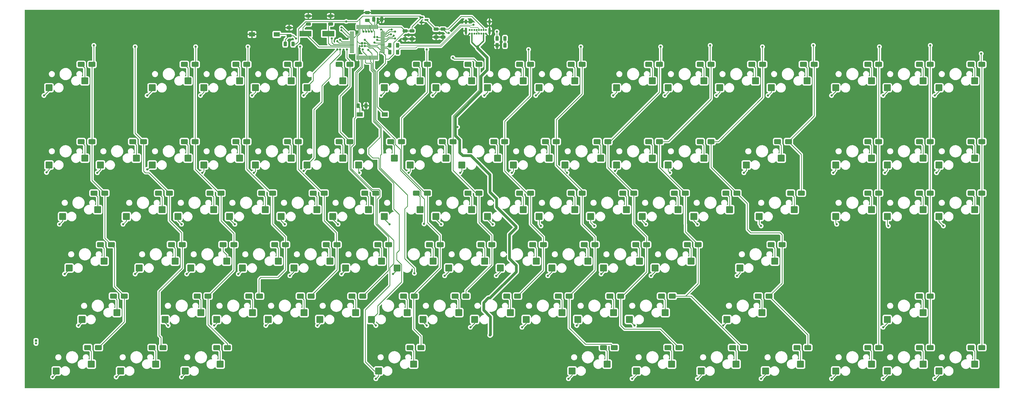
<source format=gbl>
G04 #@! TF.GenerationSoftware,KiCad,Pcbnew,7.0.2*
G04 #@! TF.CreationDate,2023-11-07T00:29:40+01:00*
G04 #@! TF.ProjectId,TKLTheSecond,544b4c54-6865-4536-9563-6f6e642e6b69,rev?*
G04 #@! TF.SameCoordinates,Original*
G04 #@! TF.FileFunction,Copper,L2,Bot*
G04 #@! TF.FilePolarity,Positive*
%FSLAX46Y46*%
G04 Gerber Fmt 4.6, Leading zero omitted, Abs format (unit mm)*
G04 Created by KiCad (PCBNEW 7.0.2) date 2023-11-07 00:29:40*
%MOMM*%
%LPD*%
G01*
G04 APERTURE LIST*
G04 Aperture macros list*
%AMRoundRect*
0 Rectangle with rounded corners*
0 $1 Rounding radius*
0 $2 $3 $4 $5 $6 $7 $8 $9 X,Y pos of 4 corners*
0 Add a 4 corners polygon primitive as box body*
4,1,4,$2,$3,$4,$5,$6,$7,$8,$9,$2,$3,0*
0 Add four circle primitives for the rounded corners*
1,1,$1+$1,$2,$3*
1,1,$1+$1,$4,$5*
1,1,$1+$1,$6,$7*
1,1,$1+$1,$8,$9*
0 Add four rect primitives between the rounded corners*
20,1,$1+$1,$2,$3,$4,$5,0*
20,1,$1+$1,$4,$5,$6,$7,0*
20,1,$1+$1,$6,$7,$8,$9,0*
20,1,$1+$1,$8,$9,$2,$3,0*%
G04 Aperture macros list end*
G04 #@! TA.AperFunction,ComponentPad*
%ADD10R,0.850000X0.850000*%
G04 #@! TD*
G04 #@! TA.AperFunction,ComponentPad*
%ADD11O,0.850000X0.850000*%
G04 #@! TD*
G04 #@! TA.AperFunction,SMDPad,CuDef*
%ADD12RoundRect,0.250000X1.025000X1.000000X-1.025000X1.000000X-1.025000X-1.000000X1.025000X-1.000000X0*%
G04 #@! TD*
G04 #@! TA.AperFunction,ComponentPad*
%ADD13C,0.700000*%
G04 #@! TD*
G04 #@! TA.AperFunction,ComponentPad*
%ADD14O,0.900000X1.700000*%
G04 #@! TD*
G04 #@! TA.AperFunction,ComponentPad*
%ADD15O,0.900000X2.400000*%
G04 #@! TD*
G04 #@! TA.AperFunction,SMDPad,CuDef*
%ADD16RoundRect,0.250000X1.000000X0.650000X-1.000000X0.650000X-1.000000X-0.650000X1.000000X-0.650000X0*%
G04 #@! TD*
G04 #@! TA.AperFunction,SMDPad,CuDef*
%ADD17RoundRect,0.250000X-0.312500X-0.625000X0.312500X-0.625000X0.312500X0.625000X-0.312500X0.625000X0*%
G04 #@! TD*
G04 #@! TA.AperFunction,SMDPad,CuDef*
%ADD18RoundRect,0.250000X-0.650000X0.325000X-0.650000X-0.325000X0.650000X-0.325000X0.650000X0.325000X0*%
G04 #@! TD*
G04 #@! TA.AperFunction,SMDPad,CuDef*
%ADD19RoundRect,0.250000X0.650000X-0.325000X0.650000X0.325000X-0.650000X0.325000X-0.650000X-0.325000X0*%
G04 #@! TD*
G04 #@! TA.AperFunction,SMDPad,CuDef*
%ADD20R,2.180000X1.600000*%
G04 #@! TD*
G04 #@! TA.AperFunction,SMDPad,CuDef*
%ADD21RoundRect,0.075000X-0.700000X-0.075000X0.700000X-0.075000X0.700000X0.075000X-0.700000X0.075000X0*%
G04 #@! TD*
G04 #@! TA.AperFunction,SMDPad,CuDef*
%ADD22RoundRect,0.075000X-0.075000X-0.700000X0.075000X-0.700000X0.075000X0.700000X-0.075000X0.700000X0*%
G04 #@! TD*
G04 #@! TA.AperFunction,SMDPad,CuDef*
%ADD23R,4.500000X2.000000*%
G04 #@! TD*
G04 #@! TA.AperFunction,SMDPad,CuDef*
%ADD24RoundRect,0.250000X0.625000X-0.312500X0.625000X0.312500X-0.625000X0.312500X-0.625000X-0.312500X0*%
G04 #@! TD*
G04 #@! TA.AperFunction,SMDPad,CuDef*
%ADD25RoundRect,0.250000X0.325000X0.650000X-0.325000X0.650000X-0.325000X-0.650000X0.325000X-0.650000X0*%
G04 #@! TD*
G04 #@! TA.AperFunction,SMDPad,CuDef*
%ADD26RoundRect,0.250000X0.312500X0.625000X-0.312500X0.625000X-0.312500X-0.625000X0.312500X-0.625000X0*%
G04 #@! TD*
G04 #@! TA.AperFunction,SMDPad,CuDef*
%ADD27RoundRect,0.150000X-0.587500X-0.150000X0.587500X-0.150000X0.587500X0.150000X-0.587500X0.150000X0*%
G04 #@! TD*
G04 #@! TA.AperFunction,ViaPad*
%ADD28C,0.800000*%
G04 #@! TD*
G04 #@! TA.AperFunction,Conductor*
%ADD29C,0.250000*%
G04 #@! TD*
G04 #@! TA.AperFunction,Conductor*
%ADD30C,0.200000*%
G04 #@! TD*
G04 #@! TA.AperFunction,Conductor*
%ADD31C,0.500000*%
G04 #@! TD*
G04 #@! TA.AperFunction,Conductor*
%ADD32C,1.000000*%
G04 #@! TD*
G04 APERTURE END LIST*
D10*
X34544000Y-160544000D03*
D11*
X34544000Y-161544000D03*
D12*
X253623729Y-152717624D03*
X266855529Y-150177624D03*
X367923825Y-171767640D03*
X381155625Y-169227640D03*
X289647309Y-152717624D03*
X302574309Y-150177624D03*
X125036121Y-114617592D03*
X138267921Y-112077592D03*
X215523697Y-152717624D03*
X228755497Y-150177624D03*
X72648577Y-133667608D03*
X85880377Y-131127608D03*
X296791065Y-95567576D03*
X309718065Y-93027576D03*
X115511113Y-66992552D03*
X128742913Y-64452552D03*
X120273617Y-152717624D03*
X133505417Y-150177624D03*
X58341145Y-95567504D03*
X71572945Y-93027504D03*
X91698593Y-133667608D03*
X104930393Y-131127608D03*
X220286201Y-114617592D03*
X233518001Y-112077592D03*
X186948673Y-133667608D03*
X200180473Y-131127608D03*
X232477049Y-171767440D03*
X245404049Y-169227440D03*
X105986105Y-114617592D03*
X119217905Y-112077592D03*
X229811209Y-95567576D03*
X243043009Y-93027576D03*
X205998689Y-133667608D03*
X219230489Y-131127608D03*
X65789689Y-171767440D03*
X78716689Y-169227440D03*
X161039609Y-171767440D03*
X173966609Y-169227440D03*
X96461097Y-95567576D03*
X109692897Y-93027576D03*
X101223601Y-152717624D03*
X114455401Y-150177624D03*
X158373649Y-152717624D03*
X171605449Y-150177624D03*
X234573713Y-152717624D03*
X247805513Y-150177624D03*
X367923825Y-66992552D03*
X381155625Y-64452552D03*
X191711177Y-95567576D03*
X204942977Y-93027576D03*
X42016905Y-171767440D03*
X54943905Y-169227440D03*
X244098721Y-133667608D03*
X257330521Y-131127608D03*
X263148737Y-133667608D03*
X276380537Y-131127608D03*
X258386233Y-114617592D03*
X271618033Y-112077592D03*
X201236185Y-114617592D03*
X214467985Y-112077592D03*
X210761193Y-95567576D03*
X223992993Y-93027576D03*
X329823793Y-171767640D03*
X343055593Y-169227640D03*
X277436249Y-114617592D03*
X290668049Y-112077592D03*
X182186169Y-66992552D03*
X195417969Y-64452552D03*
X163136153Y-66992552D03*
X176367953Y-64452552D03*
X115511113Y-95567576D03*
X128742913Y-93027576D03*
X134561129Y-66992552D03*
X147792929Y-64452552D03*
X44378329Y-114617540D03*
X57305329Y-112077540D03*
X144086137Y-114617592D03*
X157317937Y-112077592D03*
X51522079Y-152717540D03*
X64449079Y-150177540D03*
X39311049Y-66992552D03*
X52542849Y-64452552D03*
X348873809Y-171767640D03*
X362105609Y-169227640D03*
X134561129Y-95567576D03*
X147792929Y-93027576D03*
X201236185Y-66992552D03*
X214467985Y-64452552D03*
X348873809Y-114617592D03*
X362105609Y-112077592D03*
X267911241Y-95567576D03*
X281143041Y-93027576D03*
X294409813Y-133667608D03*
X307336813Y-131127608D03*
X286961257Y-66992552D03*
X300193057Y-64452552D03*
X303914489Y-171767440D03*
X316841489Y-169227440D03*
X46759579Y-133667540D03*
X59686579Y-131127540D03*
X248861225Y-66992552D03*
X262093025Y-64452552D03*
X220286201Y-66992552D03*
X233518001Y-64452552D03*
X301553569Y-114617592D03*
X314480569Y-112077592D03*
X256289529Y-171767440D03*
X269216529Y-169227440D03*
X67886073Y-114617592D03*
X81117873Y-112077592D03*
X329823793Y-66992552D03*
X343055593Y-64452552D03*
X167898657Y-133667608D03*
X181130457Y-131127608D03*
X77411081Y-95567576D03*
X90642881Y-93027576D03*
X77411081Y-66992552D03*
X90642881Y-64452552D03*
X367923825Y-95567576D03*
X381155625Y-93027576D03*
X329823793Y-114617592D03*
X343055593Y-112077592D03*
X267911241Y-66992552D03*
X281143041Y-64452552D03*
X225048705Y-133667608D03*
X238280505Y-131127608D03*
X96461097Y-66992552D03*
X109692897Y-64452552D03*
X110748609Y-133667608D03*
X123980409Y-131127608D03*
X196473681Y-152717624D03*
X209705481Y-150177624D03*
X348873809Y-66992552D03*
X362105609Y-64452552D03*
X348873809Y-152717624D03*
X362105609Y-150177624D03*
X153611145Y-95567576D03*
X166842945Y-93027576D03*
X280102009Y-171767440D03*
X293029009Y-169227440D03*
D10*
X154915062Y-50552512D03*
D11*
X155915062Y-50552512D03*
X154915062Y-51552512D03*
X155915062Y-51552512D03*
D12*
X86936089Y-114617592D03*
X100167889Y-112077592D03*
X129798625Y-133667608D03*
X143030425Y-131127608D03*
X89602169Y-171767440D03*
X102529169Y-169227440D03*
X367923825Y-114617592D03*
X381155625Y-112077592D03*
X177423665Y-152717624D03*
X190655465Y-150177624D03*
X139323633Y-152717624D03*
X152555433Y-150177624D03*
X39311029Y-95567540D03*
X52542829Y-93027540D03*
X148848641Y-133667608D03*
X162080441Y-131127608D03*
X239336217Y-114617592D03*
X252568017Y-112077592D03*
X163136153Y-114617592D03*
X176367953Y-112077592D03*
X172661161Y-95567576D03*
X185892961Y-93027576D03*
X182186169Y-114617592D03*
X195417969Y-112077592D03*
X348873809Y-95567576D03*
X362105609Y-93027576D03*
X248861225Y-95567576D03*
X262093025Y-93027576D03*
X329823793Y-95567576D03*
X343055593Y-93027576D03*
X82173585Y-152717624D03*
X95405385Y-150177624D03*
X306011273Y-66992552D03*
X319243073Y-64452552D03*
D13*
X194666303Y-46941135D03*
X195516303Y-46941135D03*
X196366303Y-46941135D03*
X197216303Y-46941135D03*
X198066303Y-46941135D03*
X198916303Y-46941135D03*
X199766303Y-46941135D03*
X200616303Y-46941135D03*
X200616303Y-45591135D03*
X199766303Y-45591135D03*
X198916303Y-45591135D03*
X198066303Y-45591135D03*
X197216303Y-45591135D03*
X196366303Y-45591135D03*
X195516303Y-45591135D03*
X194666303Y-45591135D03*
D14*
X193316303Y-42581135D03*
D15*
X193316303Y-45961135D03*
D14*
X201966303Y-42581135D03*
D15*
X201966303Y-45961135D03*
D16*
X283797110Y-58340674D03*
X279797110Y-58340674D03*
X295703370Y-163115762D03*
X291703370Y-163115762D03*
X164734510Y-125015730D03*
X160734510Y-125015730D03*
D17*
X165141961Y-53797758D03*
X168066961Y-53797758D03*
D18*
X182245000Y-45310000D03*
X182245000Y-48260000D03*
D16*
X312372134Y-86915698D03*
X308372134Y-86915698D03*
X183784526Y-125015730D03*
X179784526Y-125015730D03*
D18*
X184785000Y-45310000D03*
X184785000Y-48260000D03*
D16*
X74246934Y-86915698D03*
X70246934Y-86915698D03*
X231409566Y-144065746D03*
X227409566Y-144065746D03*
D18*
X143325000Y-40435000D03*
X143325000Y-43385000D03*
D16*
X226647062Y-86915698D03*
X222647062Y-86915698D03*
X193309534Y-144065746D03*
X189309534Y-144065746D03*
X55196918Y-86915698D03*
X51196918Y-86915698D03*
X283797110Y-86915698D03*
X279797110Y-86915698D03*
X279034606Y-125015730D03*
X275034606Y-125015730D03*
X364759678Y-86915698D03*
X360759678Y-86915698D03*
D19*
X128016000Y-47703000D03*
X128016000Y-44753000D03*
D16*
X345709662Y-86915698D03*
X341709662Y-86915698D03*
D18*
X173355000Y-45945000D03*
X173355000Y-48895000D03*
D16*
X198072038Y-58340674D03*
X194072038Y-58340674D03*
X176640770Y-163115762D03*
X172640770Y-163115762D03*
X140921990Y-105965714D03*
X136921990Y-105965714D03*
X271890850Y-163115762D03*
X267890850Y-163115762D03*
X364759678Y-163115762D03*
X360759678Y-163115762D03*
X145684494Y-125015730D03*
X141684494Y-125015730D03*
X112346966Y-86915698D03*
X108346966Y-86915698D03*
X81390690Y-163115762D03*
X77390690Y-163115762D03*
X57578170Y-163115762D03*
X53578170Y-163115762D03*
D20*
X123444000Y-47244000D03*
X114264000Y-47244000D03*
X163274500Y-76835000D03*
X154094500Y-76835000D03*
D16*
X321897142Y-58340674D03*
X317897142Y-58340674D03*
X169497014Y-86915698D03*
X165497014Y-86915698D03*
X240934574Y-125015730D03*
X236934574Y-125015730D03*
X264747094Y-86915698D03*
X260747094Y-86915698D03*
D21*
X151170000Y-53915000D03*
X151170000Y-53415000D03*
X151170000Y-52915000D03*
X151170000Y-52415000D03*
X151170000Y-51915000D03*
X151170000Y-51415000D03*
X151170000Y-50915000D03*
X151170000Y-50415000D03*
X151170000Y-49915000D03*
X151170000Y-49415000D03*
X151170000Y-48915000D03*
X151170000Y-48415000D03*
X151170000Y-47915000D03*
X151170000Y-47415000D03*
X151170000Y-46915000D03*
X151170000Y-46415000D03*
D22*
X153095000Y-44490000D03*
X153595000Y-44490000D03*
X154095000Y-44490000D03*
X154595000Y-44490000D03*
X155095000Y-44490000D03*
X155595000Y-44490000D03*
X156095000Y-44490000D03*
X156595000Y-44490000D03*
X157095000Y-44490000D03*
X157595000Y-44490000D03*
X158095000Y-44490000D03*
X158595000Y-44490000D03*
X159095000Y-44490000D03*
X159595000Y-44490000D03*
X160095000Y-44490000D03*
X160595000Y-44490000D03*
D21*
X162520000Y-46415000D03*
X162520000Y-46915000D03*
X162520000Y-47415000D03*
X162520000Y-47915000D03*
X162520000Y-48415000D03*
X162520000Y-48915000D03*
X162520000Y-49415000D03*
X162520000Y-49915000D03*
X162520000Y-50415000D03*
X162520000Y-50915000D03*
X162520000Y-51415000D03*
X162520000Y-51915000D03*
X162520000Y-52415000D03*
X162520000Y-52915000D03*
X162520000Y-53415000D03*
X162520000Y-53915000D03*
D22*
X160595000Y-55840000D03*
X160095000Y-55840000D03*
X159595000Y-55840000D03*
X159095000Y-55840000D03*
X158595000Y-55840000D03*
X158095000Y-55840000D03*
X157595000Y-55840000D03*
X157095000Y-55840000D03*
X156595000Y-55840000D03*
X156095000Y-55840000D03*
X155595000Y-55840000D03*
X155095000Y-55840000D03*
X154595000Y-55840000D03*
X154095000Y-55840000D03*
X153595000Y-55840000D03*
X153095000Y-55840000D03*
D16*
X364759678Y-105965714D03*
X360759678Y-105965714D03*
X217122054Y-58340674D03*
X213122054Y-58340674D03*
X159972006Y-105965714D03*
X155972006Y-105965714D03*
D18*
X170815000Y-45945000D03*
X170815000Y-48895000D03*
D16*
X383809694Y-86915698D03*
X379809694Y-86915698D03*
X248078330Y-163115762D03*
X244078330Y-163115762D03*
X221884558Y-125015730D03*
X217884558Y-125015730D03*
D23*
X142495000Y-46990000D03*
X133995000Y-46990000D03*
D17*
X165155917Y-51299626D03*
X168080917Y-51299626D03*
D16*
X293322118Y-105965714D03*
X289322118Y-105965714D03*
X67103178Y-144065746D03*
X63103178Y-144065746D03*
X136159486Y-144065746D03*
X132159486Y-144065746D03*
X217122054Y-105965714D03*
X213122054Y-105965714D03*
X55196918Y-58340674D03*
X51196918Y-58340674D03*
D24*
X156845000Y-42102500D03*
X156845000Y-39177500D03*
D16*
X317134638Y-105965714D03*
X313134638Y-105965714D03*
X383809694Y-163115762D03*
X379809694Y-163115762D03*
X319515890Y-163115762D03*
X315515890Y-163115762D03*
X131396982Y-58340674D03*
X127396982Y-58340674D03*
X309990882Y-125015730D03*
X305990882Y-125015730D03*
X59959422Y-105965714D03*
X55959422Y-105965714D03*
X345709662Y-163115762D03*
X341709662Y-163115762D03*
D25*
X162181637Y-41658791D03*
X159231637Y-41658791D03*
D16*
X131396982Y-86915698D03*
X127396982Y-86915698D03*
X305228378Y-144065746D03*
X301228378Y-144065746D03*
X207597046Y-86915698D03*
X203597046Y-86915698D03*
X364759678Y-58340674D03*
X360759678Y-58340674D03*
X117109470Y-144065746D03*
X113109470Y-144065746D03*
X383809694Y-58340674D03*
X379809694Y-58340674D03*
X255222086Y-105965714D03*
X251222086Y-105965714D03*
X88534446Y-125015730D03*
X84534446Y-125015730D03*
X236172070Y-58340674D03*
X232172070Y-58340674D03*
X150446998Y-58340674D03*
X146446998Y-58340674D03*
X93296950Y-86915698D03*
X89296950Y-86915698D03*
X102821958Y-105965714D03*
X98821958Y-105965714D03*
X62340674Y-125015730D03*
X58340674Y-125015730D03*
X150446998Y-86915698D03*
X146446998Y-86915698D03*
D26*
X129478500Y-50800000D03*
X126553500Y-50800000D03*
D16*
X174259518Y-144065746D03*
X170259518Y-144065746D03*
X236172070Y-105965714D03*
X232172070Y-105965714D03*
X105203210Y-163115762D03*
X101203210Y-163115762D03*
X188547030Y-86915698D03*
X184547030Y-86915698D03*
X98059454Y-144065746D03*
X94059454Y-144065746D03*
X155209502Y-144065746D03*
X151209502Y-144065746D03*
X126634478Y-125015730D03*
X122634478Y-125015730D03*
X345709662Y-58340674D03*
X341709662Y-58340674D03*
X302847126Y-58340674D03*
X298847126Y-58340674D03*
X274272102Y-105965714D03*
X270272102Y-105965714D03*
D27*
X176862500Y-42860000D03*
X176862500Y-40960000D03*
X178737500Y-41910000D03*
D16*
X259984590Y-125015730D03*
X255984590Y-125015730D03*
X179022022Y-105965714D03*
X175022022Y-105965714D03*
X345709662Y-105965714D03*
X341709662Y-105965714D03*
D17*
X204785500Y-48768000D03*
X207710500Y-48768000D03*
D16*
X179022022Y-58340674D03*
X175022022Y-58340674D03*
X383809694Y-105965714D03*
X379809694Y-105965714D03*
X245697078Y-86915698D03*
X241697078Y-86915698D03*
X121871974Y-105965714D03*
X117871974Y-105965714D03*
X212359550Y-144065746D03*
X208359550Y-144065746D03*
X364759678Y-144065746D03*
X360759678Y-144065746D03*
X198072038Y-105965714D03*
X194072038Y-105965714D03*
X83771942Y-105965714D03*
X79771942Y-105965714D03*
D26*
X207710500Y-51308000D03*
X204785500Y-51308000D03*
D16*
X202834542Y-125015730D03*
X198834542Y-125015730D03*
X250459582Y-144065746D03*
X246459582Y-144065746D03*
D18*
X135070000Y-40435000D03*
X135070000Y-43385000D03*
D16*
X93296950Y-58340674D03*
X89296950Y-58340674D03*
D26*
X156402500Y-73660000D03*
X153477500Y-73660000D03*
D16*
X264747094Y-58340674D03*
X260747094Y-58340674D03*
X107584462Y-125015730D03*
X103584462Y-125015730D03*
X112346966Y-58340674D03*
X108346966Y-58340674D03*
X269509598Y-144065746D03*
X265509598Y-144065746D03*
D28*
X83312000Y-154940000D03*
X160020000Y-154940000D03*
X178816000Y-154940000D03*
X255524000Y-154940000D03*
X217932000Y-56388000D03*
X198120000Y-56388000D03*
X204724000Y-46228000D03*
X182880000Y-56896000D03*
X185420000Y-60452000D03*
X177800000Y-45720000D03*
X186944000Y-46736000D03*
X196088000Y-43688000D03*
X188468000Y-55880000D03*
X162052000Y-56896000D03*
X163068000Y-88392000D03*
X138684000Y-44704000D03*
X190153171Y-81529276D03*
X149352000Y-75184000D03*
X149064165Y-42471691D03*
X169164000Y-55880000D03*
X170180000Y-42164000D03*
X170688000Y-67564000D03*
X145796000Y-44704000D03*
X155448000Y-79756000D03*
X147320000Y-45720000D03*
X202184000Y-144780000D03*
X202184000Y-105664000D03*
X201168000Y-58150183D03*
X211836000Y-118872000D03*
X202184000Y-158496000D03*
X130556000Y-48768000D03*
X143764000Y-48768000D03*
X156464000Y-46228000D03*
X55880000Y-51308000D03*
X93472000Y-51816000D03*
X157480000Y-46228000D03*
X112776000Y-51816000D03*
X158496000Y-46228000D03*
X159512000Y-48260000D03*
X132080000Y-51816000D03*
X149352000Y-52832000D03*
X155956000Y-49276000D03*
X178816000Y-52832000D03*
X157217626Y-52971560D03*
X155204854Y-52832000D03*
X159512000Y-50292000D03*
X216408000Y-52832000D03*
X235712000Y-51816000D03*
X160528000Y-49276000D03*
X265176000Y-51816000D03*
X167132000Y-48768000D03*
X166624000Y-47752000D03*
X283464000Y-51308000D03*
X165608000Y-47244000D03*
X302768000Y-51816000D03*
X321564000Y-51308000D03*
X167132000Y-46228000D03*
X165845976Y-45439431D03*
X345948000Y-51816000D03*
X364744000Y-51308000D03*
X160528000Y-48260000D03*
X383540000Y-54356000D03*
X161926085Y-45471892D03*
X155448000Y-46228000D03*
X71120000Y-51816000D03*
X161925000Y-69850000D03*
X328295000Y-69850000D03*
X285750000Y-69850000D03*
X133350000Y-69850000D03*
X219075000Y-69850000D03*
X145796000Y-49784000D03*
X247650000Y-69850000D03*
X366395000Y-69850000D03*
X347345000Y-69850000D03*
X200025000Y-69850000D03*
X37465000Y-69850000D03*
X75565000Y-69850000D03*
X266700000Y-69850000D03*
X304800000Y-69850000D03*
X145796000Y-52832000D03*
X114300000Y-69850000D03*
X180975000Y-69850000D03*
X95250000Y-69850000D03*
X114935000Y-98425000D03*
X328930000Y-98425000D03*
X210185000Y-98425000D03*
X172085000Y-98425000D03*
X133350000Y-97790000D03*
X295910000Y-98425000D03*
X367030000Y-98425000D03*
X75565000Y-97155000D03*
X191135000Y-98425000D03*
X95885000Y-98425000D03*
X347980000Y-98425000D03*
X57150000Y-98425000D03*
X146812000Y-49276000D03*
X248285000Y-97790000D03*
X38407561Y-98313949D03*
X153924000Y-98425000D03*
X146812000Y-52832000D03*
X268605000Y-98425000D03*
X230632000Y-98425000D03*
X369570000Y-118110000D03*
X165100000Y-117475000D03*
X278765000Y-117475000D03*
X220980000Y-118110000D03*
X184150000Y-117475000D03*
X240665000Y-118110000D03*
X259715000Y-117475000D03*
X302260000Y-118110000D03*
X107950000Y-117475000D03*
X66675000Y-117475000D03*
X43180000Y-117475000D03*
X177800000Y-117348000D03*
X349250000Y-118110000D03*
X126365000Y-117475000D03*
X330200000Y-117475000D03*
X88265000Y-117475000D03*
X146050000Y-117475000D03*
X203200000Y-117475000D03*
X90170000Y-135890000D03*
X223520000Y-136525000D03*
X45085000Y-135890000D03*
X261620000Y-136525000D03*
X243205000Y-135890000D03*
X185420000Y-136525000D03*
X128270000Y-136525000D03*
X174244000Y-135636000D03*
X293370000Y-136525000D03*
X204470000Y-136525000D03*
X109220000Y-135890000D03*
X166370000Y-135890000D03*
X71120000Y-135890000D03*
X147320000Y-135890000D03*
X147320000Y-44704000D03*
X119380000Y-154940000D03*
X100330000Y-154940000D03*
X288290000Y-154940000D03*
X347345000Y-155575000D03*
X138430000Y-154940000D03*
X234188000Y-154940000D03*
X194945000Y-155575000D03*
X50165000Y-154940000D03*
X213995000Y-155575000D03*
X88265000Y-173990000D03*
X278765000Y-174625000D03*
X347345000Y-174625000D03*
X254635000Y-174625000D03*
X40640000Y-173990000D03*
X302260000Y-174625000D03*
X64135000Y-173990000D03*
X160020000Y-174625000D03*
X366395000Y-174625000D03*
X231140000Y-174625000D03*
X328295000Y-174625000D03*
D29*
X176336291Y-40433791D02*
X155146209Y-40433791D01*
X176862500Y-40960000D02*
X176336291Y-40433791D01*
X155146209Y-40433791D02*
X154305000Y-41275000D01*
X82173585Y-153801585D02*
X83312000Y-154940000D01*
X158373649Y-153293649D02*
X160020000Y-154940000D01*
X177423665Y-153547665D02*
X178816000Y-154940000D01*
X253623729Y-153039729D02*
X255524000Y-154940000D01*
D30*
X195922315Y-43853685D02*
X196088000Y-43688000D01*
X183896000Y-51308000D02*
X191350315Y-43853685D01*
X168086500Y-50800000D02*
X168594500Y-51308000D01*
X168594500Y-51308000D02*
X183896000Y-51308000D01*
X191350315Y-43853685D02*
X195922315Y-43853685D01*
D29*
X199766303Y-44964228D02*
X199766303Y-45591135D01*
X195442075Y-40640000D02*
X199766303Y-44964228D01*
D31*
X199766303Y-49631235D02*
X199766303Y-46941135D01*
X199781534Y-49646466D02*
X199766303Y-49631235D01*
X195516303Y-50228303D02*
X195516303Y-46941135D01*
X197104000Y-51816000D02*
X195516303Y-50228303D01*
X197612000Y-51816000D02*
X197104000Y-51816000D01*
D30*
X194621685Y-44253685D02*
X191516000Y-44253685D01*
X197216303Y-46021896D02*
X198066303Y-46871896D01*
X197216303Y-45591135D02*
X197216303Y-46021896D01*
X198066303Y-45158303D02*
X198066303Y-45591135D01*
X197612000Y-44704000D02*
X198066303Y-45158303D01*
X195072000Y-44704000D02*
X197612000Y-44704000D01*
D29*
X204724000Y-46228000D02*
X204724000Y-48706500D01*
X161420000Y-54740000D02*
X161544000Y-54864000D01*
X161420000Y-53674315D02*
X161420000Y-54740000D01*
X161679315Y-53415000D02*
X161420000Y-53674315D01*
X162520000Y-53415000D02*
X161679315Y-53415000D01*
X166624000Y-54484396D02*
X166624000Y-50301305D01*
X164720396Y-56388000D02*
X166624000Y-54484396D01*
X163576000Y-56388000D02*
X163576000Y-57912000D01*
X163576000Y-54971000D02*
X163576000Y-56388000D01*
X163576000Y-56388000D02*
X164720396Y-56388000D01*
X166624000Y-50301305D02*
X170815000Y-46110305D01*
D32*
X197612000Y-52324000D02*
X197612000Y-51816000D01*
X199071920Y-53783920D02*
X197612000Y-52324000D01*
D31*
X197612000Y-51816000D02*
X199781534Y-49646466D01*
D29*
X186211000Y-46736000D02*
X186944000Y-46736000D01*
X191516000Y-40640000D02*
X195442075Y-40640000D01*
X186846000Y-45310000D02*
X191516000Y-40640000D01*
X184785000Y-45310000D02*
X186846000Y-45310000D01*
D30*
X194621685Y-44253685D02*
X195072000Y-44704000D01*
X184061686Y-51708000D02*
X191516000Y-44253685D01*
X175368000Y-51708000D02*
X184061686Y-51708000D01*
X174752000Y-52324000D02*
X175368000Y-51708000D01*
X169102500Y-52324000D02*
X174752000Y-52324000D01*
X168086500Y-53340000D02*
X169102500Y-52324000D01*
D29*
X188976000Y-56388000D02*
X188468000Y-55880000D01*
X188976000Y-56388000D02*
X196119364Y-56388000D01*
X207710500Y-48768000D02*
X207710500Y-51308000D01*
D32*
X202184000Y-99216263D02*
X202184000Y-105664000D01*
X195107977Y-92140240D02*
X202184000Y-99216263D01*
X192132544Y-92140240D02*
X195107977Y-92140240D01*
X191008000Y-91015696D02*
X192132544Y-92140240D01*
X191008000Y-86383165D02*
X191008000Y-91015696D01*
X189460835Y-84836000D02*
X191008000Y-86383165D01*
X198897038Y-68334688D02*
X189372030Y-77859696D01*
X198897038Y-62722962D02*
X198897038Y-68334688D01*
X189372030Y-84836000D02*
X189460835Y-84836000D01*
X189372030Y-77859696D02*
X189372030Y-84836000D01*
X201168000Y-60452000D02*
X198897038Y-62722962D01*
X201168000Y-58150183D02*
X201168000Y-60452000D01*
D29*
X166624000Y-123442604D02*
X166624000Y-132104092D01*
X160528000Y-117346604D02*
X166624000Y-123442604D01*
X161547006Y-107184994D02*
X160528000Y-108204000D01*
X161547006Y-105077541D02*
X161547006Y-107184994D01*
X161117465Y-104648000D02*
X161547006Y-105077541D01*
X160528000Y-108204000D02*
X160528000Y-117346604D01*
X158624396Y-104648000D02*
X161117465Y-104648000D01*
X150896998Y-88928871D02*
X150896998Y-96920602D01*
X152021998Y-87803871D02*
X150896998Y-88928871D01*
X152021998Y-78438502D02*
X152021998Y-87803871D01*
X150896998Y-96920602D02*
X158624396Y-104648000D01*
X152590000Y-77870500D02*
X152021998Y-78438502D01*
X152590000Y-61268695D02*
X152590000Y-77870500D01*
X154595000Y-59263695D02*
X152590000Y-61268695D01*
X154595000Y-55840000D02*
X154595000Y-59263695D01*
X153611145Y-98112145D02*
X153924000Y-98425000D01*
X153611145Y-95567576D02*
X153611145Y-98112145D01*
X160690449Y-147665551D02*
X160690449Y-150400824D01*
X169498657Y-138857343D02*
X160690449Y-147665551D01*
X169498657Y-132429435D02*
X169498657Y-138857343D01*
X167715457Y-130646235D02*
X169498657Y-132429435D01*
X167715457Y-128069841D02*
X167715457Y-130646235D01*
X168656000Y-113843633D02*
X168656000Y-127129298D01*
X166624000Y-111811633D02*
X168656000Y-113843633D01*
X166624000Y-102286625D02*
X166624000Y-111811633D01*
X161217945Y-93145945D02*
X161217945Y-96880570D01*
X161036000Y-92964000D02*
X161217945Y-93145945D01*
X158875612Y-92964000D02*
X161036000Y-92964000D01*
X157382945Y-91471333D02*
X158875612Y-92964000D01*
X168656000Y-127129298D02*
X167715457Y-128069841D01*
X157382945Y-89503819D02*
X157382945Y-91471333D01*
X161602000Y-85284764D02*
X157382945Y-89503819D01*
X160690449Y-150400824D02*
X158373649Y-152717624D01*
X161602000Y-81974396D02*
X161602000Y-85284764D01*
X159120000Y-79492396D02*
X161602000Y-81974396D01*
X159120000Y-61332792D02*
X159120000Y-79492396D01*
X158195000Y-60407792D02*
X159120000Y-61332792D01*
X158195000Y-58119000D02*
X158195000Y-60407792D01*
X157978695Y-57902695D02*
X158195000Y-58119000D01*
X156464000Y-57902695D02*
X157978695Y-57902695D01*
X156095000Y-57533695D02*
X156464000Y-57902695D01*
X156095000Y-55840000D02*
X156095000Y-57533695D01*
X161217945Y-96880570D02*
X166624000Y-102286625D01*
X162132945Y-91471333D02*
X162132945Y-89916000D01*
X162132945Y-89916000D02*
X162052000Y-89835055D01*
X161667945Y-91936333D02*
X162132945Y-91471333D01*
X162052000Y-81788000D02*
X162052000Y-89835055D01*
X159570000Y-79306000D02*
X162052000Y-81788000D01*
X159570000Y-61146396D02*
X159570000Y-79306000D01*
X158645000Y-60221396D02*
X159570000Y-61146396D01*
X158645000Y-57912000D02*
X158645000Y-60221396D01*
X158095000Y-57362000D02*
X158645000Y-57912000D01*
X158095000Y-55840000D02*
X158095000Y-57362000D01*
X167072014Y-86027525D02*
X167072014Y-87854302D01*
X160020000Y-78975511D02*
X167072014Y-86027525D01*
X160020000Y-60960000D02*
X160020000Y-78975511D01*
X159095000Y-60035000D02*
X160020000Y-60960000D01*
X159095000Y-55840000D02*
X159095000Y-60035000D01*
X155095000Y-59400091D02*
X153040000Y-61455091D01*
X153040000Y-61455091D02*
X153040000Y-73222500D01*
X155095000Y-55840000D02*
X155095000Y-59400091D01*
X147618315Y-44704000D02*
X147320000Y-44704000D01*
X151170000Y-47415000D02*
X150329315Y-47415000D01*
X150329315Y-47415000D02*
X147618315Y-44704000D01*
X149515000Y-47915000D02*
X147320000Y-45720000D01*
X151170000Y-47915000D02*
X149515000Y-47915000D01*
X133096000Y-44704000D02*
X134415000Y-43385000D01*
X133084778Y-44704000D02*
X133096000Y-44704000D01*
X133090389Y-44709611D02*
X133084778Y-44704000D01*
X133090389Y-46085389D02*
X133090389Y-44709611D01*
X133995000Y-46990000D02*
X133090389Y-46085389D01*
X131420000Y-45246827D02*
X131420000Y-49945305D01*
X131420000Y-49945305D02*
X130565305Y-50800000D01*
X149050856Y-42485000D02*
X134181827Y-42485000D01*
X134181827Y-42485000D02*
X131420000Y-45246827D01*
X149064165Y-42471691D02*
X149050856Y-42485000D01*
X130565305Y-50800000D02*
X129478500Y-50800000D01*
X235712000Y-51816000D02*
X235712000Y-57880604D01*
X164806431Y-48768000D02*
X167132000Y-48768000D01*
X163659431Y-49915000D02*
X164806431Y-48768000D01*
X164872569Y-45439431D02*
X165845976Y-45439431D01*
X163397000Y-46915000D02*
X164872569Y-45439431D01*
X165100000Y-46228000D02*
X167132000Y-46228000D01*
X164592000Y-46736000D02*
X165100000Y-46228000D01*
X268049302Y-86915698D02*
X264747094Y-86915698D01*
X283797110Y-71167890D02*
X268049302Y-86915698D01*
X283797110Y-58340674D02*
X283797110Y-71167890D01*
X264747094Y-68627906D02*
X246459302Y-86915698D01*
X264747094Y-58340674D02*
X264747094Y-68627906D01*
X259984590Y-135128000D02*
X251046844Y-144065746D01*
X259984590Y-125015730D02*
X259984590Y-135128000D01*
X240934574Y-134540738D02*
X231409566Y-144065746D01*
X240934574Y-125015730D02*
X240934574Y-134540738D01*
X246853330Y-161890762D02*
X248078330Y-163115762D01*
X231409566Y-155844566D02*
X237455762Y-161890762D01*
X237455762Y-161890762D02*
X246853330Y-161890762D01*
X265075088Y-156300000D02*
X271890850Y-163115762D01*
X250459582Y-154940000D02*
X251819582Y-156300000D01*
X250459582Y-144065746D02*
X250459582Y-154940000D01*
X251819582Y-156300000D02*
X265075088Y-156300000D01*
X276390441Y-144065746D02*
X295440457Y-163115762D01*
X269509598Y-144065746D02*
X276390441Y-144065746D01*
X283797110Y-86915698D02*
X283797110Y-96440706D01*
X283797110Y-96440706D02*
X293322118Y-105965714D01*
X264747094Y-96440706D02*
X274272102Y-105965714D01*
X264747094Y-86915698D02*
X264747094Y-96440706D01*
X245697078Y-96440706D02*
X255222086Y-105965714D01*
X245697078Y-86915698D02*
X245697078Y-96440706D01*
X226647062Y-95583062D02*
X236172070Y-105108070D01*
X236172070Y-105108070D02*
X236172070Y-105965714D01*
X226647062Y-86915698D02*
X226647062Y-95583062D01*
X229811209Y-97604209D02*
X230632000Y-98425000D01*
X229811209Y-95567576D02*
X229811209Y-97604209D01*
X215820714Y-105965714D02*
X217122054Y-105965714D01*
X207597046Y-97742046D02*
X215820714Y-105965714D01*
X221884558Y-134540738D02*
X212359550Y-144065746D01*
X221884558Y-125015730D02*
X221884558Y-134540738D01*
X188547030Y-97536000D02*
X196976744Y-105965714D01*
X188547030Y-86915698D02*
X188547030Y-97536000D01*
X160528000Y-60960000D02*
X160528000Y-74088500D01*
X160528000Y-74088500D02*
X163274500Y-76835000D01*
X169497014Y-86915698D02*
X169497014Y-97107014D01*
X169497014Y-97107014D02*
X178355714Y-105965714D01*
X174259518Y-143129008D02*
X174259518Y-144065746D01*
X183784526Y-133604000D02*
X174259518Y-143129008D01*
X183784526Y-125015730D02*
X183784526Y-133604000D01*
X150446998Y-97106998D02*
X159305714Y-105965714D01*
X164734510Y-122189510D02*
X164734510Y-125015730D01*
X159972006Y-117427006D02*
X164734510Y-122189510D01*
X164734510Y-125015730D02*
X164734510Y-134540738D01*
X164734510Y-134540738D02*
X155209502Y-144065746D01*
X145684494Y-134350506D02*
X136159486Y-143875514D01*
X145684494Y-125015730D02*
X145684494Y-134350506D01*
X131396982Y-97106982D02*
X140255714Y-105965714D01*
X112346966Y-97106966D02*
X121205714Y-105965714D01*
X93345000Y-97155000D02*
X102155714Y-105965714D01*
X107584462Y-134540738D02*
X98059454Y-144065746D01*
X107584462Y-125015730D02*
X107584462Y-134540738D01*
X79920000Y-158660000D02*
X80645000Y-159385000D01*
X79920000Y-142330000D02*
X79920000Y-158660000D01*
X88534446Y-133715554D02*
X79920000Y-142330000D01*
X88534446Y-125015730D02*
X88534446Y-133715554D01*
X76231228Y-98425000D02*
X83771942Y-105965714D01*
X74930000Y-98425000D02*
X76231228Y-98425000D01*
X63500000Y-140462568D02*
X67103178Y-144065746D01*
X63500000Y-126175056D02*
X63500000Y-140462568D01*
X62340674Y-125015730D02*
X63500000Y-126175056D01*
X59959422Y-105965714D02*
X59959422Y-122634478D01*
X59959422Y-122634478D02*
X62340674Y-125015730D01*
D32*
X202355481Y-158324519D02*
X202184000Y-158496000D01*
X202355481Y-151775288D02*
X202355481Y-158324519D01*
X201589018Y-144780000D02*
X199870481Y-146498537D01*
X202184000Y-144780000D02*
X201589018Y-144780000D01*
X199870481Y-146498537D02*
X199870481Y-149290288D01*
X199870481Y-149290288D02*
X202355481Y-151775288D01*
X211880489Y-132725272D02*
X211880489Y-135083511D01*
X211880489Y-135083511D02*
X202184000Y-144780000D01*
X209395489Y-130240272D02*
X211880489Y-132725272D01*
X209395489Y-121312511D02*
X209395489Y-130240272D01*
X211836000Y-118872000D02*
X209395489Y-121312511D01*
X204632985Y-111160985D02*
X211836000Y-118364000D01*
X211836000Y-118364000D02*
X211836000Y-118872000D01*
X204632985Y-108112985D02*
X204632985Y-111160985D01*
X202184000Y-105664000D02*
X204632985Y-108112985D01*
X199390000Y-54102000D02*
X201168000Y-55880000D01*
X199071920Y-53783920D02*
X199390000Y-54102000D01*
X201168000Y-55880000D02*
X201168000Y-58150183D01*
D31*
X199200080Y-53783920D02*
X199071920Y-53783920D01*
D29*
X146812000Y-83280700D02*
X150446998Y-86915698D01*
X150446998Y-66469002D02*
X146812000Y-70104000D01*
X150446998Y-58340674D02*
X150446998Y-66469002D01*
X146812000Y-70104000D02*
X146812000Y-83280700D01*
X130556000Y-48768000D02*
X129491000Y-47703000D01*
X143764000Y-50292000D02*
X143764000Y-48768000D01*
X149077474Y-42485000D02*
X149064165Y-42471691D01*
X153595000Y-55840000D02*
X153595000Y-52145000D01*
X152010685Y-48415000D02*
X153595000Y-46830685D01*
X160095000Y-44490000D02*
X160095000Y-43649315D01*
X160095000Y-43649315D02*
X162085524Y-41658791D01*
X154187488Y-51552512D02*
X154915062Y-51552512D01*
X149705000Y-48415000D02*
X149352000Y-48768000D01*
X151170000Y-48415000D02*
X149705000Y-48415000D01*
X151170000Y-48415000D02*
X152010685Y-48415000D01*
X153595000Y-46830685D02*
X153595000Y-44490000D01*
X153595000Y-52145000D02*
X154187488Y-51552512D01*
X153595000Y-58241000D02*
X153416000Y-58420000D01*
X153595000Y-55840000D02*
X153595000Y-58241000D01*
X138920000Y-51915000D02*
X133995000Y-46990000D01*
X151170000Y-51915000D02*
X138920000Y-51915000D01*
X151170000Y-51415000D02*
X143363000Y-51415000D01*
X142495000Y-50547000D02*
X142495000Y-46990000D01*
X142495000Y-44215000D02*
X143325000Y-43385000D01*
X143363000Y-51415000D02*
X142495000Y-50547000D01*
X142495000Y-46990000D02*
X142495000Y-44215000D01*
X159595000Y-44490000D02*
X159595000Y-42022154D01*
X153863512Y-50552512D02*
X154915062Y-50552512D01*
X160528000Y-60960000D02*
X163576000Y-57912000D01*
X173355000Y-44467500D02*
X176862500Y-40960000D01*
X153095000Y-49784000D02*
X153863512Y-50552512D01*
X153095000Y-55840000D02*
X153095000Y-49784000D01*
X153095000Y-47967081D02*
X154095000Y-46967081D01*
X173355000Y-44467500D02*
X173355000Y-45945000D01*
X154305000Y-41275000D02*
X153095000Y-42485000D01*
X173355000Y-45945000D02*
X170815000Y-45945000D01*
X162520000Y-53915000D02*
X163576000Y-54971000D01*
X154095000Y-44490000D02*
X154095000Y-41485000D01*
X160595000Y-44490000D02*
X169360000Y-44490000D01*
X153095000Y-42485000D02*
X149077474Y-42485000D01*
X153095000Y-49784000D02*
X153095000Y-47967081D01*
X170815000Y-45945000D02*
X169360000Y-44490000D01*
X154095000Y-41485000D02*
X154305000Y-41275000D01*
X154095000Y-46967081D02*
X154095000Y-44490000D01*
X182137500Y-45310000D02*
X178737500Y-41910000D01*
X186211000Y-46736000D02*
X184785000Y-45310000D01*
X184785000Y-45310000D02*
X182245000Y-45310000D01*
X202184000Y-144780000D02*
X202119348Y-144780000D01*
X126553500Y-49165500D02*
X128016000Y-47703000D01*
X126553500Y-50800000D02*
X126553500Y-49165500D01*
X143764000Y-50292000D02*
X144387000Y-50915000D01*
X128016000Y-47703000D02*
X129491000Y-47703000D01*
X127557000Y-47244000D02*
X123444000Y-47244000D01*
X128016000Y-47703000D02*
X127557000Y-47244000D01*
X151170000Y-50915000D02*
X144387000Y-50915000D01*
X67103178Y-144065746D02*
X67103178Y-153590754D01*
X55196918Y-86915698D02*
X55196918Y-101203210D01*
X67103178Y-153590754D02*
X57578170Y-163115762D01*
X55196918Y-58340674D02*
X55196918Y-86915698D01*
X55880000Y-57657592D02*
X55880000Y-51308000D01*
X156095000Y-45859000D02*
X156464000Y-46228000D01*
X55196918Y-101203210D02*
X59959422Y-105965714D01*
X156095000Y-44490000D02*
X156095000Y-45859000D01*
X52542849Y-64452552D02*
X52542849Y-59686605D01*
X52542849Y-59686605D02*
X51196918Y-58340674D01*
X93472000Y-58165624D02*
X93472000Y-51816000D01*
X107584462Y-120919462D02*
X107584462Y-125015730D01*
X93296950Y-58340674D02*
X93296950Y-86915698D01*
X105203210Y-161718210D02*
X105203210Y-163115762D01*
X102821958Y-116156958D02*
X107584462Y-120919462D01*
X157095000Y-45843000D02*
X157480000Y-46228000D01*
X93345000Y-86963748D02*
X93345000Y-97155000D01*
X98059454Y-144065746D02*
X98059454Y-154574454D01*
X102821958Y-105965714D02*
X102821958Y-116156958D01*
X157095000Y-44490000D02*
X157095000Y-45843000D01*
X98059454Y-154574454D02*
X105203210Y-161718210D01*
X90642881Y-64452552D02*
X90642881Y-59686605D01*
X90642881Y-59686605D02*
X89296950Y-58340674D01*
X126634478Y-122189478D02*
X126634478Y-125015730D01*
X112346966Y-86915698D02*
X112346966Y-97106966D01*
X158095000Y-45827000D02*
X158496000Y-46228000D01*
X121871974Y-117426974D02*
X126634478Y-122189478D01*
X123825000Y-137160000D02*
X117475000Y-137160000D01*
X117475000Y-137160000D02*
X116840000Y-137795000D01*
X158095000Y-44490000D02*
X158095000Y-45827000D01*
X126634478Y-125015730D02*
X126634478Y-134350522D01*
X112346966Y-58340674D02*
X112346966Y-86915698D01*
X116840000Y-137795000D02*
X116840000Y-143796276D01*
X121871974Y-105965714D02*
X121871974Y-117426974D01*
X112776000Y-57911640D02*
X112776000Y-51816000D01*
X126634478Y-134350522D02*
X123825000Y-137160000D01*
X109692897Y-59686605D02*
X108346966Y-58340674D01*
X109692897Y-64452552D02*
X109692897Y-59686605D01*
X140921990Y-116156990D02*
X145415000Y-120650000D01*
X159095000Y-45811000D02*
X159512000Y-46228000D01*
X159512000Y-46228000D02*
X159512000Y-48260000D01*
X140921990Y-105965714D02*
X140921990Y-116156990D01*
X159095000Y-44490000D02*
X159095000Y-45811000D01*
X131396982Y-58340674D02*
X131396982Y-86915698D01*
X145415000Y-120650000D02*
X145415000Y-124746236D01*
X131396982Y-86915698D02*
X131396982Y-97106982D01*
X132080000Y-57657656D02*
X132080000Y-51816000D01*
X128742913Y-59686605D02*
X127396982Y-58340674D01*
X128742913Y-64452552D02*
X128742913Y-59686605D01*
X160528000Y-51308000D02*
X157988000Y-51308000D01*
X157988000Y-51308000D02*
X155956000Y-49276000D01*
X149352000Y-52832000D02*
X149352000Y-55880000D01*
X149352000Y-55880000D02*
X150446998Y-56974998D01*
X160921000Y-50915000D02*
X160528000Y-51308000D01*
X159972006Y-105965714D02*
X159972006Y-117427006D01*
X150446998Y-56974998D02*
X150446998Y-58340674D01*
X162520000Y-50915000D02*
X160921000Y-50915000D01*
X150446998Y-86915698D02*
X150446998Y-97106998D01*
X147792929Y-64452552D02*
X147792929Y-59686605D01*
X147792929Y-59686605D02*
X146446998Y-58340674D01*
X183784526Y-121554526D02*
X183784526Y-125015730D01*
X173990000Y-156210000D02*
X176640770Y-158860770D01*
X178816000Y-52832000D02*
X178816000Y-58134652D01*
X173990000Y-144335264D02*
X173990000Y-156210000D01*
X179022022Y-58340674D02*
X179022022Y-68627978D01*
X158570000Y-55815000D02*
X158570000Y-54323934D01*
X179022022Y-68627978D02*
X169497014Y-78152986D01*
X176640770Y-158860770D02*
X176640770Y-163115762D01*
X179022022Y-105965714D02*
X179022022Y-116792022D01*
X169497014Y-78152986D02*
X169497014Y-86915698D01*
X158570000Y-54323934D02*
X157217626Y-52971560D01*
X179022022Y-116792022D02*
X183784526Y-121554526D01*
X176367953Y-64452552D02*
X176367953Y-59686605D01*
X176367953Y-59686605D02*
X175022022Y-58340674D01*
X193309534Y-141970466D02*
X193309534Y-144065746D01*
X198072038Y-58340674D02*
X198072038Y-67992962D01*
X202834542Y-125015730D02*
X202834542Y-132445458D01*
X188547030Y-77517970D02*
X188547030Y-86915698D01*
X156595000Y-54995000D02*
X155204854Y-53604854D01*
X155204854Y-53604854D02*
X155204854Y-52832000D01*
X156595000Y-55840000D02*
X156595000Y-54995000D01*
X198072038Y-116792038D02*
X202834542Y-121554542D01*
X202834542Y-132445458D02*
X193309534Y-141970466D01*
X198072038Y-67992962D02*
X188547030Y-77517970D01*
X202834542Y-121554542D02*
X202834542Y-125015730D01*
X196119364Y-56388000D02*
X198072038Y-58340674D01*
X198072038Y-105965714D02*
X198072038Y-116792038D01*
X195417969Y-64452552D02*
X195417969Y-59686605D01*
X195417969Y-59686605D02*
X194072038Y-58340674D01*
X216408000Y-52832000D02*
X216408000Y-57626620D01*
X221884558Y-122189558D02*
X221884558Y-125015730D01*
X159635000Y-50415000D02*
X162520000Y-50415000D01*
X217122054Y-69897946D02*
X207597046Y-79422954D01*
X217122054Y-117427054D02*
X221884558Y-122189558D01*
X217122054Y-58340674D02*
X217122054Y-69897946D01*
X207597046Y-79422954D02*
X207597046Y-86915698D01*
X217122054Y-105965714D02*
X217122054Y-117427054D01*
X159635000Y-50415000D02*
X159512000Y-50292000D01*
X207597046Y-86915698D02*
X207597046Y-97742046D01*
X214467985Y-59686605D02*
X213122054Y-58340674D01*
X214467985Y-64452552D02*
X214467985Y-59686605D01*
X231409566Y-144065746D02*
X231409566Y-155844566D01*
X226647062Y-78787938D02*
X226647062Y-86915698D01*
X162520000Y-49415000D02*
X160667000Y-49415000D01*
X236172070Y-58340674D02*
X236172070Y-69262930D01*
X160667000Y-49415000D02*
X160528000Y-49276000D01*
X236172070Y-105965714D02*
X236172070Y-117427070D01*
X236172070Y-117427070D02*
X240934574Y-122189574D01*
X236172070Y-69262930D02*
X226647062Y-78787938D01*
X240934574Y-122189574D02*
X240934574Y-125015730D01*
X233518001Y-59686605D02*
X232172070Y-58340674D01*
X233518001Y-64452552D02*
X233518001Y-59686605D01*
X162520000Y-49915000D02*
X163659431Y-49915000D01*
X259984590Y-122189590D02*
X259984590Y-125015730D01*
X255222086Y-117427086D02*
X259984590Y-122189590D01*
X255222086Y-105965714D02*
X255222086Y-117427086D01*
X265176000Y-57911768D02*
X265176000Y-51816000D01*
X262093025Y-59686605D02*
X260747094Y-58340674D01*
X262093025Y-64452552D02*
X262093025Y-59686605D01*
X274272102Y-117427102D02*
X274320000Y-117475000D01*
X162520000Y-48915000D02*
X164023035Y-48915000D01*
X274320000Y-117475000D02*
X274320000Y-120301124D01*
X274320000Y-120301124D02*
X279034606Y-125015730D01*
X164678035Y-48260000D02*
X166116000Y-48260000D01*
X164023035Y-48915000D02*
X164678035Y-48260000D01*
X283464000Y-58007564D02*
X283464000Y-51308000D01*
X279034606Y-125015730D02*
X279034606Y-139430394D01*
X274272102Y-105965714D02*
X274272102Y-117427102D01*
X274399254Y-144065746D02*
X269509598Y-144065746D01*
X279034606Y-139430394D02*
X274399254Y-144065746D01*
X166116000Y-48260000D02*
X166624000Y-47752000D01*
X281143041Y-59686605D02*
X279797110Y-58340674D01*
X281143041Y-64452552D02*
X281143041Y-59686605D01*
X162520000Y-47915000D02*
X164049396Y-47915000D01*
X305228378Y-144065746D02*
X319515890Y-158353258D01*
X309245000Y-120650000D02*
X309990882Y-121395882D01*
X164656198Y-47308198D02*
X164720396Y-47244000D01*
X319515890Y-158353258D02*
X319515890Y-163115762D01*
X297180000Y-109823596D02*
X297180000Y-119380000D01*
X164049396Y-47915000D02*
X164656198Y-47308198D01*
X302847126Y-70532874D02*
X286464302Y-86915698D01*
X309990882Y-139303242D02*
X305228378Y-144065746D01*
X309990882Y-125015730D02*
X309990882Y-139303242D01*
X309990882Y-121395882D02*
X309990882Y-125015730D01*
X302768000Y-58261548D02*
X302768000Y-51816000D01*
X164720396Y-47244000D02*
X165608000Y-47244000D01*
X302847126Y-58340674D02*
X302847126Y-70532874D01*
X298450000Y-120650000D02*
X309245000Y-120650000D01*
X293322118Y-105965714D02*
X297180000Y-109823596D01*
X286464302Y-86915698D02*
X283797110Y-86915698D01*
X297180000Y-119380000D02*
X298450000Y-120650000D01*
X300193057Y-64452552D02*
X300193057Y-59686605D01*
X300193057Y-59686605D02*
X298847126Y-58340674D01*
X163533396Y-47415000D02*
X164212396Y-46736000D01*
X164212396Y-46736000D02*
X164592000Y-46736000D01*
X317134638Y-91678202D02*
X317134638Y-105965714D01*
X321897142Y-58340674D02*
X321897142Y-77390690D01*
X312372134Y-86915698D02*
X317134638Y-91678202D01*
X321897142Y-77390690D02*
X312372134Y-86915698D01*
X162520000Y-47415000D02*
X163533396Y-47415000D01*
X321564000Y-58007532D02*
X321564000Y-51308000D01*
X319243073Y-59686605D02*
X317897142Y-58340674D01*
X319243073Y-64452552D02*
X319243073Y-59686605D01*
X345709662Y-86915698D02*
X345709662Y-105965714D01*
X345709662Y-105965714D02*
X345709662Y-163115762D01*
X162520000Y-46915000D02*
X163397000Y-46915000D01*
X345948000Y-51816000D02*
X345948000Y-58102336D01*
X345709662Y-58340674D02*
X345709662Y-86915698D01*
X343055593Y-64452552D02*
X343055593Y-59686605D01*
X343055593Y-59686605D02*
X341709662Y-58340674D01*
X162520000Y-48415000D02*
X160683000Y-48415000D01*
X364744000Y-51308000D02*
X364744000Y-58324996D01*
X364759678Y-105965714D02*
X364759678Y-144065746D01*
X160683000Y-48415000D02*
X160528000Y-48260000D01*
X364759678Y-86915698D02*
X364759678Y-105965714D01*
X364759678Y-58340674D02*
X364759678Y-86915698D01*
X364759678Y-144065746D02*
X364759678Y-163115762D01*
X362105609Y-64452552D02*
X362105609Y-59686605D01*
X362105609Y-59686605D02*
X360759678Y-58340674D01*
X383809694Y-105965714D02*
X383809694Y-163115762D01*
X383809694Y-58340674D02*
X383809694Y-86915698D01*
X162520000Y-46415000D02*
X162520000Y-45680000D01*
X162520000Y-45680000D02*
X161926085Y-45471892D01*
X383809694Y-86915698D02*
X383809694Y-105965714D01*
X383540000Y-54356000D02*
X383540000Y-58070980D01*
X381155625Y-64452552D02*
X381155625Y-59686605D01*
X381155625Y-59686605D02*
X379809694Y-58340674D01*
X52542829Y-88261609D02*
X51196918Y-86915698D01*
X52542829Y-93027540D02*
X52542829Y-88261609D01*
X83771942Y-105965714D02*
X83771942Y-116156942D01*
X74246934Y-97741934D02*
X74930000Y-98425000D01*
X155095000Y-45875000D02*
X155448000Y-46228000D01*
X74246934Y-86915698D02*
X74246934Y-97741934D01*
X83771942Y-116156942D02*
X88265000Y-120650000D01*
X74246934Y-86915698D02*
X71120000Y-83788764D01*
X80645000Y-159385000D02*
X80645000Y-162370072D01*
X88265000Y-120650000D02*
X88265000Y-124746284D01*
X71120000Y-83788764D02*
X71120000Y-51816000D01*
X155095000Y-44490000D02*
X155095000Y-45875000D01*
X71572945Y-88241709D02*
X70246934Y-86915698D01*
X71572945Y-93027504D02*
X71572945Y-88241709D01*
X90642881Y-88261629D02*
X89296950Y-86915698D01*
X90642881Y-93027576D02*
X90642881Y-88261629D01*
X109692897Y-93027576D02*
X109692897Y-88261629D01*
X109692897Y-88261629D02*
X108346966Y-86915698D01*
X128742913Y-93027576D02*
X128742913Y-88261629D01*
X128742913Y-88261629D02*
X127396982Y-86915698D01*
X147792929Y-93027576D02*
X147792929Y-88261629D01*
X147792929Y-88261629D02*
X146446998Y-86915698D01*
X166842945Y-93027576D02*
X166842945Y-88261629D01*
X166842945Y-88261629D02*
X165497014Y-86915698D01*
X185892961Y-93027576D02*
X185892961Y-88261629D01*
X185892961Y-88261629D02*
X184547030Y-86915698D01*
X204942977Y-88261629D02*
X203597046Y-86915698D01*
X204942977Y-93027576D02*
X204942977Y-88261629D01*
X223992993Y-88261629D02*
X222647062Y-86915698D01*
X223992993Y-93027576D02*
X223992993Y-88261629D01*
X243043009Y-93027576D02*
X243043009Y-88261629D01*
X243043009Y-88261629D02*
X241697078Y-86915698D01*
X262093025Y-88261629D02*
X260747094Y-86915698D01*
X262093025Y-93027576D02*
X262093025Y-88261629D01*
X281143041Y-93027576D02*
X281143041Y-88261629D01*
X281143041Y-88261629D02*
X279797110Y-86915698D01*
X309718065Y-93027576D02*
X309718065Y-88261629D01*
X309718065Y-88261629D02*
X308372134Y-86915698D01*
X343055593Y-88261629D02*
X341709662Y-86915698D01*
X343055593Y-93027576D02*
X343055593Y-88261629D01*
X362105609Y-88261629D02*
X360759678Y-86915698D01*
X362105609Y-93027576D02*
X362105609Y-88261629D01*
X57305329Y-112077540D02*
X57305329Y-107311621D01*
X57305329Y-107311621D02*
X55959422Y-105965714D01*
X81117873Y-112077592D02*
X81117873Y-107311645D01*
X81117873Y-107311645D02*
X79771942Y-105965714D01*
X100167889Y-112077592D02*
X100167889Y-107311645D01*
X100167889Y-107311645D02*
X98821958Y-105965714D01*
X119217905Y-107311645D02*
X117871974Y-105965714D01*
X119217905Y-112077592D02*
X119217905Y-107311645D01*
X138267921Y-107311645D02*
X136921990Y-105965714D01*
X138267921Y-112077592D02*
X138267921Y-107311645D01*
X157317937Y-112077592D02*
X157317937Y-107311645D01*
X157317937Y-107311645D02*
X155972006Y-105965714D01*
X176367953Y-107311645D02*
X175022022Y-105965714D01*
X176367953Y-112077592D02*
X176367953Y-107311645D01*
X195417969Y-107311645D02*
X194072038Y-105965714D01*
X195417969Y-112077592D02*
X195417969Y-107311645D01*
X214467985Y-107311645D02*
X213122054Y-105965714D01*
X214467985Y-112077592D02*
X214467985Y-107311645D01*
X233518001Y-107311645D02*
X232172070Y-105965714D01*
X233518001Y-112077592D02*
X233518001Y-107311645D01*
X252568017Y-112077592D02*
X252568017Y-107311645D01*
X252568017Y-107311645D02*
X251222086Y-105965714D01*
X271618033Y-112077592D02*
X271618033Y-107311645D01*
X271618033Y-107311645D02*
X270272102Y-105965714D01*
X290668049Y-107311645D02*
X289322118Y-105965714D01*
X290668049Y-112077592D02*
X290668049Y-107311645D01*
X314480569Y-107311645D02*
X313134638Y-105965714D01*
X314480569Y-112077592D02*
X314480569Y-107311645D01*
X343055593Y-107311645D02*
X341709662Y-105965714D01*
X343055593Y-112077592D02*
X343055593Y-107311645D01*
X362105609Y-112077592D02*
X362105609Y-107311645D01*
X362105609Y-107311645D02*
X360759678Y-105965714D01*
X59686579Y-126361635D02*
X58340674Y-125015730D01*
X59686579Y-131127540D02*
X59686579Y-126361635D01*
X85880377Y-131127608D02*
X85880377Y-126361661D01*
X85880377Y-126361661D02*
X84534446Y-125015730D01*
X103584462Y-127478910D02*
X103584462Y-125015730D01*
X104930393Y-131127608D02*
X104930393Y-128824841D01*
X104930393Y-128824841D02*
X103584462Y-127478910D01*
X123980409Y-131127608D02*
X123980409Y-126361661D01*
X123980409Y-126361661D02*
X122634478Y-125015730D01*
X143030425Y-126361661D02*
X141684494Y-125015730D01*
X143030425Y-131127608D02*
X143030425Y-126361661D01*
X162080441Y-126361661D02*
X160734510Y-125015730D01*
X162080441Y-131127608D02*
X162080441Y-126361661D01*
X181130457Y-131127608D02*
X181130457Y-126361661D01*
X181130457Y-126361661D02*
X179784526Y-125015730D01*
X200180473Y-126361661D02*
X198834542Y-125015730D01*
X200180473Y-131127608D02*
X200180473Y-126361661D01*
X219230489Y-126361661D02*
X217884558Y-125015730D01*
X219230489Y-131127608D02*
X219230489Y-126361661D01*
X238280505Y-126361661D02*
X236934574Y-125015730D01*
X238280505Y-131127608D02*
X238280505Y-126361661D01*
X257330521Y-131127608D02*
X257330521Y-126361661D01*
X257330521Y-126361661D02*
X255984590Y-125015730D01*
X276380537Y-131127608D02*
X276380537Y-126361661D01*
X276380537Y-126361661D02*
X275034606Y-125015730D01*
X307336813Y-126361661D02*
X307336813Y-131127608D01*
X305990882Y-125015730D02*
X307336813Y-126361661D01*
X64449079Y-150177540D02*
X64449079Y-145411647D01*
X64449079Y-145411647D02*
X63103178Y-144065746D01*
X95405385Y-150177624D02*
X95405385Y-145411677D01*
X95405385Y-145411677D02*
X94059454Y-144065746D01*
X114455401Y-145411677D02*
X113109470Y-144065746D01*
X114455401Y-150177624D02*
X114455401Y-145411677D01*
X133505417Y-145411677D02*
X132159486Y-144065746D01*
X133505417Y-150177624D02*
X133505417Y-145411677D01*
X152555433Y-150177624D02*
X152555433Y-145411677D01*
X152555433Y-145411677D02*
X151209502Y-144065746D01*
X171605449Y-150177624D02*
X171605449Y-145411677D01*
X171605449Y-145411677D02*
X170259518Y-144065746D01*
X190655465Y-145411677D02*
X189309534Y-144065746D01*
X190655465Y-150177624D02*
X190655465Y-145411677D01*
X209705481Y-150177624D02*
X209705481Y-145411677D01*
X209705481Y-145411677D02*
X208359550Y-144065746D01*
X228755497Y-145411677D02*
X227409566Y-144065746D01*
X228755497Y-150177624D02*
X228755497Y-145411677D01*
X247805513Y-145411677D02*
X246459582Y-144065746D01*
X247805513Y-150177624D02*
X247805513Y-145411677D01*
X266855529Y-150177624D02*
X266855529Y-145411677D01*
X266855529Y-145411677D02*
X265509598Y-144065746D01*
X302574309Y-145411677D02*
X301228378Y-144065746D01*
X302574309Y-150177624D02*
X302574309Y-145411677D01*
X362105609Y-145411677D02*
X360759678Y-144065746D01*
X362105609Y-150177624D02*
X362105609Y-145411677D01*
X54943905Y-169227440D02*
X54943905Y-164481497D01*
X54943905Y-164481497D02*
X53578170Y-163115762D01*
X78716689Y-164441761D02*
X77390690Y-163115762D01*
X78716689Y-169227440D02*
X78716689Y-164441761D01*
X102529169Y-169227440D02*
X102529169Y-164441721D01*
X102529169Y-164441721D02*
X101203210Y-163115762D01*
X173966609Y-169227440D02*
X173966609Y-164441601D01*
X173966609Y-164441601D02*
X172640770Y-163115762D01*
X245404049Y-169227440D02*
X245404049Y-164441481D01*
X245404049Y-164441481D02*
X244078330Y-163115762D01*
X269216529Y-169227440D02*
X269216529Y-164441441D01*
X269216529Y-164441441D02*
X267890850Y-163115762D01*
X293029009Y-164441401D02*
X291703370Y-163115762D01*
X293029009Y-169227440D02*
X293029009Y-164441401D01*
X316841489Y-169227440D02*
X316841489Y-164441361D01*
X316841489Y-164441361D02*
X315515890Y-163115762D01*
X343055593Y-164461693D02*
X341709662Y-163115762D01*
X343055593Y-169227640D02*
X343055593Y-164461693D01*
X362105609Y-169227640D02*
X362105609Y-164461693D01*
X362105609Y-164461693D02*
X360759678Y-163115762D01*
X381155625Y-169227640D02*
X381155625Y-164461693D01*
X381155625Y-164461693D02*
X379809694Y-163115762D01*
X381155625Y-88261629D02*
X379809694Y-86915698D01*
X381155625Y-93027576D02*
X381155625Y-88261629D01*
X381155625Y-107311645D02*
X379809694Y-105965714D01*
X381155625Y-112077592D02*
X381155625Y-107311645D01*
X162520000Y-52915000D02*
X161627000Y-52915000D01*
X157859604Y-51816000D02*
X156596116Y-50552512D01*
X161627000Y-52915000D02*
X160528000Y-51816000D01*
X156596116Y-50552512D02*
X155915062Y-50552512D01*
X160528000Y-51816000D02*
X157859604Y-51816000D01*
X158926960Y-52324000D02*
X160595000Y-53992040D01*
X157731208Y-52324000D02*
X156843604Y-51436396D01*
X156727488Y-51552512D02*
X155915062Y-51552512D01*
X156843604Y-51436396D02*
X156727488Y-51552512D01*
X158926960Y-52324000D02*
X157731208Y-52324000D01*
X160595000Y-53992040D02*
X160595000Y-55840000D01*
X162520000Y-52415000D02*
X164236500Y-52415000D01*
X164236500Y-52415000D02*
X165161500Y-53340000D01*
X164046500Y-51915000D02*
X165161500Y-50800000D01*
X162520000Y-51915000D02*
X164046500Y-51915000D01*
X158595000Y-44490000D02*
X158595000Y-43649315D01*
X158595000Y-43649315D02*
X157048185Y-42102500D01*
X136877929Y-61750071D02*
X136877929Y-64290071D01*
X39311049Y-68003951D02*
X37465000Y-69850000D01*
X182186169Y-66992552D02*
X182186169Y-68638831D01*
X134561129Y-68638871D02*
X133350000Y-69850000D01*
X329823793Y-68321207D02*
X328295000Y-69850000D01*
X367923825Y-68321175D02*
X366395000Y-69850000D01*
X286961257Y-66992552D02*
X286961257Y-68638743D01*
X329823793Y-66992552D02*
X329823793Y-68321207D01*
X306011273Y-68638727D02*
X304800000Y-69850000D01*
X145796000Y-52832000D02*
X136877929Y-61750071D01*
X306011273Y-66992552D02*
X306011273Y-68638727D01*
X136877929Y-64290071D02*
X134561129Y-66606871D01*
X248861225Y-66992552D02*
X248861225Y-68638775D01*
X163136153Y-68638847D02*
X161925000Y-69850000D01*
X151170000Y-50415000D02*
X146427000Y-50415000D01*
X77411081Y-68003919D02*
X75565000Y-69850000D01*
X182186169Y-68638831D02*
X180975000Y-69850000D01*
X96461097Y-68638903D02*
X95250000Y-69850000D01*
X146427000Y-50415000D02*
X145796000Y-49784000D01*
X348873809Y-66992552D02*
X348873809Y-68321191D01*
X96461097Y-66992552D02*
X96461097Y-68638903D01*
X201236185Y-68638815D02*
X200025000Y-69850000D01*
X115511113Y-66992552D02*
X115511113Y-68638887D01*
X201236185Y-66992552D02*
X201236185Y-68638815D01*
X220286201Y-68638799D02*
X219075000Y-69850000D01*
X267911241Y-68638759D02*
X266700000Y-69850000D01*
X348873809Y-68321191D02*
X347345000Y-69850000D01*
X220286201Y-66992552D02*
X220286201Y-68638799D01*
X286961257Y-68638743D02*
X285750000Y-69850000D01*
X115511113Y-68638887D02*
X114300000Y-69850000D01*
X367923825Y-66992552D02*
X367923825Y-68321175D01*
X248861225Y-68638775D02*
X247650000Y-69850000D01*
X267911241Y-66992552D02*
X267911241Y-68638759D01*
X134561129Y-66992552D02*
X134561129Y-68638871D01*
X163136153Y-66992552D02*
X163136153Y-68638847D01*
X75823657Y-97155000D02*
X75565000Y-97155000D01*
X136144000Y-93984705D02*
X134561129Y-95567576D01*
X348873809Y-95567576D02*
X348873809Y-97531191D01*
X172661161Y-95567576D02*
X172661161Y-97848839D01*
X191711177Y-95567576D02*
X191711177Y-97848823D01*
X329823793Y-97531207D02*
X328930000Y-98425000D01*
X248861225Y-97213775D02*
X248285000Y-97790000D01*
X39311029Y-97213971D02*
X38407561Y-98313949D01*
X134561129Y-96578871D02*
X133350000Y-97790000D01*
X77411081Y-95567576D02*
X75823657Y-97155000D01*
X210761193Y-95567576D02*
X210761193Y-97848807D01*
X136144000Y-93980000D02*
X136144000Y-93984705D01*
X367923825Y-95567576D02*
X367923825Y-97531175D01*
X96461097Y-97848903D02*
X95885000Y-98425000D01*
X296791065Y-97543935D02*
X295910000Y-98425000D01*
X143082929Y-58226937D02*
X143082929Y-63165071D01*
X115511113Y-97848887D02*
X114935000Y-98425000D01*
X140067929Y-66180071D02*
X140067929Y-72210071D01*
X39311029Y-95567540D02*
X39311029Y-97213971D01*
X146812000Y-54497866D02*
X143082929Y-58226937D01*
X115511113Y-95567576D02*
X115511113Y-97848887D01*
X210761193Y-97848807D02*
X210185000Y-98425000D01*
X151170000Y-49915000D02*
X147451000Y-49915000D01*
X137160000Y-75118000D02*
X137160000Y-92964000D01*
X143082929Y-63165071D02*
X140067929Y-66180071D01*
X296791065Y-95567576D02*
X296791065Y-97543935D01*
X140067929Y-72210071D02*
X137160000Y-75118000D01*
X248861225Y-95567576D02*
X248861225Y-97213775D01*
X146812000Y-52832000D02*
X146812000Y-54497866D01*
X96461097Y-95567576D02*
X96461097Y-97848903D01*
X348873809Y-97531191D02*
X347980000Y-98425000D01*
X191711177Y-97848823D02*
X191135000Y-98425000D01*
X267911241Y-97731241D02*
X268605000Y-98425000D01*
X329823793Y-95567576D02*
X329823793Y-97531207D01*
X58341145Y-97233855D02*
X57150000Y-98425000D01*
X58341145Y-95567504D02*
X58341145Y-97233855D01*
X367923825Y-97531175D02*
X367030000Y-98425000D01*
X172661161Y-97848839D02*
X172085000Y-98425000D01*
X147451000Y-49915000D02*
X146812000Y-49276000D01*
X267911241Y-95567576D02*
X267911241Y-97731241D01*
X137160000Y-92964000D02*
X136144000Y-93980000D01*
X220345000Y-117475000D02*
X220980000Y-118110000D01*
X169047014Y-89829302D02*
X169047014Y-97527533D01*
X277436249Y-114617592D02*
X277436249Y-116146249D01*
X182186169Y-115511169D02*
X184150000Y-117475000D01*
X163136153Y-115511153D02*
X165100000Y-117475000D01*
X177967953Y-108224818D02*
X177967953Y-117180047D01*
X125036121Y-116146121D02*
X126365000Y-117475000D01*
X105986105Y-115511105D02*
X107950000Y-117475000D01*
X258386233Y-116146233D02*
X259715000Y-117475000D01*
X169047014Y-97527533D02*
X176597022Y-105077541D01*
X329823793Y-114617592D02*
X329823793Y-117098793D01*
X44378329Y-116276671D02*
X43180000Y-117475000D01*
X301553569Y-114617592D02*
X301553569Y-117403569D01*
X367923825Y-116463825D02*
X369570000Y-118110000D01*
X125036121Y-114617592D02*
X125036121Y-116146121D01*
X277436249Y-116146249D02*
X278765000Y-117475000D01*
X86936089Y-114617592D02*
X86936089Y-116146089D01*
X367923825Y-114617592D02*
X367923825Y-116463825D01*
X167072014Y-87854302D02*
X169047014Y-89829302D01*
X239336217Y-114617592D02*
X239336217Y-116781217D01*
X201236185Y-115511185D02*
X203200000Y-117475000D01*
X348873809Y-114617592D02*
X348873809Y-117733809D01*
X220345000Y-114676391D02*
X220345000Y-117475000D01*
X176597022Y-105077541D02*
X176597022Y-106853887D01*
X348873809Y-117733809D02*
X349250000Y-118110000D01*
X67886073Y-116263927D02*
X66675000Y-117475000D01*
X177967953Y-117180047D02*
X177800000Y-117348000D01*
X67886073Y-114617592D02*
X67886073Y-116263927D01*
X86936089Y-116146089D02*
X88265000Y-117475000D01*
X329823793Y-117098793D02*
X330200000Y-117475000D01*
X258386233Y-114617592D02*
X258386233Y-116146233D01*
X44378329Y-114617540D02*
X44378329Y-116276671D01*
X239336217Y-116781217D02*
X240665000Y-118110000D01*
X176597022Y-106853887D02*
X177967953Y-108224818D01*
X144086137Y-115511137D02*
X146050000Y-117475000D01*
X301553569Y-117403569D02*
X302260000Y-118110000D01*
X243205000Y-135890000D02*
X244098721Y-134996279D01*
X263148737Y-134996263D02*
X261620000Y-136525000D01*
X171657953Y-106684182D02*
X171657953Y-110790047D01*
X205998689Y-133667608D02*
X205998689Y-134996311D01*
X129798625Y-134996375D02*
X128270000Y-136525000D01*
X72648577Y-134361423D02*
X71120000Y-135890000D01*
X225048705Y-133667608D02*
X225048705Y-134996295D01*
X244098721Y-133667608D02*
X244098721Y-134996279D01*
X205998689Y-134996311D02*
X204470000Y-136525000D01*
X161667945Y-91936333D02*
X161667945Y-96694174D01*
X91698593Y-134361407D02*
X90170000Y-135890000D01*
X129798625Y-133667608D02*
X129798625Y-134996375D01*
X186948673Y-134996327D02*
X185420000Y-136525000D01*
X186948673Y-133667608D02*
X186948673Y-134996327D01*
X161667945Y-96694174D02*
X171657953Y-106684182D01*
X294409813Y-133667608D02*
X294409813Y-135485187D01*
X225048705Y-134996295D02*
X223520000Y-136525000D01*
X263148737Y-133667608D02*
X263148737Y-134996263D01*
X171657953Y-110790047D02*
X170688000Y-111760000D01*
X174244000Y-133719145D02*
X174244000Y-135636000D01*
X170688000Y-130163145D02*
X174244000Y-133719145D01*
X46759579Y-134215421D02*
X45085000Y-135890000D01*
X294409813Y-135485187D02*
X293370000Y-136525000D01*
X110748609Y-134361391D02*
X109220000Y-135890000D01*
X167898657Y-134361343D02*
X166370000Y-135890000D01*
X170688000Y-111760000D02*
X170688000Y-130163145D01*
X148848641Y-134361359D02*
X147320000Y-135890000D01*
X154094500Y-76835000D02*
X154094500Y-74277000D01*
X154094500Y-74277000D02*
X153477500Y-73660000D01*
X101223601Y-152717624D02*
X101223601Y-154046399D01*
X139323633Y-154046367D02*
X138430000Y-154940000D01*
X348873809Y-152717624D02*
X348873809Y-154046191D01*
X51522079Y-153582921D02*
X50165000Y-154940000D01*
X215523697Y-152717624D02*
X215523697Y-154046303D01*
X289647309Y-153582691D02*
X288290000Y-154940000D01*
X215523697Y-154046303D02*
X213995000Y-155575000D01*
X234573713Y-152717624D02*
X234573713Y-154681287D01*
X348873809Y-154046191D02*
X347345000Y-155575000D01*
X196473681Y-152717624D02*
X196473681Y-154046319D01*
X120273617Y-152717624D02*
X120273617Y-154046383D01*
X120273617Y-154046383D02*
X119380000Y-154940000D01*
X196473681Y-154046319D02*
X194945000Y-155575000D01*
X101223601Y-154046399D02*
X100330000Y-154940000D01*
X139323633Y-152717624D02*
X139323633Y-154046367D01*
X256289529Y-171767440D02*
X256289529Y-172970471D01*
X165184510Y-140123490D02*
X156120000Y-149188000D01*
X42016905Y-172613095D02*
X40640000Y-173990000D01*
X303914489Y-172970511D02*
X302260000Y-174625000D01*
X348873809Y-171767640D02*
X348873809Y-173096191D01*
X329823793Y-173096207D02*
X328295000Y-174625000D01*
X156120000Y-149188000D02*
X156120000Y-168384391D01*
X161039609Y-171767440D02*
X161039609Y-173605391D01*
X367923825Y-171767640D02*
X367923825Y-173096175D01*
X280102009Y-173287991D02*
X278765000Y-174625000D01*
X156120000Y-168384391D02*
X159503049Y-171767440D01*
X166624000Y-132104092D02*
X165184510Y-133543582D01*
X161039609Y-173605391D02*
X160020000Y-174625000D01*
X65789689Y-172335311D02*
X64135000Y-173990000D01*
X329823793Y-171767640D02*
X329823793Y-173096207D01*
X367923825Y-173096175D02*
X366395000Y-174625000D01*
X232477049Y-171767440D02*
X232477049Y-173287951D01*
X348873809Y-173096191D02*
X347345000Y-174625000D01*
X256289529Y-172970471D02*
X254635000Y-174625000D01*
X159503049Y-171767440D02*
X161039609Y-171767440D01*
X280102009Y-171767440D02*
X280102009Y-173287991D01*
X165184510Y-133543582D02*
X165184510Y-140123490D01*
X232477049Y-173287951D02*
X231140000Y-174625000D01*
X303914489Y-171767440D02*
X303914489Y-172970511D01*
X89602169Y-172652831D02*
X88265000Y-173990000D01*
G04 #@! TA.AperFunction,Conductor*
G36*
X152403627Y-54397304D02*
G01*
X152453617Y-54446118D01*
X152469500Y-54506836D01*
X152469500Y-54940506D01*
X152460062Y-54987954D01*
X152459634Y-54988989D01*
X152459313Y-54989765D01*
X152445347Y-55095849D01*
X152444500Y-55102280D01*
X152444500Y-56577720D01*
X152459313Y-56690236D01*
X152475160Y-56728493D01*
X152516649Y-56828658D01*
X152517302Y-56830233D01*
X152609549Y-56950451D01*
X152729767Y-57042698D01*
X152869764Y-57100687D01*
X152982280Y-57115500D01*
X152986333Y-57115500D01*
X153203667Y-57115500D01*
X153207720Y-57115500D01*
X153320236Y-57100687D01*
X153320238Y-57100686D01*
X153330729Y-57099305D01*
X153363099Y-57099305D01*
X153444999Y-57110086D01*
X153447155Y-57108195D01*
X153464685Y-57048497D01*
X153493508Y-57017164D01*
X153519515Y-56997208D01*
X153584681Y-56972015D01*
X153653126Y-56986053D01*
X153670476Y-56997202D01*
X153696489Y-57017163D01*
X153737690Y-57073589D01*
X153743878Y-57109102D01*
X153745000Y-57110086D01*
X153826901Y-57099305D01*
X153859273Y-57099305D01*
X153861688Y-57099623D01*
X153925584Y-57127891D01*
X153964054Y-57186217D01*
X153969500Y-57222562D01*
X153969500Y-58953241D01*
X153949815Y-59020280D01*
X153933181Y-59040922D01*
X152206208Y-60767894D01*
X152190110Y-60780791D01*
X152142096Y-60831920D01*
X152139392Y-60834711D01*
X152122628Y-60851475D01*
X152122621Y-60851482D01*
X152119880Y-60854224D01*
X152117499Y-60857292D01*
X152117490Y-60857303D01*
X152117411Y-60857406D01*
X152109842Y-60866267D01*
X152079935Y-60898115D01*
X152070285Y-60915669D01*
X152059609Y-60931923D01*
X152047326Y-60947758D01*
X152029975Y-60987853D01*
X152024838Y-60998339D01*
X152003802Y-61036602D01*
X151998821Y-61056004D01*
X151992520Y-61074406D01*
X151984561Y-61092797D01*
X151977728Y-61135937D01*
X151975360Y-61147369D01*
X151964500Y-61189672D01*
X151964500Y-61209711D01*
X151962973Y-61229109D01*
X151959840Y-61248889D01*
X151963950Y-61292368D01*
X151964500Y-61304038D01*
X151964500Y-77560046D01*
X151944815Y-77627085D01*
X151928181Y-77647727D01*
X151638206Y-77937701D01*
X151622108Y-77950598D01*
X151574094Y-78001727D01*
X151571390Y-78004518D01*
X151554626Y-78021282D01*
X151554619Y-78021289D01*
X151551878Y-78024031D01*
X151549497Y-78027099D01*
X151549488Y-78027110D01*
X151549409Y-78027213D01*
X151541840Y-78036074D01*
X151511933Y-78067922D01*
X151502283Y-78085476D01*
X151491607Y-78101730D01*
X151479324Y-78117565D01*
X151461973Y-78157660D01*
X151456836Y-78168146D01*
X151435800Y-78206409D01*
X151430819Y-78225811D01*
X151424518Y-78244213D01*
X151416559Y-78262604D01*
X151409726Y-78305744D01*
X151407358Y-78317176D01*
X151396498Y-78359479D01*
X151396498Y-78379518D01*
X151394971Y-78398916D01*
X151391838Y-78418696D01*
X151395948Y-78462175D01*
X151396498Y-78473845D01*
X151396498Y-85391198D01*
X151376813Y-85458237D01*
X151324009Y-85503992D01*
X151272498Y-85515198D01*
X149982451Y-85515198D01*
X149915412Y-85495513D01*
X149894770Y-85478879D01*
X147473819Y-83057928D01*
X147440334Y-82996605D01*
X147437500Y-82970247D01*
X147437500Y-70414452D01*
X147457185Y-70347413D01*
X147473819Y-70326771D01*
X149149138Y-68651452D01*
X150830787Y-66969802D01*
X150846883Y-66956908D01*
X150848871Y-66954789D01*
X150848875Y-66954788D01*
X150894947Y-66905725D01*
X150897532Y-66903057D01*
X150917118Y-66883473D01*
X150919583Y-66880294D01*
X150927165Y-66871418D01*
X150957060Y-66839584D01*
X150966715Y-66822020D01*
X150977392Y-66805766D01*
X150989671Y-66789938D01*
X151007016Y-66749854D01*
X151012158Y-66739358D01*
X151033195Y-66701094D01*
X151038177Y-66681686D01*
X151044479Y-66663282D01*
X151052435Y-66644898D01*
X151059267Y-66601754D01*
X151061631Y-66590340D01*
X151072498Y-66548021D01*
X151072498Y-66527985D01*
X151074025Y-66508586D01*
X151077158Y-66488806D01*
X151073048Y-66445326D01*
X151072498Y-66433657D01*
X151072498Y-59865173D01*
X151092183Y-59798134D01*
X151144987Y-59752379D01*
X151196498Y-59741173D01*
X151493857Y-59741173D01*
X151497006Y-59741173D01*
X151599795Y-59730673D01*
X151766332Y-59675488D01*
X151915654Y-59583386D01*
X152039710Y-59459330D01*
X152131812Y-59310008D01*
X152186997Y-59143471D01*
X152197498Y-59040683D01*
X152197497Y-57640666D01*
X152186997Y-57537877D01*
X152131812Y-57371340D01*
X152039710Y-57222018D01*
X152039709Y-57222016D01*
X151915655Y-57097962D01*
X151766332Y-57005860D01*
X151599795Y-56950674D01*
X151500139Y-56940493D01*
X151500120Y-56940492D01*
X151497007Y-56940174D01*
X151493858Y-56940174D01*
X151182391Y-56940174D01*
X151115352Y-56920489D01*
X151069597Y-56867685D01*
X151059368Y-56831712D01*
X151058912Y-56828104D01*
X151057662Y-56818206D01*
X151050527Y-56800185D01*
X151041586Y-56777602D01*
X151037802Y-56766551D01*
X151030420Y-56741144D01*
X151025616Y-56724608D01*
X151015412Y-56707353D01*
X151006859Y-56689893D01*
X150999484Y-56671267D01*
X150999484Y-56671266D01*
X150973806Y-56635923D01*
X150967399Y-56626169D01*
X150945167Y-56588577D01*
X150931004Y-56574414D01*
X150918365Y-56559615D01*
X150906593Y-56543411D01*
X150872939Y-56515571D01*
X150864297Y-56507707D01*
X150013819Y-55657228D01*
X149980334Y-55595905D01*
X149977500Y-55569547D01*
X149977500Y-54588940D01*
X149997185Y-54521901D01*
X150049989Y-54476146D01*
X150119147Y-54466202D01*
X150176986Y-54490564D01*
X150179767Y-54492698D01*
X150319764Y-54550687D01*
X150432280Y-54565500D01*
X150436333Y-54565500D01*
X151903667Y-54565500D01*
X151907720Y-54565500D01*
X152020236Y-54550687D01*
X152160233Y-54492698D01*
X152270014Y-54408459D01*
X152335182Y-54383266D01*
X152403627Y-54397304D01*
G37*
G04 #@! TD.AperFunction*
G04 #@! TA.AperFunction,Conductor*
G36*
X155925703Y-58249433D02*
G01*
X155932154Y-58255439D01*
X155963200Y-58286485D01*
X155976095Y-58302583D01*
X156027223Y-58350595D01*
X156030020Y-58353306D01*
X156049529Y-58372815D01*
X156052709Y-58375282D01*
X156061571Y-58382850D01*
X156093418Y-58412757D01*
X156110972Y-58422407D01*
X156127236Y-58433091D01*
X156138972Y-58442194D01*
X156143064Y-58445368D01*
X156167909Y-58456119D01*
X156183152Y-58462716D01*
X156193631Y-58467849D01*
X156231908Y-58488892D01*
X156251306Y-58493872D01*
X156269708Y-58500172D01*
X156288104Y-58508133D01*
X156331261Y-58514968D01*
X156342664Y-58517329D01*
X156384981Y-58528195D01*
X156405016Y-58528195D01*
X156424413Y-58529721D01*
X156444196Y-58532855D01*
X156487674Y-58528745D01*
X156499344Y-58528195D01*
X157445500Y-58528195D01*
X157512539Y-58547880D01*
X157558294Y-58600684D01*
X157569500Y-58652195D01*
X157569500Y-60325048D01*
X157567235Y-60345558D01*
X157569439Y-60415664D01*
X157569500Y-60419559D01*
X157569500Y-60447142D01*
X157569988Y-60451011D01*
X157569989Y-60451017D01*
X157570004Y-60451135D01*
X157570918Y-60462759D01*
X157572290Y-60506418D01*
X157577879Y-60525652D01*
X157581825Y-60544708D01*
X157584335Y-60564584D01*
X157600414Y-60605196D01*
X157604197Y-60616243D01*
X157616382Y-60658183D01*
X157626580Y-60675427D01*
X157635136Y-60692892D01*
X157642514Y-60711524D01*
X157642515Y-60711525D01*
X157668180Y-60746851D01*
X157674593Y-60756614D01*
X157696826Y-60794208D01*
X157696829Y-60794211D01*
X157696830Y-60794212D01*
X157710995Y-60808377D01*
X157723627Y-60823167D01*
X157735406Y-60839379D01*
X157769058Y-60867218D01*
X157777699Y-60875081D01*
X158458181Y-61555563D01*
X158491666Y-61616886D01*
X158494500Y-61643244D01*
X158494500Y-79409652D01*
X158492235Y-79430162D01*
X158494439Y-79500268D01*
X158494500Y-79504163D01*
X158494500Y-79531746D01*
X158494988Y-79535615D01*
X158494989Y-79535621D01*
X158495004Y-79535739D01*
X158495918Y-79547363D01*
X158497290Y-79591022D01*
X158502879Y-79610256D01*
X158506825Y-79629312D01*
X158509335Y-79649188D01*
X158525414Y-79689800D01*
X158529197Y-79700847D01*
X158541382Y-79742787D01*
X158551580Y-79760031D01*
X158560136Y-79777496D01*
X158567514Y-79796128D01*
X158567515Y-79796129D01*
X158593180Y-79831455D01*
X158599593Y-79841218D01*
X158621826Y-79878812D01*
X158621829Y-79878815D01*
X158621830Y-79878816D01*
X158635995Y-79892981D01*
X158648627Y-79907771D01*
X158660406Y-79923983D01*
X158694058Y-79951822D01*
X158702699Y-79959685D01*
X160940181Y-82197167D01*
X160973666Y-82258490D01*
X160976500Y-82284848D01*
X160976500Y-84974310D01*
X160956815Y-85041349D01*
X160940181Y-85061991D01*
X156999153Y-89003018D01*
X156983055Y-89015915D01*
X156935041Y-89067044D01*
X156932337Y-89069835D01*
X156915573Y-89086599D01*
X156915566Y-89086606D01*
X156912825Y-89089348D01*
X156910444Y-89092416D01*
X156910435Y-89092427D01*
X156910356Y-89092530D01*
X156902787Y-89101391D01*
X156872880Y-89133239D01*
X156863230Y-89150793D01*
X156852554Y-89167047D01*
X156840271Y-89182882D01*
X156822920Y-89222977D01*
X156817783Y-89233463D01*
X156796747Y-89271726D01*
X156791766Y-89291128D01*
X156785465Y-89309530D01*
X156777506Y-89327921D01*
X156770673Y-89371061D01*
X156768305Y-89382493D01*
X156757445Y-89424796D01*
X156757445Y-89444835D01*
X156755918Y-89464233D01*
X156753003Y-89482641D01*
X156752785Y-89484015D01*
X156755434Y-89512040D01*
X156756895Y-89527492D01*
X156757445Y-89539162D01*
X156757445Y-91388589D01*
X156755180Y-91409099D01*
X156757384Y-91479205D01*
X156757445Y-91483100D01*
X156757445Y-91510683D01*
X156757933Y-91514552D01*
X156757934Y-91514558D01*
X156757949Y-91514676D01*
X156758863Y-91526300D01*
X156760235Y-91569959D01*
X156765824Y-91589193D01*
X156769770Y-91608249D01*
X156772280Y-91628125D01*
X156788359Y-91668737D01*
X156792142Y-91679784D01*
X156804327Y-91721724D01*
X156814525Y-91738968D01*
X156823081Y-91756433D01*
X156830459Y-91775065D01*
X156830460Y-91775066D01*
X156856125Y-91810392D01*
X156862538Y-91820155D01*
X156884771Y-91857749D01*
X156884774Y-91857752D01*
X156884775Y-91857753D01*
X156898940Y-91871918D01*
X156911572Y-91886708D01*
X156923351Y-91902920D01*
X156957003Y-91930759D01*
X156965644Y-91938622D01*
X158374808Y-93347787D01*
X158387708Y-93363888D01*
X158438835Y-93411900D01*
X158441632Y-93414611D01*
X158461141Y-93434120D01*
X158464321Y-93436587D01*
X158473183Y-93444155D01*
X158505030Y-93474062D01*
X158522584Y-93483712D01*
X158538848Y-93494396D01*
X158550584Y-93503499D01*
X158554676Y-93506673D01*
X158579521Y-93517424D01*
X158594764Y-93524021D01*
X158605243Y-93529154D01*
X158643520Y-93550197D01*
X158662918Y-93555177D01*
X158681320Y-93561477D01*
X158699716Y-93569438D01*
X158742873Y-93576273D01*
X158754276Y-93578634D01*
X158796593Y-93589500D01*
X158816628Y-93589500D01*
X158836025Y-93591026D01*
X158855808Y-93594160D01*
X158899286Y-93590050D01*
X158910956Y-93589500D01*
X160468445Y-93589500D01*
X160535484Y-93609185D01*
X160581239Y-93661989D01*
X160592445Y-93713500D01*
X160592445Y-96797826D01*
X160590180Y-96818336D01*
X160592384Y-96888442D01*
X160592445Y-96892337D01*
X160592445Y-96919920D01*
X160592933Y-96923789D01*
X160592934Y-96923795D01*
X160592949Y-96923913D01*
X160593863Y-96935537D01*
X160595235Y-96979196D01*
X160600824Y-96998430D01*
X160604770Y-97017486D01*
X160607280Y-97037362D01*
X160623359Y-97077974D01*
X160627142Y-97089021D01*
X160639327Y-97130961D01*
X160649525Y-97148205D01*
X160658081Y-97165670D01*
X160665459Y-97184302D01*
X160665460Y-97184303D01*
X160691125Y-97219629D01*
X160697538Y-97229392D01*
X160719771Y-97266986D01*
X160719774Y-97266989D01*
X160719775Y-97266990D01*
X160733940Y-97281155D01*
X160746572Y-97295945D01*
X160758351Y-97312157D01*
X160788532Y-97337125D01*
X160792003Y-97339996D01*
X160800644Y-97347859D01*
X165962181Y-102509396D01*
X165995666Y-102570719D01*
X165998500Y-102597077D01*
X165998500Y-111728889D01*
X165996235Y-111749399D01*
X165998439Y-111819505D01*
X165998500Y-111823400D01*
X165998500Y-111850983D01*
X165998988Y-111854852D01*
X165998989Y-111854858D01*
X165999004Y-111854976D01*
X165999918Y-111866600D01*
X166001290Y-111910259D01*
X166006879Y-111929493D01*
X166010825Y-111948549D01*
X166013335Y-111968425D01*
X166029414Y-112009037D01*
X166033197Y-112020084D01*
X166045382Y-112062024D01*
X166055580Y-112079268D01*
X166064136Y-112096733D01*
X166071514Y-112115365D01*
X166071515Y-112115366D01*
X166097180Y-112150692D01*
X166103593Y-112160455D01*
X166125826Y-112198049D01*
X166125829Y-112198052D01*
X166125830Y-112198053D01*
X166139995Y-112212218D01*
X166152627Y-112227008D01*
X166164406Y-112243220D01*
X166198058Y-112271059D01*
X166206699Y-112278922D01*
X166572225Y-112644448D01*
X166605710Y-112705771D01*
X166600726Y-112775463D01*
X166558854Y-112831396D01*
X166493814Y-112855782D01*
X166477588Y-112856998D01*
X166218145Y-112916215D01*
X165970430Y-113013436D01*
X165739976Y-113146487D01*
X165531919Y-113312409D01*
X165350919Y-113507479D01*
X165256316Y-113646237D01*
X165201049Y-113727300D01*
X165201012Y-113727354D01*
X165147372Y-113838739D01*
X165100550Y-113890598D01*
X165033122Y-113908911D01*
X164966499Y-113887863D01*
X164921830Y-113834137D01*
X164911652Y-113784937D01*
X164911652Y-113570732D01*
X164911652Y-113570731D01*
X164911652Y-113567584D01*
X164901152Y-113464795D01*
X164845967Y-113298258D01*
X164753865Y-113148936D01*
X164753864Y-113148934D01*
X164629810Y-113024880D01*
X164480487Y-112932778D01*
X164313950Y-112877592D01*
X164214294Y-112867411D01*
X164214275Y-112867410D01*
X164211162Y-112867092D01*
X164208013Y-112867092D01*
X162064293Y-112867092D01*
X162064273Y-112867092D01*
X162061145Y-112867093D01*
X162058013Y-112867412D01*
X162058011Y-112867413D01*
X161958356Y-112877592D01*
X161791818Y-112932778D01*
X161642495Y-113024880D01*
X161518441Y-113148934D01*
X161426371Y-113298206D01*
X161426339Y-113298258D01*
X161399093Y-113380480D01*
X161395206Y-113392211D01*
X161355433Y-113449655D01*
X161290917Y-113476478D01*
X161222141Y-113464163D01*
X161170941Y-113416619D01*
X161153500Y-113353206D01*
X161153500Y-109483795D01*
X163073614Y-109483795D01*
X163083841Y-109698496D01*
X163134262Y-109906337D01*
X163134517Y-109907386D01*
X163223805Y-110102901D01*
X163336554Y-110261233D01*
X163348487Y-110277991D01*
X163504050Y-110426319D01*
X163577365Y-110473436D01*
X163684870Y-110542526D01*
X163724915Y-110558557D01*
X163884421Y-110622414D01*
X164095481Y-110663092D01*
X164253617Y-110663092D01*
X164256571Y-110663092D01*
X164259522Y-110662810D01*
X164259526Y-110662810D01*
X164318351Y-110657192D01*
X164416924Y-110647780D01*
X164623162Y-110587223D01*
X164814212Y-110488730D01*
X164983170Y-110355860D01*
X165123929Y-110193416D01*
X165231401Y-110007269D01*
X165301703Y-109804146D01*
X165332292Y-109591389D01*
X165322065Y-109376688D01*
X165271390Y-109167802D01*
X165271388Y-109167797D01*
X165182100Y-108972282D01*
X165057420Y-108797195D01*
X165057419Y-108797193D01*
X164901856Y-108648865D01*
X164869006Y-108627753D01*
X164721035Y-108532657D01*
X164547263Y-108463090D01*
X164521485Y-108452770D01*
X164521484Y-108452769D01*
X164521482Y-108452769D01*
X164310425Y-108412092D01*
X164149335Y-108412092D01*
X164146405Y-108412371D01*
X164146379Y-108412373D01*
X163988984Y-108427403D01*
X163782745Y-108487960D01*
X163591695Y-108586453D01*
X163422735Y-108719325D01*
X163281975Y-108881769D01*
X163174505Y-109067913D01*
X163104202Y-109271037D01*
X163073621Y-109483743D01*
X163073614Y-109483795D01*
X161153500Y-109483795D01*
X161153500Y-108514452D01*
X161173185Y-108447413D01*
X161189819Y-108426771D01*
X161538271Y-108078319D01*
X161930795Y-107685794D01*
X161946891Y-107672900D01*
X161948879Y-107670781D01*
X161948883Y-107670780D01*
X161994955Y-107621717D01*
X161997540Y-107619049D01*
X162017126Y-107599465D01*
X162019591Y-107596286D01*
X162027173Y-107587410D01*
X162042832Y-107570735D01*
X162057068Y-107555576D01*
X162066723Y-107538012D01*
X162077400Y-107521758D01*
X162089679Y-107505930D01*
X162107024Y-107465846D01*
X162112166Y-107455350D01*
X162133203Y-107417086D01*
X162138185Y-107397678D01*
X162144487Y-107379274D01*
X162152443Y-107360890D01*
X162159275Y-107317746D01*
X162161639Y-107306332D01*
X162172506Y-107264013D01*
X162172506Y-107243977D01*
X162174033Y-107224578D01*
X162177166Y-107204798D01*
X162173056Y-107161318D01*
X162172506Y-107149649D01*
X162172506Y-105160284D01*
X162174770Y-105139780D01*
X162174255Y-105123400D01*
X162172567Y-105069653D01*
X162172506Y-105065759D01*
X162172506Y-105042082D01*
X162172506Y-105038191D01*
X162172004Y-105034224D01*
X162171087Y-105022568D01*
X162169716Y-104978914D01*
X162164124Y-104959667D01*
X162160180Y-104940626D01*
X162157670Y-104920749D01*
X162141585Y-104880124D01*
X162137814Y-104869109D01*
X162125624Y-104827151D01*
X162115420Y-104809896D01*
X162106867Y-104792436D01*
X162099492Y-104773810D01*
X162099492Y-104773809D01*
X162073814Y-104738466D01*
X162067407Y-104728712D01*
X162045175Y-104691120D01*
X162031012Y-104676957D01*
X162018373Y-104662158D01*
X162006601Y-104645954D01*
X161972947Y-104618114D01*
X161964305Y-104610250D01*
X161618271Y-104264216D01*
X161605370Y-104248113D01*
X161554240Y-104200098D01*
X161551443Y-104197387D01*
X161534692Y-104180636D01*
X161531936Y-104177880D01*
X161528755Y-104175412D01*
X161519887Y-104167837D01*
X161488047Y-104137938D01*
X161470489Y-104128285D01*
X161454229Y-104117604D01*
X161438401Y-104105327D01*
X161398316Y-104087980D01*
X161387826Y-104082841D01*
X161349556Y-104061802D01*
X161330156Y-104056821D01*
X161311749Y-104050519D01*
X161293362Y-104042562D01*
X161250223Y-104035729D01*
X161238789Y-104033361D01*
X161196484Y-104022500D01*
X161176449Y-104022500D01*
X161157051Y-104020973D01*
X161149627Y-104019797D01*
X161137270Y-104017840D01*
X161137269Y-104017840D01*
X161104216Y-104020964D01*
X161093790Y-104021950D01*
X161082121Y-104022500D01*
X158934848Y-104022500D01*
X158867809Y-104002815D01*
X158847167Y-103986181D01*
X154292166Y-99431179D01*
X154258681Y-99369856D01*
X154263665Y-99300164D01*
X154305537Y-99244231D01*
X154329413Y-99230218D01*
X154339374Y-99225783D01*
X154376730Y-99209151D01*
X154472046Y-99139900D01*
X154529870Y-99097889D01*
X154571165Y-99052027D01*
X154656533Y-98957216D01*
X154751179Y-98793284D01*
X154809674Y-98613256D01*
X154829460Y-98425000D01*
X154809674Y-98236744D01*
X154774907Y-98129744D01*
X154751179Y-98056715D01*
X154656533Y-97892783D01*
X154529870Y-97752111D01*
X154420970Y-97672991D01*
X154376730Y-97640849D01*
X154310207Y-97611230D01*
X154256972Y-97565980D01*
X154236651Y-97499131D01*
X154236645Y-97497952D01*
X154236645Y-97442075D01*
X154256330Y-97375036D01*
X154309134Y-97329281D01*
X154360645Y-97318075D01*
X154683004Y-97318075D01*
X154686153Y-97318075D01*
X154788942Y-97307575D01*
X154955479Y-97252390D01*
X155104801Y-97160288D01*
X155228857Y-97036232D01*
X155320959Y-96886910D01*
X155376144Y-96720373D01*
X155386645Y-96617585D01*
X155386644Y-96400228D01*
X155406328Y-96333192D01*
X155459132Y-96287437D01*
X155528290Y-96277493D01*
X155591846Y-96306518D01*
X155622364Y-96346429D01*
X155676005Y-96457815D01*
X155825909Y-96677685D01*
X155960623Y-96822871D01*
X156006912Y-96872759D01*
X156035941Y-96895909D01*
X156214968Y-97038680D01*
X156445422Y-97171731D01*
X156445424Y-97171732D01*
X156513228Y-97198343D01*
X156693045Y-97268916D01*
X156693140Y-97268953D01*
X156952578Y-97328169D01*
X157151503Y-97343076D01*
X157153820Y-97343076D01*
X157282070Y-97343076D01*
X157284387Y-97343076D01*
X157483312Y-97328169D01*
X157742750Y-97268953D01*
X157990466Y-97171732D01*
X158085071Y-97117112D01*
X158220921Y-97038680D01*
X158220970Y-97038641D01*
X158428978Y-96872759D01*
X158609980Y-96677686D01*
X158759885Y-96457816D01*
X158875346Y-96218058D01*
X158953784Y-95963770D01*
X158993445Y-95700631D01*
X158993445Y-95434521D01*
X158993439Y-95434484D01*
X158953784Y-95171382D01*
X158953762Y-95171310D01*
X158875346Y-94917094D01*
X158759885Y-94677337D01*
X158609980Y-94457466D01*
X158428978Y-94262393D01*
X158369882Y-94215265D01*
X158220921Y-94096471D01*
X157990467Y-93963420D01*
X157742752Y-93866199D01*
X157483309Y-93806982D01*
X157286701Y-93792249D01*
X157286690Y-93792248D01*
X157284387Y-93792076D01*
X157151503Y-93792076D01*
X157149200Y-93792248D01*
X157149188Y-93792249D01*
X156952580Y-93806982D01*
X156693137Y-93866199D01*
X156445422Y-93963420D01*
X156214968Y-94096471D01*
X156006911Y-94262393D01*
X155825911Y-94457463D01*
X155772793Y-94535374D01*
X155676029Y-94677302D01*
X155676004Y-94677338D01*
X155622364Y-94788723D01*
X155575542Y-94840582D01*
X155508114Y-94858895D01*
X155441491Y-94837847D01*
X155396822Y-94784121D01*
X155386644Y-94734921D01*
X155386644Y-94520716D01*
X155386644Y-94520715D01*
X155386644Y-94517568D01*
X155376144Y-94414779D01*
X155320959Y-94248242D01*
X155228857Y-94098920D01*
X155228856Y-94098918D01*
X155104802Y-93974864D01*
X154955479Y-93882762D01*
X154788942Y-93827576D01*
X154689286Y-93817395D01*
X154689267Y-93817394D01*
X154686154Y-93817076D01*
X154683005Y-93817076D01*
X152539285Y-93817076D01*
X152539265Y-93817076D01*
X152536137Y-93817077D01*
X152533005Y-93817396D01*
X152533003Y-93817397D01*
X152433348Y-93827576D01*
X152266810Y-93882762D01*
X152117487Y-93974864D01*
X151993433Y-94098918D01*
X151901331Y-94248241D01*
X151846145Y-94414778D01*
X151835964Y-94514434D01*
X151835962Y-94514454D01*
X151835645Y-94517567D01*
X151835645Y-94520714D01*
X151835645Y-94520715D01*
X151835645Y-96614435D01*
X151835645Y-96614454D01*
X151835646Y-96617584D01*
X151835965Y-96620714D01*
X151835966Y-96620719D01*
X151840851Y-96668544D01*
X151828081Y-96737237D01*
X151780199Y-96788120D01*
X151712409Y-96805040D01*
X151646233Y-96782623D01*
X151629817Y-96768830D01*
X151558816Y-96697829D01*
X151525332Y-96636505D01*
X151522498Y-96610148D01*
X151522498Y-90433779D01*
X153548606Y-90433779D01*
X153558830Y-90648408D01*
X153558833Y-90648480D01*
X153609509Y-90857370D01*
X153698797Y-91052885D01*
X153808066Y-91206331D01*
X153823479Y-91227975D01*
X153979042Y-91376303D01*
X154051757Y-91423034D01*
X154159862Y-91492510D01*
X154195505Y-91506779D01*
X154359413Y-91572398D01*
X154570473Y-91613076D01*
X154728609Y-91613076D01*
X154731563Y-91613076D01*
X154734514Y-91612794D01*
X154734518Y-91612794D01*
X154793343Y-91607176D01*
X154891916Y-91597764D01*
X155098154Y-91537207D01*
X155289204Y-91438714D01*
X155458162Y-91305844D01*
X155598921Y-91143400D01*
X155706393Y-90957253D01*
X155776695Y-90754130D01*
X155807284Y-90541373D01*
X155797057Y-90326672D01*
X155746382Y-90117786D01*
X155746366Y-90117750D01*
X155657092Y-89922266D01*
X155540978Y-89759208D01*
X155532411Y-89747177D01*
X155376848Y-89598849D01*
X155329752Y-89568582D01*
X155196027Y-89482641D01*
X155025992Y-89414570D01*
X154996477Y-89402754D01*
X154996476Y-89402753D01*
X154996474Y-89402753D01*
X154785417Y-89362076D01*
X154624327Y-89362076D01*
X154621397Y-89362355D01*
X154621371Y-89362357D01*
X154463976Y-89377387D01*
X154257737Y-89437944D01*
X154066687Y-89536437D01*
X154018501Y-89574331D01*
X153897819Y-89669237D01*
X153897727Y-89669309D01*
X153756967Y-89831753D01*
X153649497Y-90017897D01*
X153579194Y-90221021D01*
X153548616Y-90433707D01*
X153548606Y-90433779D01*
X151522498Y-90433779D01*
X151522498Y-89239323D01*
X151542183Y-89172284D01*
X151558817Y-89151642D01*
X151961736Y-88748723D01*
X152405787Y-88304671D01*
X152421883Y-88291777D01*
X152423871Y-88289658D01*
X152423875Y-88289657D01*
X152469947Y-88240594D01*
X152472532Y-88237926D01*
X152492118Y-88218342D01*
X152494583Y-88215163D01*
X152502165Y-88206287D01*
X152505854Y-88202359D01*
X152532060Y-88174453D01*
X152541715Y-88156889D01*
X152552392Y-88140635D01*
X152564671Y-88124807D01*
X152582016Y-88084723D01*
X152587158Y-88074227D01*
X152608195Y-88035963D01*
X152613177Y-88016555D01*
X152619479Y-87998151D01*
X152627435Y-87979767D01*
X152634267Y-87936623D01*
X152636631Y-87925209D01*
X152647498Y-87882890D01*
X152647498Y-87862853D01*
X152649025Y-87843455D01*
X152650487Y-87834224D01*
X152652158Y-87823675D01*
X152648048Y-87780195D01*
X152647498Y-87768526D01*
X152647498Y-78748954D01*
X152667183Y-78681915D01*
X152683817Y-78661273D01*
X152827508Y-78517582D01*
X152973789Y-78371300D01*
X152989885Y-78358406D01*
X152991873Y-78356287D01*
X152991877Y-78356286D01*
X153037949Y-78307223D01*
X153040534Y-78304555D01*
X153060120Y-78284971D01*
X153062585Y-78281792D01*
X153070167Y-78272916D01*
X153083763Y-78258438D01*
X153100062Y-78241082D01*
X153109717Y-78223518D01*
X153120389Y-78207270D01*
X153132673Y-78191436D01*
X153132674Y-78191433D01*
X153138834Y-78183493D01*
X153195480Y-78142589D01*
X153236809Y-78135499D01*
X155229061Y-78135499D01*
X155232372Y-78135499D01*
X155291983Y-78129091D01*
X155426831Y-78078796D01*
X155542046Y-77992546D01*
X155628296Y-77877331D01*
X155678591Y-77742483D01*
X155685000Y-77682873D01*
X155684999Y-75987128D01*
X155678591Y-75927517D01*
X155628296Y-75792669D01*
X155542046Y-75677454D01*
X155426831Y-75591204D01*
X155291983Y-75540909D01*
X155232373Y-75534500D01*
X155229051Y-75534500D01*
X154844000Y-75534500D01*
X154776961Y-75514815D01*
X154731206Y-75462011D01*
X154720000Y-75410500D01*
X154720000Y-74359743D01*
X154722264Y-74339239D01*
X154722031Y-74331831D01*
X154720061Y-74269112D01*
X154720000Y-74265218D01*
X154720000Y-74241541D01*
X154720000Y-74237650D01*
X154719498Y-74233683D01*
X154718581Y-74222027D01*
X154717210Y-74178373D01*
X154711618Y-74159126D01*
X154707674Y-74140085D01*
X154705164Y-74120208D01*
X154689079Y-74079583D01*
X154685308Y-74068568D01*
X154673118Y-74026610D01*
X154662914Y-74009355D01*
X154654361Y-73991895D01*
X154646986Y-73973269D01*
X154646986Y-73973268D01*
X154621308Y-73937925D01*
X154614901Y-73928171D01*
X154604155Y-73910000D01*
X155340001Y-73910000D01*
X155340001Y-74331829D01*
X155340321Y-74338111D01*
X155350493Y-74437695D01*
X155405642Y-74604122D01*
X155497683Y-74753345D01*
X155621654Y-74877316D01*
X155770877Y-74969357D01*
X155937303Y-75024506D01*
X156036890Y-75034680D01*
X156043168Y-75034999D01*
X156152499Y-75034999D01*
X156152500Y-75034998D01*
X156152500Y-73910000D01*
X156652500Y-73910000D01*
X156652500Y-75034999D01*
X156761829Y-75034999D01*
X156768111Y-75034678D01*
X156867695Y-75024506D01*
X157034122Y-74969357D01*
X157183345Y-74877316D01*
X157307316Y-74753345D01*
X157399357Y-74604122D01*
X157454506Y-74437696D01*
X157464680Y-74338109D01*
X157465000Y-74331831D01*
X157465000Y-73910000D01*
X156652500Y-73910000D01*
X156152500Y-73910000D01*
X155340001Y-73910000D01*
X154604155Y-73910000D01*
X154592669Y-73890579D01*
X154578506Y-73876416D01*
X154565862Y-73861611D01*
X154564170Y-73859282D01*
X154540700Y-73793473D01*
X154540499Y-73786411D01*
X154540499Y-73410000D01*
X155340000Y-73410000D01*
X156152500Y-73410000D01*
X156152500Y-72285000D01*
X156652500Y-72285000D01*
X156652500Y-73410000D01*
X157464999Y-73410000D01*
X157464999Y-72988170D01*
X157464678Y-72981888D01*
X157454506Y-72882304D01*
X157399357Y-72715877D01*
X157307316Y-72566654D01*
X157183345Y-72442683D01*
X157034122Y-72350642D01*
X156867696Y-72295493D01*
X156768109Y-72285319D01*
X156761832Y-72285000D01*
X156652500Y-72285000D01*
X156152500Y-72285000D01*
X156043171Y-72285000D01*
X156036888Y-72285321D01*
X155937304Y-72295493D01*
X155770877Y-72350642D01*
X155621654Y-72442683D01*
X155497683Y-72566654D01*
X155405642Y-72715877D01*
X155350493Y-72882303D01*
X155340319Y-72981890D01*
X155340000Y-72988168D01*
X155340000Y-73410000D01*
X154540499Y-73410000D01*
X154540499Y-72988140D01*
X154540499Y-72984992D01*
X154529999Y-72882203D01*
X154474814Y-72715666D01*
X154382712Y-72566344D01*
X154382711Y-72566342D01*
X154258657Y-72442288D01*
X154109334Y-72350186D01*
X153942797Y-72295000D01*
X153843141Y-72284819D01*
X153843122Y-72284818D01*
X153840009Y-72284500D01*
X153836860Y-72284500D01*
X153789500Y-72284500D01*
X153722461Y-72264815D01*
X153676706Y-72212011D01*
X153665500Y-72160500D01*
X153665500Y-61765543D01*
X153685185Y-61698504D01*
X153701819Y-61677862D01*
X154585473Y-60794208D01*
X155478789Y-59900891D01*
X155494885Y-59887997D01*
X155496873Y-59885878D01*
X155496877Y-59885877D01*
X155542949Y-59836814D01*
X155545534Y-59834146D01*
X155565120Y-59814562D01*
X155567585Y-59811383D01*
X155575167Y-59802507D01*
X155593081Y-59783431D01*
X155605062Y-59770673D01*
X155614712Y-59753118D01*
X155625400Y-59736848D01*
X155637671Y-59721029D01*
X155637673Y-59721027D01*
X155655026Y-59680923D01*
X155660157Y-59670453D01*
X155664473Y-59662603D01*
X155681197Y-59632183D01*
X155686175Y-59612790D01*
X155692481Y-59594373D01*
X155694018Y-59590819D01*
X155700438Y-59575987D01*
X155707272Y-59532836D01*
X155709635Y-59521422D01*
X155720500Y-59479110D01*
X155720500Y-59459074D01*
X155722027Y-59439675D01*
X155722575Y-59436215D01*
X155725160Y-59419895D01*
X155721050Y-59376415D01*
X155720500Y-59364746D01*
X155720500Y-58343146D01*
X155740185Y-58276107D01*
X155792989Y-58230352D01*
X155862147Y-58220408D01*
X155925703Y-58249433D01*
G37*
G04 #@! TD.AperFunction*
G04 #@! TA.AperFunction,Conductor*
G36*
X162882703Y-82723250D02*
G01*
X162889181Y-82729282D01*
X165463415Y-85303517D01*
X165496900Y-85364840D01*
X165491916Y-85434532D01*
X165450044Y-85490465D01*
X165384580Y-85514882D01*
X165375734Y-85515198D01*
X164450155Y-85515198D01*
X164450135Y-85515198D01*
X164447006Y-85515199D01*
X164443874Y-85515518D01*
X164443872Y-85515519D01*
X164344217Y-85525698D01*
X164177679Y-85580884D01*
X164028356Y-85672986D01*
X163904302Y-85797040D01*
X163812200Y-85946363D01*
X163757014Y-86112900D01*
X163746833Y-86212556D01*
X163746831Y-86212576D01*
X163746514Y-86215689D01*
X163746514Y-86218836D01*
X163746514Y-86218837D01*
X163746514Y-87612557D01*
X163746514Y-87612576D01*
X163746515Y-87615706D01*
X163746835Y-87618836D01*
X163746835Y-87618839D01*
X163757014Y-87718494D01*
X163812200Y-87885032D01*
X163904302Y-88034355D01*
X164028356Y-88158409D01*
X164074282Y-88186736D01*
X164177680Y-88250512D01*
X164289030Y-88287410D01*
X164344216Y-88305697D01*
X164443872Y-88315878D01*
X164443873Y-88315878D01*
X164447005Y-88316198D01*
X165961560Y-88316197D01*
X166028599Y-88335882D01*
X166049236Y-88352511D01*
X166181127Y-88484401D01*
X166214611Y-88545722D01*
X166217445Y-88572081D01*
X166217445Y-91153076D01*
X166197760Y-91220115D01*
X166144956Y-91265870D01*
X166093445Y-91277076D01*
X165896516Y-91277076D01*
X165829477Y-91257391D01*
X165783722Y-91204587D01*
X165773778Y-91135429D01*
X165789126Y-91091082D01*
X165866393Y-90957253D01*
X165936695Y-90754130D01*
X165967284Y-90541373D01*
X165957057Y-90326672D01*
X165906382Y-90117786D01*
X165906366Y-90117750D01*
X165817092Y-89922266D01*
X165700978Y-89759208D01*
X165692411Y-89747177D01*
X165536848Y-89598849D01*
X165489752Y-89568582D01*
X165356027Y-89482641D01*
X165185992Y-89414570D01*
X165156477Y-89402754D01*
X165156476Y-89402753D01*
X165156474Y-89402753D01*
X164945417Y-89362076D01*
X164784327Y-89362076D01*
X164781397Y-89362355D01*
X164781371Y-89362357D01*
X164623976Y-89377387D01*
X164417737Y-89437944D01*
X164226687Y-89536437D01*
X164178501Y-89574331D01*
X164057819Y-89669237D01*
X164057727Y-89669309D01*
X163916967Y-89831753D01*
X163809497Y-90017897D01*
X163739194Y-90221021D01*
X163708616Y-90433707D01*
X163708606Y-90433779D01*
X163718830Y-90648408D01*
X163718833Y-90648480D01*
X163769509Y-90857370D01*
X163858797Y-91052884D01*
X163867948Y-91065735D01*
X163890800Y-91131762D01*
X163874327Y-91199662D01*
X163823759Y-91247877D01*
X163757675Y-91261314D01*
X163636703Y-91252249D01*
X163636688Y-91252248D01*
X163634387Y-91252076D01*
X163501503Y-91252076D01*
X163499200Y-91252248D01*
X163499188Y-91252249D01*
X163302580Y-91266982D01*
X163043140Y-91326199D01*
X162927746Y-91371487D01*
X162858149Y-91377655D01*
X162796266Y-91345216D01*
X162761744Y-91284471D01*
X162758445Y-91256058D01*
X162758445Y-89998743D01*
X162760709Y-89978239D01*
X162760282Y-89964661D01*
X162758506Y-89908112D01*
X162758445Y-89904218D01*
X162758445Y-89880541D01*
X162758445Y-89876650D01*
X162757943Y-89872683D01*
X162757026Y-89861027D01*
X162755655Y-89817373D01*
X162750063Y-89798126D01*
X162746119Y-89779085D01*
X162743609Y-89759208D01*
X162727524Y-89718583D01*
X162723751Y-89707562D01*
X162711563Y-89665610D01*
X162711562Y-89665608D01*
X162701364Y-89648364D01*
X162692804Y-89630892D01*
X162686205Y-89614225D01*
X162677500Y-89568582D01*
X162677500Y-82816963D01*
X162697185Y-82749924D01*
X162749989Y-82704169D01*
X162819147Y-82694225D01*
X162882703Y-82723250D01*
G37*
G04 #@! TD.AperFunction*
G04 #@! TA.AperFunction,Conductor*
G36*
X141867539Y-43130185D02*
G01*
X141913294Y-43182989D01*
X141924500Y-43234500D01*
X141924500Y-43756858D01*
X141924500Y-43756877D01*
X141924501Y-43760008D01*
X141924820Y-43763140D01*
X141924821Y-43763141D01*
X141936381Y-43876308D01*
X141933653Y-43876586D01*
X141935367Y-43926495D01*
X141923925Y-43955398D01*
X141908803Y-43982906D01*
X141903821Y-44002309D01*
X141897520Y-44020711D01*
X141889561Y-44039102D01*
X141882728Y-44082242D01*
X141880360Y-44093674D01*
X141869500Y-44135977D01*
X141869500Y-44156016D01*
X141867973Y-44175414D01*
X141867460Y-44178656D01*
X141864840Y-44195196D01*
X141868556Y-44234501D01*
X141868950Y-44238673D01*
X141869500Y-44250343D01*
X141869500Y-45365500D01*
X141849815Y-45432539D01*
X141797011Y-45478294D01*
X141745500Y-45489500D01*
X140200439Y-45489500D01*
X140200420Y-45489500D01*
X140197128Y-45489501D01*
X140193848Y-45489853D01*
X140193840Y-45489854D01*
X140137515Y-45495909D01*
X140002669Y-45546204D01*
X139887454Y-45632454D01*
X139801204Y-45747668D01*
X139750909Y-45882516D01*
X139745213Y-45935500D01*
X139744500Y-45942127D01*
X139744500Y-45945448D01*
X139744500Y-45945449D01*
X139744500Y-48034560D01*
X139744500Y-48034578D01*
X139744501Y-48037872D01*
X139744853Y-48041152D01*
X139744854Y-48041159D01*
X139750909Y-48097484D01*
X139756332Y-48112023D01*
X139801204Y-48232331D01*
X139887454Y-48347546D01*
X140002669Y-48433796D01*
X140137517Y-48484091D01*
X140197127Y-48490500D01*
X141745500Y-48490499D01*
X141812539Y-48510184D01*
X141858294Y-48562987D01*
X141869500Y-48614499D01*
X141869500Y-50464256D01*
X141867235Y-50484766D01*
X141869439Y-50554872D01*
X141869500Y-50558767D01*
X141869500Y-50586350D01*
X141869988Y-50590219D01*
X141869989Y-50590225D01*
X141870004Y-50590343D01*
X141870918Y-50601967D01*
X141872290Y-50645626D01*
X141877879Y-50664860D01*
X141881825Y-50683916D01*
X141884335Y-50703792D01*
X141900414Y-50744404D01*
X141904197Y-50755451D01*
X141916382Y-50797391D01*
X141926580Y-50814635D01*
X141935136Y-50832100D01*
X141942514Y-50850732D01*
X141942515Y-50850733D01*
X141968180Y-50886059D01*
X141974593Y-50895822D01*
X141996826Y-50933416D01*
X141996829Y-50933419D01*
X141996830Y-50933420D01*
X142010995Y-50947585D01*
X142023627Y-50962375D01*
X142035406Y-50978587D01*
X142069058Y-51006426D01*
X142077699Y-51014289D01*
X142141229Y-51077819D01*
X142174714Y-51139142D01*
X142169730Y-51208834D01*
X142127858Y-51264767D01*
X142062394Y-51289184D01*
X142053548Y-51289500D01*
X139230452Y-51289500D01*
X139163413Y-51269815D01*
X139142771Y-51253181D01*
X136494762Y-48605172D01*
X136461277Y-48543849D01*
X136466261Y-48474157D01*
X136508132Y-48418224D01*
X136512439Y-48415000D01*
X136602546Y-48347546D01*
X136688796Y-48232331D01*
X136739091Y-48097483D01*
X136745500Y-48037873D01*
X136745499Y-45942128D01*
X136739091Y-45882517D01*
X136688796Y-45747669D01*
X136602546Y-45632454D01*
X136487331Y-45546204D01*
X136352483Y-45495909D01*
X136352482Y-45495908D01*
X136296166Y-45489854D01*
X136296165Y-45489853D01*
X136292873Y-45489500D01*
X136289551Y-45489500D01*
X133839889Y-45489500D01*
X133772850Y-45469815D01*
X133727095Y-45417011D01*
X133715889Y-45365500D01*
X133715889Y-45020062D01*
X133735574Y-44953023D01*
X133752204Y-44932385D01*
X134195949Y-44488639D01*
X134257270Y-44455156D01*
X134296227Y-44452964D01*
X134369991Y-44460500D01*
X135770008Y-44460499D01*
X135872797Y-44449999D01*
X136039334Y-44394814D01*
X136188656Y-44302712D01*
X136312712Y-44178656D01*
X136404814Y-44029334D01*
X136459999Y-43862797D01*
X136470500Y-43760009D01*
X136470499Y-43234499D01*
X136490183Y-43167461D01*
X136542987Y-43121706D01*
X136594499Y-43110500D01*
X141800500Y-43110500D01*
X141867539Y-43130185D01*
G37*
G04 #@! TD.AperFunction*
G04 #@! TA.AperFunction,Conductor*
G36*
X153950225Y-51192375D02*
G01*
X154000746Y-51240639D01*
X154011710Y-51286024D01*
X154023690Y-51302512D01*
X154047768Y-51302512D01*
X154114807Y-51322197D01*
X154122079Y-51327245D01*
X154132516Y-51335058D01*
X154247731Y-51421308D01*
X154382579Y-51471603D01*
X154442189Y-51478012D01*
X154674983Y-51478011D01*
X154660164Y-51552512D01*
X154679567Y-51650057D01*
X154734822Y-51732752D01*
X154817517Y-51788007D01*
X154880363Y-51800507D01*
X154873024Y-51802512D01*
X154023690Y-51802512D01*
X154065377Y-51930816D01*
X154162597Y-52099206D01*
X154292706Y-52243706D01*
X154351723Y-52286584D01*
X154394390Y-52341914D01*
X154400369Y-52411527D01*
X154386228Y-52448900D01*
X154377674Y-52463715D01*
X154319180Y-52643742D01*
X154299394Y-52832000D01*
X154319180Y-53020257D01*
X154377674Y-53200284D01*
X154472318Y-53364213D01*
X154491143Y-53385120D01*
X154540029Y-53439413D01*
X154545968Y-53446008D01*
X154576198Y-53509000D01*
X154575591Y-53529899D01*
X154576689Y-53529865D01*
X154579293Y-53612726D01*
X154579354Y-53616621D01*
X154579354Y-53644204D01*
X154579842Y-53648073D01*
X154579843Y-53648079D01*
X154579858Y-53648197D01*
X154580772Y-53659821D01*
X154582144Y-53703480D01*
X154587733Y-53722714D01*
X154591679Y-53741770D01*
X154594189Y-53761646D01*
X154610268Y-53802258D01*
X154614051Y-53813305D01*
X154626236Y-53855245D01*
X154636434Y-53872489D01*
X154644990Y-53889954D01*
X154652368Y-53908586D01*
X154652369Y-53908587D01*
X154678034Y-53943913D01*
X154684447Y-53953676D01*
X154706680Y-53991270D01*
X154706683Y-53991273D01*
X154706684Y-53991274D01*
X154720849Y-54005439D01*
X154733481Y-54020229D01*
X154745260Y-54036441D01*
X154778912Y-54064280D01*
X154787553Y-54072143D01*
X155068335Y-54352925D01*
X155101820Y-54414248D01*
X155096836Y-54483940D01*
X155054964Y-54539873D01*
X154989500Y-54564290D01*
X154988770Y-54564340D01*
X154986328Y-54564500D01*
X154982280Y-54564500D01*
X154978269Y-54565027D01*
X154978254Y-54565029D01*
X154861184Y-54580441D01*
X154828816Y-54580441D01*
X154711742Y-54565029D01*
X154711734Y-54565028D01*
X154707720Y-54564500D01*
X154482280Y-54564500D01*
X154478266Y-54565028D01*
X154478257Y-54565029D01*
X154361181Y-54580442D01*
X154328812Y-54580442D01*
X154211740Y-54565029D01*
X154211736Y-54565028D01*
X154207720Y-54564500D01*
X153982280Y-54564500D01*
X153978264Y-54565028D01*
X153978259Y-54565029D01*
X153860685Y-54580508D01*
X153791650Y-54569742D01*
X153739394Y-54523362D01*
X153720500Y-54457569D01*
X153720500Y-51307150D01*
X153740185Y-51240111D01*
X153792989Y-51194356D01*
X153832830Y-51183700D01*
X153843706Y-51182671D01*
X153843708Y-51182672D01*
X153881630Y-51179087D01*
X153950225Y-51192375D01*
G37*
G04 #@! TD.AperFunction*
G04 #@! TA.AperFunction,Conductor*
G36*
X177935621Y-52328185D02*
G01*
X177981376Y-52380989D01*
X177991320Y-52450147D01*
X177986513Y-52470818D01*
X177930326Y-52643742D01*
X177910540Y-52832000D01*
X177930326Y-53020257D01*
X177988820Y-53200284D01*
X178083464Y-53364213D01*
X178102289Y-53385120D01*
X178151175Y-53439413D01*
X178158650Y-53447714D01*
X178188880Y-53510706D01*
X178190500Y-53530687D01*
X178190500Y-56816174D01*
X178170815Y-56883213D01*
X178118011Y-56928968D01*
X178066501Y-56940174D01*
X177975163Y-56940174D01*
X177975143Y-56940174D01*
X177972014Y-56940175D01*
X177968883Y-56940494D01*
X177968879Y-56940495D01*
X177869225Y-56950674D01*
X177702687Y-57005860D01*
X177553364Y-57097962D01*
X177429310Y-57222016D01*
X177337208Y-57371339D01*
X177282022Y-57537876D01*
X177271841Y-57637532D01*
X177271839Y-57637552D01*
X177271522Y-57640665D01*
X177271522Y-57643812D01*
X177271522Y-57643813D01*
X177271522Y-59037533D01*
X177271522Y-59037552D01*
X177271523Y-59040682D01*
X177271843Y-59043812D01*
X177271843Y-59043815D01*
X177282022Y-59143470D01*
X177337208Y-59310008D01*
X177429310Y-59459331D01*
X177553364Y-59583385D01*
X177553366Y-59583386D01*
X177702688Y-59675488D01*
X177814039Y-59712386D01*
X177869224Y-59730673D01*
X177968880Y-59740854D01*
X177968881Y-59740854D01*
X177972013Y-59741174D01*
X178272522Y-59741173D01*
X178339561Y-59760857D01*
X178385316Y-59813661D01*
X178396522Y-59865173D01*
X178396522Y-68317524D01*
X178376837Y-68384563D01*
X178360203Y-68405205D01*
X169113222Y-77652185D01*
X169097124Y-77665082D01*
X169049110Y-77716211D01*
X169046406Y-77719002D01*
X169029642Y-77735766D01*
X169029635Y-77735773D01*
X169026894Y-77738515D01*
X169024513Y-77741583D01*
X169024504Y-77741594D01*
X169024425Y-77741697D01*
X169016856Y-77750558D01*
X168986949Y-77782406D01*
X168977299Y-77799960D01*
X168966623Y-77816214D01*
X168954340Y-77832049D01*
X168936989Y-77872144D01*
X168931852Y-77882630D01*
X168910816Y-77920893D01*
X168905835Y-77940295D01*
X168899534Y-77958697D01*
X168891575Y-77977088D01*
X168884742Y-78020228D01*
X168882374Y-78031660D01*
X168871514Y-78073963D01*
X168871514Y-78094002D01*
X168869987Y-78113400D01*
X168866854Y-78133180D01*
X168870964Y-78176659D01*
X168871514Y-78188329D01*
X168871514Y-85391198D01*
X168851829Y-85458237D01*
X168799025Y-85503992D01*
X168747514Y-85515198D01*
X168450155Y-85515198D01*
X168450135Y-85515198D01*
X168447006Y-85515199D01*
X168443874Y-85515518D01*
X168443872Y-85515519D01*
X168344217Y-85525698D01*
X168177679Y-85580884D01*
X168028356Y-85672986D01*
X167904302Y-85797040D01*
X167882457Y-85832457D01*
X167830509Y-85879181D01*
X167761546Y-85890402D01*
X167697464Y-85862559D01*
X167658609Y-85804489D01*
X167657843Y-85801955D01*
X167653085Y-85785580D01*
X167650632Y-85777135D01*
X167640428Y-85759880D01*
X167631875Y-85742420D01*
X167624500Y-85723794D01*
X167624500Y-85723793D01*
X167598822Y-85688450D01*
X167592415Y-85678696D01*
X167589038Y-85672986D01*
X167570184Y-85641105D01*
X167556020Y-85626941D01*
X167543381Y-85612142D01*
X167531609Y-85595938D01*
X167497955Y-85568098D01*
X167489313Y-85560234D01*
X160681819Y-78752739D01*
X160648334Y-78691416D01*
X160645500Y-78665058D01*
X160645500Y-75389952D01*
X160665185Y-75322913D01*
X160717989Y-75277158D01*
X160787147Y-75267214D01*
X160850703Y-75296239D01*
X160857181Y-75302271D01*
X161647681Y-76092771D01*
X161681166Y-76154094D01*
X161684000Y-76180452D01*
X161684000Y-77679560D01*
X161684000Y-77679578D01*
X161684001Y-77682872D01*
X161684353Y-77686152D01*
X161684354Y-77686159D01*
X161690409Y-77742484D01*
X161712606Y-77801997D01*
X161740704Y-77877331D01*
X161826954Y-77992546D01*
X161942169Y-78078796D01*
X162077017Y-78129091D01*
X162136627Y-78135500D01*
X164412372Y-78135499D01*
X164471983Y-78129091D01*
X164606831Y-78078796D01*
X164722046Y-77992546D01*
X164808296Y-77877331D01*
X164858591Y-77742483D01*
X164865000Y-77682873D01*
X164864999Y-75987128D01*
X164858591Y-75927517D01*
X164808296Y-75792669D01*
X164722046Y-75677454D01*
X164606831Y-75591204D01*
X164471983Y-75540909D01*
X164412373Y-75534500D01*
X164409051Y-75534500D01*
X162909953Y-75534500D01*
X162842914Y-75514815D01*
X162822272Y-75498181D01*
X161189819Y-73865728D01*
X161156334Y-73804405D01*
X161153500Y-73778047D01*
X161153500Y-70645915D01*
X161173185Y-70578876D01*
X161225989Y-70533121D01*
X161295147Y-70523177D01*
X161350384Y-70545596D01*
X161472270Y-70634151D01*
X161472271Y-70634151D01*
X161472272Y-70634152D01*
X161645197Y-70711144D01*
X161830352Y-70750500D01*
X161830354Y-70750500D01*
X162019648Y-70750500D01*
X162143084Y-70724262D01*
X162204803Y-70711144D01*
X162377730Y-70634151D01*
X162435943Y-70591857D01*
X162530870Y-70522889D01*
X162543198Y-70509198D01*
X162657533Y-70382216D01*
X162752179Y-70218284D01*
X162810674Y-70038256D01*
X162828321Y-69870344D01*
X162854904Y-69805734D01*
X162863951Y-69795638D01*
X163519942Y-69139647D01*
X163536038Y-69126753D01*
X163538026Y-69124634D01*
X163538030Y-69124633D01*
X163584120Y-69075552D01*
X163586698Y-69072892D01*
X163606273Y-69053318D01*
X163608740Y-69050138D01*
X163616320Y-69041263D01*
X163618095Y-69039373D01*
X163646215Y-69009429D01*
X163655865Y-68991874D01*
X163666553Y-68975604D01*
X163666622Y-68975515D01*
X163678826Y-68959783D01*
X163696179Y-68919679D01*
X163701310Y-68909209D01*
X163722350Y-68870939D01*
X163727328Y-68851546D01*
X163733634Y-68833128D01*
X163733645Y-68833104D01*
X163740268Y-68817800D01*
X163740269Y-68817798D01*
X163784963Y-68764092D01*
X163851597Y-68743076D01*
X163854068Y-68743051D01*
X164208012Y-68743051D01*
X164211161Y-68743051D01*
X164313950Y-68732551D01*
X164480487Y-68677366D01*
X164629809Y-68585264D01*
X164753865Y-68461208D01*
X164845967Y-68311886D01*
X164901152Y-68145349D01*
X164911653Y-68042561D01*
X164911652Y-67825204D01*
X164931336Y-67758168D01*
X164984140Y-67712413D01*
X165053298Y-67702469D01*
X165116854Y-67731494D01*
X165147372Y-67771405D01*
X165201013Y-67882791D01*
X165350917Y-68102661D01*
X165431861Y-68189897D01*
X165531920Y-68297735D01*
X165583933Y-68339214D01*
X165739976Y-68463656D01*
X165970430Y-68596707D01*
X165970432Y-68596708D01*
X166087002Y-68642458D01*
X166200393Y-68686961D01*
X166218148Y-68693929D01*
X166477586Y-68753145D01*
X166676511Y-68768052D01*
X166678828Y-68768052D01*
X166807078Y-68768052D01*
X166809395Y-68768052D01*
X167008320Y-68753145D01*
X167267758Y-68693929D01*
X167515474Y-68596708D01*
X167602967Y-68546193D01*
X167745929Y-68463656D01*
X167745933Y-68463653D01*
X167953986Y-68297735D01*
X168134988Y-68102662D01*
X168284893Y-67882792D01*
X168400354Y-67643034D01*
X168478792Y-67388746D01*
X168518453Y-67125607D01*
X168518453Y-66859497D01*
X168478792Y-66596358D01*
X168400354Y-66342070D01*
X168284893Y-66102313D01*
X168134988Y-65882442D01*
X167953986Y-65687369D01*
X167894980Y-65640313D01*
X167745929Y-65521447D01*
X167515475Y-65388396D01*
X167267760Y-65291175D01*
X167008317Y-65231958D01*
X166811709Y-65217225D01*
X166811698Y-65217224D01*
X166809395Y-65217052D01*
X166676511Y-65217052D01*
X166674208Y-65217224D01*
X166674196Y-65217225D01*
X166477588Y-65231958D01*
X166218145Y-65291175D01*
X165970430Y-65388396D01*
X165739976Y-65521447D01*
X165531919Y-65687369D01*
X165350919Y-65882439D01*
X165201012Y-66102314D01*
X165147372Y-66213699D01*
X165100550Y-66265558D01*
X165033122Y-66283871D01*
X164966499Y-66262823D01*
X164921830Y-66209097D01*
X164911652Y-66159897D01*
X164911652Y-65945692D01*
X164911652Y-65945691D01*
X164911652Y-65942544D01*
X164901152Y-65839755D01*
X164845967Y-65673218D01*
X164753865Y-65523896D01*
X164753864Y-65523894D01*
X164629810Y-65399840D01*
X164480487Y-65307738D01*
X164313950Y-65252552D01*
X164214294Y-65242371D01*
X164214275Y-65242370D01*
X164211162Y-65242052D01*
X164208013Y-65242052D01*
X162064293Y-65242052D01*
X162064273Y-65242052D01*
X162061145Y-65242053D01*
X162058013Y-65242372D01*
X162058011Y-65242373D01*
X161958356Y-65252552D01*
X161791818Y-65307738D01*
X161642495Y-65399840D01*
X161518441Y-65523894D01*
X161426340Y-65673216D01*
X161426339Y-65673218D01*
X161408131Y-65728166D01*
X161395206Y-65767171D01*
X161355433Y-65824615D01*
X161290917Y-65851438D01*
X161222141Y-65839123D01*
X161170941Y-65791579D01*
X161153500Y-65728166D01*
X161153500Y-64585607D01*
X171317453Y-64585607D01*
X171357113Y-64848745D01*
X171411356Y-65024594D01*
X171435552Y-65103034D01*
X171490460Y-65217052D01*
X171551013Y-65342791D01*
X171700917Y-65562661D01*
X171868523Y-65743296D01*
X171881920Y-65757735D01*
X171893752Y-65767171D01*
X172089976Y-65923656D01*
X172300610Y-66045264D01*
X172320432Y-66056708D01*
X172568148Y-66153929D01*
X172827586Y-66213145D01*
X173026511Y-66228052D01*
X173028828Y-66228052D01*
X173157078Y-66228052D01*
X173159395Y-66228052D01*
X173358320Y-66213145D01*
X173617758Y-66153929D01*
X173865474Y-66056708D01*
X173952967Y-66006193D01*
X174095929Y-65923656D01*
X174095933Y-65923653D01*
X174303986Y-65757735D01*
X174418850Y-65633940D01*
X174478875Y-65598188D01*
X174548705Y-65600563D01*
X174606165Y-65640313D01*
X174627452Y-65679279D01*
X174658139Y-65771886D01*
X174658140Y-65771887D01*
X174750241Y-65921209D01*
X174874295Y-66045263D01*
X174874297Y-66045264D01*
X175023619Y-66137366D01*
X175134969Y-66174264D01*
X175190155Y-66192551D01*
X175289811Y-66202732D01*
X175289812Y-66202732D01*
X175292944Y-66203052D01*
X177442961Y-66203051D01*
X177545750Y-66192551D01*
X177712287Y-66137366D01*
X177861609Y-66045264D01*
X177985665Y-65921208D01*
X178077767Y-65771886D01*
X178132952Y-65605349D01*
X178143453Y-65502561D01*
X178143452Y-63402544D01*
X178132952Y-63299755D01*
X178077767Y-63133218D01*
X177985665Y-62983896D01*
X177985664Y-62983894D01*
X177861610Y-62859840D01*
X177712287Y-62767738D01*
X177545750Y-62712552D01*
X177446094Y-62702371D01*
X177446075Y-62702370D01*
X177442962Y-62702052D01*
X177439813Y-62702052D01*
X177117453Y-62702052D01*
X177050414Y-62682367D01*
X177004659Y-62629563D01*
X176993453Y-62578052D01*
X176993453Y-59769348D01*
X176995717Y-59748844D01*
X176995513Y-59742366D01*
X176993514Y-59678731D01*
X176993453Y-59674836D01*
X176993453Y-59651145D01*
X176993453Y-59651144D01*
X176993453Y-59647255D01*
X176992951Y-59643282D01*
X176992033Y-59631623D01*
X176990662Y-59587978D01*
X176985073Y-59568745D01*
X176981127Y-59549687D01*
X176978617Y-59529811D01*
X176962541Y-59489209D01*
X176958757Y-59478158D01*
X176947576Y-59439675D01*
X176946571Y-59436215D01*
X176936367Y-59418960D01*
X176927814Y-59401500D01*
X176920439Y-59382874D01*
X176920439Y-59382873D01*
X176894761Y-59347530D01*
X176888354Y-59337776D01*
X176866122Y-59300184D01*
X176851959Y-59286021D01*
X176839320Y-59271222D01*
X176827548Y-59255018D01*
X176807672Y-59238576D01*
X176768564Y-59180677D01*
X176763353Y-59130428D01*
X176772202Y-59043812D01*
X176772522Y-59040683D01*
X176772521Y-57640666D01*
X176762021Y-57537877D01*
X176706836Y-57371340D01*
X176614734Y-57222018D01*
X176614733Y-57222016D01*
X176490679Y-57097962D01*
X176341356Y-57005860D01*
X176174819Y-56950674D01*
X176075163Y-56940493D01*
X176075144Y-56940492D01*
X176072031Y-56940174D01*
X176068882Y-56940174D01*
X173975162Y-56940174D01*
X173975142Y-56940174D01*
X173972014Y-56940175D01*
X173968882Y-56940494D01*
X173968880Y-56940495D01*
X173869225Y-56950674D01*
X173702687Y-57005860D01*
X173553364Y-57097962D01*
X173429310Y-57222016D01*
X173337208Y-57371339D01*
X173282022Y-57537876D01*
X173271841Y-57637532D01*
X173271839Y-57637552D01*
X173271522Y-57640665D01*
X173271522Y-57643812D01*
X173271522Y-57643813D01*
X173271522Y-59037533D01*
X173271522Y-59037552D01*
X173271523Y-59040682D01*
X173271843Y-59043812D01*
X173271843Y-59043815D01*
X173282022Y-59143470D01*
X173337208Y-59310008D01*
X173429310Y-59459331D01*
X173553364Y-59583385D01*
X173553366Y-59583386D01*
X173702688Y-59675488D01*
X173814039Y-59712386D01*
X173869224Y-59730673D01*
X173968880Y-59740854D01*
X173968881Y-59740854D01*
X173972013Y-59741174D01*
X175486568Y-59741173D01*
X175553607Y-59760858D01*
X175574244Y-59777487D01*
X175706135Y-59909377D01*
X175739619Y-59970698D01*
X175742453Y-59997057D01*
X175742453Y-62578052D01*
X175722768Y-62645091D01*
X175669964Y-62690846D01*
X175618453Y-62702052D01*
X175421524Y-62702052D01*
X175354485Y-62682367D01*
X175308730Y-62629563D01*
X175298786Y-62560405D01*
X175314134Y-62516058D01*
X175391401Y-62382229D01*
X175461703Y-62179106D01*
X175492292Y-61966349D01*
X175482065Y-61751648D01*
X175431390Y-61542762D01*
X175431388Y-61542757D01*
X175342100Y-61347242D01*
X175224980Y-61182771D01*
X175217419Y-61172153D01*
X175061856Y-61023825D01*
X175005883Y-60987853D01*
X174881035Y-60907617D01*
X174710583Y-60839379D01*
X174681485Y-60827730D01*
X174681484Y-60827729D01*
X174681482Y-60827729D01*
X174470425Y-60787052D01*
X174309335Y-60787052D01*
X174306405Y-60787331D01*
X174306379Y-60787333D01*
X174148984Y-60802363D01*
X173942745Y-60862920D01*
X173751695Y-60961413D01*
X173718074Y-60987853D01*
X173584625Y-61092799D01*
X173582735Y-61094285D01*
X173441975Y-61256729D01*
X173334505Y-61442873D01*
X173264202Y-61645997D01*
X173236119Y-61841329D01*
X173233614Y-61858755D01*
X173240032Y-61993483D01*
X173243841Y-62073456D01*
X173294517Y-62282346D01*
X173383805Y-62477860D01*
X173392956Y-62490711D01*
X173415808Y-62556738D01*
X173399335Y-62624638D01*
X173348767Y-62672853D01*
X173282683Y-62686290D01*
X173161711Y-62677225D01*
X173161696Y-62677224D01*
X173159395Y-62677052D01*
X173026511Y-62677052D01*
X173024208Y-62677224D01*
X173024196Y-62677225D01*
X172827588Y-62691958D01*
X172568145Y-62751175D01*
X172320430Y-62848396D01*
X172089976Y-62981447D01*
X171881919Y-63147369D01*
X171700919Y-63342439D01*
X171551010Y-63562316D01*
X171435552Y-63802067D01*
X171357113Y-64056358D01*
X171317453Y-64319496D01*
X171317453Y-64585607D01*
X161153500Y-64585607D01*
X161153500Y-61858755D01*
X163073614Y-61858755D01*
X163080032Y-61993483D01*
X163083841Y-62073456D01*
X163134517Y-62282346D01*
X163223805Y-62477861D01*
X163336553Y-62636193D01*
X163348487Y-62652951D01*
X163504050Y-62801279D01*
X163577365Y-62848396D01*
X163684870Y-62917486D01*
X163724915Y-62933517D01*
X163884421Y-62997374D01*
X164095481Y-63038052D01*
X164253617Y-63038052D01*
X164256571Y-63038052D01*
X164259522Y-63037770D01*
X164259526Y-63037770D01*
X164318351Y-63032152D01*
X164416924Y-63022740D01*
X164623162Y-62962183D01*
X164814212Y-62863690D01*
X164983170Y-62730820D01*
X165123929Y-62568376D01*
X165231401Y-62382229D01*
X165301703Y-62179106D01*
X165329190Y-61987921D01*
X167028676Y-61987921D01*
X167029090Y-61992042D01*
X167029091Y-61992053D01*
X167058419Y-62283586D01*
X167058420Y-62283596D01*
X167058835Y-62287714D01*
X167059795Y-62291745D01*
X167059796Y-62291747D01*
X167123820Y-62560405D01*
X167128684Y-62580813D01*
X167130173Y-62584680D01*
X167130174Y-62584682D01*
X167171491Y-62691958D01*
X167236976Y-62861986D01*
X167238960Y-62865607D01*
X167238966Y-62865619D01*
X167363354Y-63092598D01*
X167381778Y-63126217D01*
X167384234Y-63129550D01*
X167384237Y-63129555D01*
X167541091Y-63342439D01*
X167560507Y-63368790D01*
X167769973Y-63585376D01*
X167889690Y-63679915D01*
X168003183Y-63769540D01*
X168003187Y-63769542D01*
X168006438Y-63772110D01*
X168265683Y-63925661D01*
X168269487Y-63927274D01*
X168269491Y-63927276D01*
X168374531Y-63971816D01*
X168543081Y-64043288D01*
X168833682Y-64122892D01*
X169132300Y-64163052D01*
X169136441Y-64163052D01*
X169356115Y-64163052D01*
X169358197Y-64163052D01*
X169583587Y-64147964D01*
X169878856Y-64087948D01*
X170163490Y-63989112D01*
X170432412Y-63853220D01*
X170680822Y-63682696D01*
X170904286Y-63480584D01*
X171098818Y-63250491D01*
X171260946Y-62996522D01*
X171387776Y-62723210D01*
X171477046Y-62435431D01*
X171527162Y-62138322D01*
X171537230Y-61837183D01*
X171507071Y-61537390D01*
X171437222Y-61244291D01*
X171328930Y-60963118D01*
X171320513Y-60947759D01*
X171258561Y-60834711D01*
X171184128Y-60698887D01*
X171123235Y-60616243D01*
X171056488Y-60525652D01*
X171005399Y-60456314D01*
X170795933Y-60239728D01*
X170669723Y-60140061D01*
X170562722Y-60055563D01*
X170562715Y-60055558D01*
X170559468Y-60052994D01*
X170555907Y-60050884D01*
X170555900Y-60050880D01*
X170303784Y-59901552D01*
X170303781Y-59901550D01*
X170300223Y-59899443D01*
X170296424Y-59897832D01*
X170296414Y-59897827D01*
X170026634Y-59783431D01*
X170026631Y-59783430D01*
X170022825Y-59781816D01*
X170018838Y-59780724D01*
X170018830Y-59780721D01*
X169736231Y-59703309D01*
X169736222Y-59703307D01*
X169732224Y-59702212D01*
X169728117Y-59701659D01*
X169728109Y-59701658D01*
X169437707Y-59662603D01*
X169437699Y-59662602D01*
X169433606Y-59662052D01*
X169207709Y-59662052D01*
X169205635Y-59662190D01*
X169205630Y-59662191D01*
X168986451Y-59676863D01*
X168986445Y-59676863D01*
X168982319Y-59677140D01*
X168978262Y-59677964D01*
X168978259Y-59677965D01*
X168691118Y-59736329D01*
X168691115Y-59736329D01*
X168687050Y-59737156D01*
X168683136Y-59738515D01*
X168683129Y-59738517D01*
X168406328Y-59834633D01*
X168406320Y-59834636D01*
X168402416Y-59835992D01*
X168398724Y-59837857D01*
X168398716Y-59837861D01*
X168137195Y-59970013D01*
X168137185Y-59970018D01*
X168133494Y-59971884D01*
X168130083Y-59974224D01*
X168130077Y-59974229D01*
X167888501Y-60140061D01*
X167888487Y-60140071D01*
X167885084Y-60142408D01*
X167882019Y-60145179D01*
X167882009Y-60145188D01*
X167664694Y-60341739D01*
X167664688Y-60341744D01*
X167661620Y-60344520D01*
X167658951Y-60347675D01*
X167658944Y-60347684D01*
X167469763Y-60571448D01*
X167469757Y-60571455D01*
X167467088Y-60574613D01*
X167464865Y-60578094D01*
X167464857Y-60578106D01*
X167307186Y-60825094D01*
X167307182Y-60825101D01*
X167304960Y-60828582D01*
X167303220Y-60832331D01*
X167303217Y-60832337D01*
X167179875Y-61098132D01*
X167179871Y-61098141D01*
X167178130Y-61101894D01*
X167176904Y-61105843D01*
X167176902Y-61105851D01*
X167122109Y-61282489D01*
X167088860Y-61389673D01*
X167088171Y-61393751D01*
X167088171Y-61393756D01*
X167039432Y-61682702D01*
X167038744Y-61686782D01*
X167038606Y-61690905D01*
X167038605Y-61690917D01*
X167028814Y-61983774D01*
X167028814Y-61983783D01*
X167028676Y-61987921D01*
X165329190Y-61987921D01*
X165332292Y-61966349D01*
X165322065Y-61751648D01*
X165271390Y-61542762D01*
X165271388Y-61542757D01*
X165182100Y-61347242D01*
X165064980Y-61182771D01*
X165057419Y-61172153D01*
X164901856Y-61023825D01*
X164845883Y-60987853D01*
X164721035Y-60907617D01*
X164550583Y-60839379D01*
X164521485Y-60827730D01*
X164521484Y-60827729D01*
X164521482Y-60827729D01*
X164310425Y-60787052D01*
X164149335Y-60787052D01*
X164146405Y-60787331D01*
X164146379Y-60787333D01*
X163988984Y-60802363D01*
X163782745Y-60862920D01*
X163591695Y-60961413D01*
X163558074Y-60987853D01*
X163424625Y-61092799D01*
X163422735Y-61094285D01*
X163281975Y-61256729D01*
X163174505Y-61442873D01*
X163104202Y-61645997D01*
X163076119Y-61841329D01*
X163073614Y-61858755D01*
X161153500Y-61858755D01*
X161153500Y-61270452D01*
X161173185Y-61203413D01*
X161189819Y-61182771D01*
X162574456Y-59798134D01*
X163959789Y-58412800D01*
X163975885Y-58399906D01*
X163977873Y-58397787D01*
X163977877Y-58397786D01*
X164023949Y-58348723D01*
X164026534Y-58346055D01*
X164046120Y-58326471D01*
X164048585Y-58323292D01*
X164056167Y-58314416D01*
X164086062Y-58282582D01*
X164095712Y-58265027D01*
X164106400Y-58248757D01*
X164118671Y-58232938D01*
X164118673Y-58232936D01*
X164136026Y-58192832D01*
X164141157Y-58182362D01*
X164162197Y-58144092D01*
X164167175Y-58124699D01*
X164173481Y-58106282D01*
X164176219Y-58099955D01*
X164181438Y-58087896D01*
X164188272Y-58044745D01*
X164190635Y-58033331D01*
X164201500Y-57991019D01*
X164201500Y-57970982D01*
X164203027Y-57951584D01*
X164203048Y-57951451D01*
X164206160Y-57931804D01*
X164202050Y-57888324D01*
X164201500Y-57876655D01*
X164201500Y-57137500D01*
X164221185Y-57070461D01*
X164273989Y-57024706D01*
X164325500Y-57013500D01*
X164637652Y-57013500D01*
X164658158Y-57015764D01*
X164661061Y-57015672D01*
X164661063Y-57015673D01*
X164728268Y-57013561D01*
X164732164Y-57013500D01*
X164755844Y-57013500D01*
X164759746Y-57013500D01*
X164763709Y-57012999D01*
X164775358Y-57012080D01*
X164819023Y-57010709D01*
X164838255Y-57005120D01*
X164857314Y-57001174D01*
X164864495Y-57000267D01*
X164877188Y-56998664D01*
X164917803Y-56982582D01*
X164928840Y-56978803D01*
X164970786Y-56966618D01*
X164988025Y-56956422D01*
X165005498Y-56947862D01*
X165009183Y-56946403D01*
X165024128Y-56940486D01*
X165059460Y-56914814D01*
X165069226Y-56908400D01*
X165106814Y-56886171D01*
X165106813Y-56886171D01*
X165106816Y-56886170D01*
X165120981Y-56872004D01*
X165135769Y-56859373D01*
X165151983Y-56847594D01*
X165179834Y-56813926D01*
X165187675Y-56805309D01*
X167007786Y-54985198D01*
X167023885Y-54972302D01*
X167025873Y-54970183D01*
X167025877Y-54970182D01*
X167042230Y-54952766D01*
X167102467Y-54917372D01*
X167172281Y-54920163D01*
X167220303Y-54949969D01*
X167285803Y-55015469D01*
X167303833Y-55026590D01*
X167435127Y-55107572D01*
X167531129Y-55139384D01*
X167601663Y-55162757D01*
X167701319Y-55172938D01*
X167701320Y-55172938D01*
X167704452Y-55173258D01*
X168429469Y-55173257D01*
X168532258Y-55162757D01*
X168698795Y-55107572D01*
X168848117Y-55015470D01*
X168972173Y-54891414D01*
X169064275Y-54742092D01*
X169119460Y-54575555D01*
X169129961Y-54472767D01*
X169129960Y-53197135D01*
X169149645Y-53130097D01*
X169166274Y-53109459D01*
X169314917Y-52960816D01*
X169376239Y-52927334D01*
X169402597Y-52924500D01*
X174704513Y-52924500D01*
X174720697Y-52925560D01*
X174752000Y-52929682D01*
X174908762Y-52909044D01*
X175054841Y-52848536D01*
X175102392Y-52812049D01*
X175180282Y-52752282D01*
X175199509Y-52727223D01*
X175210190Y-52715043D01*
X175580415Y-52344819D01*
X175641739Y-52311334D01*
X175668097Y-52308500D01*
X177868582Y-52308500D01*
X177935621Y-52328185D01*
G37*
G04 #@! TD.AperFunction*
G04 #@! TA.AperFunction,Conductor*
G36*
X161419985Y-54408459D02*
G01*
X161529767Y-54492698D01*
X161669764Y-54550687D01*
X161782280Y-54565500D01*
X162234548Y-54565500D01*
X162301587Y-54585185D01*
X162322229Y-54601819D01*
X162914180Y-55193770D01*
X162947665Y-55255093D01*
X162950499Y-55281451D01*
X162950499Y-56317156D01*
X162948303Y-56340390D01*
X162946772Y-56348412D01*
X162950255Y-56403757D01*
X162950500Y-56411544D01*
X162950500Y-57601546D01*
X162930815Y-57668585D01*
X162914181Y-57689227D01*
X160361680Y-60241727D01*
X160300357Y-60275212D01*
X160230665Y-60270228D01*
X160186318Y-60241727D01*
X159756819Y-59812228D01*
X159723334Y-59750905D01*
X159720500Y-59724547D01*
X159720500Y-57222562D01*
X159740185Y-57155523D01*
X159792989Y-57109768D01*
X159828241Y-57099633D01*
X159828740Y-57099567D01*
X159861185Y-57099557D01*
X159869761Y-57100686D01*
X159869764Y-57100687D01*
X159982280Y-57115500D01*
X159986333Y-57115500D01*
X160203667Y-57115500D01*
X160207720Y-57115500D01*
X160320236Y-57100687D01*
X160320238Y-57100685D01*
X160328814Y-57099557D01*
X160361186Y-57099557D01*
X160369761Y-57100685D01*
X160369764Y-57100687D01*
X160482280Y-57115500D01*
X160486333Y-57115500D01*
X160703667Y-57115500D01*
X160707720Y-57115500D01*
X160820236Y-57100687D01*
X160960233Y-57042698D01*
X161080451Y-56950451D01*
X161172698Y-56830233D01*
X161230687Y-56690236D01*
X161245500Y-56577720D01*
X161245500Y-55102280D01*
X161230687Y-54989764D01*
X161229937Y-54987954D01*
X161220500Y-54940506D01*
X161220500Y-54506836D01*
X161240185Y-54439797D01*
X161292989Y-54394042D01*
X161362147Y-54384098D01*
X161419985Y-54408459D01*
G37*
G04 #@! TD.AperFunction*
G04 #@! TA.AperFunction,Conductor*
G36*
X148439440Y-43130185D02*
G01*
X148447602Y-43137122D01*
X148447750Y-43136919D01*
X148611434Y-43255842D01*
X148784362Y-43332835D01*
X148969517Y-43372191D01*
X148969519Y-43372191D01*
X149158813Y-43372191D01*
X149282249Y-43345953D01*
X149343968Y-43332835D01*
X149516895Y-43255842D01*
X149546270Y-43234500D01*
X149680580Y-43136919D01*
X149682717Y-43139861D01*
X149723256Y-43114882D01*
X149755929Y-43110500D01*
X152594888Y-43110500D01*
X152661927Y-43130185D01*
X152707682Y-43182989D01*
X152717626Y-43252147D01*
X152688601Y-43315703D01*
X152670374Y-43332876D01*
X152609550Y-43379547D01*
X152517301Y-43499768D01*
X152505739Y-43527682D01*
X152459313Y-43639764D01*
X152444500Y-43752280D01*
X152444500Y-45227720D01*
X152459313Y-45340236D01*
X152517302Y-45480233D01*
X152609549Y-45600451D01*
X152729767Y-45692698D01*
X152869764Y-45750687D01*
X152982280Y-45765500D01*
X152986333Y-45765500D01*
X153203667Y-45765500D01*
X153207720Y-45765500D01*
X153320236Y-45750687D01*
X153320239Y-45750685D01*
X153329314Y-45749491D01*
X153398349Y-45760256D01*
X153450605Y-45806636D01*
X153469500Y-45872430D01*
X153469500Y-46656627D01*
X153449815Y-46723666D01*
X153433181Y-46744308D01*
X152711208Y-47466280D01*
X152695111Y-47479177D01*
X152659891Y-47516682D01*
X152599650Y-47552076D01*
X152529836Y-47549282D01*
X152472615Y-47509188D01*
X152446155Y-47444522D01*
X152445500Y-47431797D01*
X152445500Y-47306333D01*
X152445500Y-47302280D01*
X152430687Y-47189764D01*
X152430685Y-47189761D01*
X152429557Y-47181186D01*
X152429557Y-47148814D01*
X152430685Y-47140238D01*
X152430687Y-47140236D01*
X152445500Y-47027720D01*
X152445500Y-46802280D01*
X152430687Y-46689764D01*
X152430685Y-46689761D01*
X152429557Y-46681186D01*
X152429557Y-46648814D01*
X152430685Y-46640238D01*
X152430687Y-46640236D01*
X152445500Y-46527720D01*
X152445500Y-46302280D01*
X152430687Y-46189764D01*
X152372698Y-46049767D01*
X152280451Y-45929549D01*
X152160233Y-45837302D01*
X152155001Y-45835135D01*
X152114523Y-45818368D01*
X152020236Y-45779313D01*
X151941430Y-45768938D01*
X151911739Y-45765029D01*
X151911737Y-45765028D01*
X151907720Y-45764500D01*
X150432280Y-45764500D01*
X150428263Y-45765028D01*
X150428260Y-45765029D01*
X150319764Y-45779313D01*
X150179768Y-45837301D01*
X150059549Y-45929549D01*
X150001872Y-46004715D01*
X149945444Y-46045917D01*
X149875698Y-46050072D01*
X149815815Y-46016909D01*
X148174273Y-44375367D01*
X148156058Y-44345639D01*
X148153696Y-44347004D01*
X148052533Y-44171783D01*
X147925870Y-44031110D01*
X147772730Y-43919848D01*
X147599802Y-43842855D01*
X147414648Y-43803500D01*
X147414646Y-43803500D01*
X147225354Y-43803500D01*
X147225352Y-43803500D01*
X147040197Y-43842855D01*
X146867269Y-43919848D01*
X146714129Y-44031110D01*
X146587466Y-44171783D01*
X146492820Y-44335715D01*
X146434326Y-44515742D01*
X146427803Y-44577807D01*
X146414540Y-44704000D01*
X146420535Y-44761041D01*
X146434326Y-44892257D01*
X146492820Y-45072283D01*
X146537690Y-45150001D01*
X146554162Y-45217901D01*
X146537690Y-45273999D01*
X146492820Y-45351716D01*
X146434326Y-45531742D01*
X146415472Y-45711135D01*
X146414540Y-45720000D01*
X146419752Y-45769594D01*
X146434326Y-45908257D01*
X146492820Y-46088284D01*
X146587466Y-46252216D01*
X146714129Y-46392889D01*
X146867269Y-46504151D01*
X147040197Y-46581144D01*
X147225352Y-46620500D01*
X147225354Y-46620500D01*
X147284548Y-46620500D01*
X147351587Y-46640185D01*
X147372229Y-46656819D01*
X149014197Y-48298787D01*
X149027098Y-48314889D01*
X149029212Y-48316874D01*
X149029214Y-48316877D01*
X149061872Y-48347545D01*
X149078240Y-48362916D01*
X149081036Y-48365626D01*
X149100530Y-48385120D01*
X149103615Y-48387513D01*
X149103701Y-48387580D01*
X149112573Y-48395158D01*
X149144418Y-48425062D01*
X149161974Y-48434714D01*
X149178231Y-48445392D01*
X149194064Y-48457674D01*
X149210185Y-48464649D01*
X149234156Y-48475023D01*
X149244643Y-48480160D01*
X149282908Y-48501197D01*
X149302316Y-48506180D01*
X149320710Y-48512478D01*
X149339105Y-48520438D01*
X149382254Y-48527271D01*
X149393680Y-48529638D01*
X149409222Y-48533629D01*
X149435980Y-48540500D01*
X149435981Y-48540500D01*
X149456016Y-48540500D01*
X149475413Y-48542026D01*
X149495196Y-48545160D01*
X149538674Y-48541050D01*
X149550344Y-48540500D01*
X149787570Y-48540500D01*
X149854609Y-48560185D01*
X149900364Y-48612989D01*
X149910509Y-48680686D01*
X149909314Y-48689761D01*
X149909313Y-48689764D01*
X149894500Y-48802280D01*
X149894500Y-49027720D01*
X149895028Y-49031736D01*
X149895029Y-49031740D01*
X149910442Y-49148812D01*
X149910449Y-49181129D01*
X149910383Y-49181632D01*
X149882144Y-49245541D01*
X149823836Y-49284037D01*
X149787437Y-49289500D01*
X147830529Y-49289500D01*
X147763490Y-49269815D01*
X147717735Y-49217011D01*
X147707208Y-49178461D01*
X147707088Y-49177316D01*
X147697674Y-49087744D01*
X147647358Y-48932888D01*
X147639179Y-48907715D01*
X147544533Y-48743783D01*
X147417870Y-48603110D01*
X147264730Y-48491848D01*
X147091802Y-48414855D01*
X146906648Y-48375500D01*
X146906646Y-48375500D01*
X146717354Y-48375500D01*
X146717352Y-48375500D01*
X146532197Y-48414855D01*
X146359269Y-48491848D01*
X146206129Y-48603110D01*
X146079466Y-48743784D01*
X146032025Y-48825955D01*
X145981458Y-48874171D01*
X145912851Y-48887394D01*
X145898857Y-48885245D01*
X145890647Y-48883500D01*
X145890646Y-48883500D01*
X145701354Y-48883500D01*
X145701352Y-48883500D01*
X145516197Y-48922855D01*
X145343269Y-48999848D01*
X145190129Y-49111110D01*
X145063466Y-49251783D01*
X144968820Y-49415715D01*
X144910326Y-49595742D01*
X144890540Y-49784000D01*
X144910326Y-49972257D01*
X144927243Y-50024322D01*
X144958721Y-50121201D01*
X144960665Y-50127182D01*
X144962660Y-50197023D01*
X144926580Y-50256856D01*
X144863879Y-50287684D01*
X144842734Y-50289500D01*
X144697452Y-50289500D01*
X144630413Y-50269815D01*
X144609771Y-50253181D01*
X144425819Y-50069228D01*
X144392334Y-50007905D01*
X144389500Y-49981547D01*
X144389500Y-49466687D01*
X144409185Y-49399648D01*
X144421350Y-49383714D01*
X144496533Y-49300216D01*
X144496966Y-49299467D01*
X144591179Y-49136284D01*
X144599358Y-49111112D01*
X144649674Y-48956256D01*
X144669460Y-48768000D01*
X144654688Y-48627457D01*
X144667257Y-48558731D01*
X144714989Y-48507707D01*
X144778009Y-48490499D01*
X144789561Y-48490499D01*
X144792872Y-48490499D01*
X144852483Y-48484091D01*
X144987331Y-48433796D01*
X145102546Y-48347546D01*
X145188796Y-48232331D01*
X145239091Y-48097483D01*
X145245500Y-48037873D01*
X145245499Y-45942128D01*
X145239091Y-45882517D01*
X145188796Y-45747669D01*
X145102546Y-45632454D01*
X144987331Y-45546204D01*
X144852483Y-45495909D01*
X144852482Y-45495908D01*
X144796166Y-45489854D01*
X144796165Y-45489853D01*
X144792873Y-45489500D01*
X144789551Y-45489500D01*
X143244500Y-45489500D01*
X143177461Y-45469815D01*
X143131706Y-45417011D01*
X143120500Y-45365500D01*
X143120500Y-44584499D01*
X143140185Y-44517460D01*
X143192989Y-44471705D01*
X143244500Y-44460499D01*
X144021859Y-44460499D01*
X144025008Y-44460499D01*
X144127797Y-44449999D01*
X144294334Y-44394814D01*
X144443656Y-44302712D01*
X144567712Y-44178656D01*
X144659814Y-44029334D01*
X144714999Y-43862797D01*
X144725500Y-43760009D01*
X144725499Y-43234499D01*
X144745183Y-43167461D01*
X144797987Y-43121706D01*
X144849499Y-43110500D01*
X148372401Y-43110500D01*
X148439440Y-43130185D01*
G37*
G04 #@! TD.AperFunction*
G04 #@! TA.AperFunction,Conductor*
G36*
X161049676Y-41078976D02*
G01*
X161095431Y-41131780D01*
X161106637Y-41183291D01*
X161106637Y-41408791D01*
X163256636Y-41408791D01*
X163256636Y-41183291D01*
X163276321Y-41116252D01*
X163329125Y-41070497D01*
X163380636Y-41059291D01*
X175500798Y-41059291D01*
X175567837Y-41078976D01*
X175613592Y-41131780D01*
X175624646Y-41178175D01*
X175624500Y-41175694D01*
X175627402Y-41212570D01*
X175628991Y-41218039D01*
X175628790Y-41287908D01*
X175597595Y-41340313D01*
X172971208Y-43966699D01*
X172955110Y-43979596D01*
X172907096Y-44030725D01*
X172904392Y-44033516D01*
X172887628Y-44050280D01*
X172887621Y-44050287D01*
X172884880Y-44053029D01*
X172882499Y-44056097D01*
X172882490Y-44056108D01*
X172882411Y-44056211D01*
X172874842Y-44065072D01*
X172844935Y-44096920D01*
X172835285Y-44114474D01*
X172824609Y-44130728D01*
X172812326Y-44146563D01*
X172794975Y-44186658D01*
X172789838Y-44197144D01*
X172768802Y-44235407D01*
X172763821Y-44254809D01*
X172757520Y-44273211D01*
X172749561Y-44291602D01*
X172742728Y-44334742D01*
X172740360Y-44346174D01*
X172729500Y-44388477D01*
X172729500Y-44408516D01*
X172727972Y-44427914D01*
X172724840Y-44447696D01*
X172728711Y-44488641D01*
X172728950Y-44491173D01*
X172729500Y-44502843D01*
X172729500Y-44749911D01*
X172709815Y-44816950D01*
X172657011Y-44862705D01*
X172618102Y-44873269D01*
X172552203Y-44880000D01*
X172385665Y-44935186D01*
X172236342Y-45027288D01*
X172172681Y-45090950D01*
X172111358Y-45124435D01*
X172041666Y-45119451D01*
X171997319Y-45090950D01*
X171933657Y-45027288D01*
X171784334Y-44935186D01*
X171617797Y-44880000D01*
X171518141Y-44869819D01*
X171518122Y-44869818D01*
X171515009Y-44869500D01*
X171511860Y-44869500D01*
X170675453Y-44869500D01*
X170608414Y-44849815D01*
X170587772Y-44833181D01*
X169860802Y-44106211D01*
X169847906Y-44090113D01*
X169796775Y-44042098D01*
X169793978Y-44039387D01*
X169777227Y-44022636D01*
X169774471Y-44019880D01*
X169771290Y-44017412D01*
X169762422Y-44009837D01*
X169730582Y-43979938D01*
X169713024Y-43970285D01*
X169696764Y-43959604D01*
X169680936Y-43947327D01*
X169640851Y-43929980D01*
X169630361Y-43924841D01*
X169592091Y-43903802D01*
X169572691Y-43898821D01*
X169554284Y-43892519D01*
X169535897Y-43884562D01*
X169492758Y-43877729D01*
X169481324Y-43875361D01*
X169439019Y-43864500D01*
X169418984Y-43864500D01*
X169399586Y-43862973D01*
X169392162Y-43861797D01*
X169379805Y-43859840D01*
X169379804Y-43859840D01*
X169348523Y-43862797D01*
X169336325Y-43863950D01*
X169324656Y-43864500D01*
X161368728Y-43864500D01*
X161301689Y-43844815D01*
X161255934Y-43792011D01*
X161245232Y-43749562D01*
X161245500Y-43752280D01*
X161230687Y-43639764D01*
X161172698Y-43499767D01*
X161080451Y-43379549D01*
X160960233Y-43287302D01*
X160820236Y-43229313D01*
X160747537Y-43219742D01*
X160711739Y-43215029D01*
X160711737Y-43215028D01*
X160707720Y-43214500D01*
X160482280Y-43214500D01*
X160478264Y-43215028D01*
X160478259Y-43215029D01*
X160360685Y-43230508D01*
X160291650Y-43219742D01*
X160239394Y-43173362D01*
X160220500Y-43107569D01*
X160220500Y-42697257D01*
X160238961Y-42632161D01*
X160241451Y-42628125D01*
X160296636Y-42461588D01*
X160307137Y-42358800D01*
X160307137Y-41908791D01*
X161106638Y-41908791D01*
X161106638Y-42355620D01*
X161106958Y-42361902D01*
X161117130Y-42461486D01*
X161172279Y-42627913D01*
X161264320Y-42777136D01*
X161388291Y-42901107D01*
X161537514Y-42993148D01*
X161703940Y-43048297D01*
X161803527Y-43058471D01*
X161809805Y-43058790D01*
X161931636Y-43058790D01*
X161931637Y-43058789D01*
X161931637Y-41908791D01*
X162431637Y-41908791D01*
X162431637Y-43058790D01*
X162553466Y-43058790D01*
X162559748Y-43058469D01*
X162659332Y-43048297D01*
X162825759Y-42993148D01*
X162974982Y-42901107D01*
X163098953Y-42777136D01*
X163190994Y-42627913D01*
X163246143Y-42461487D01*
X163256317Y-42361900D01*
X163256637Y-42355622D01*
X163256637Y-41908791D01*
X162431637Y-41908791D01*
X161931637Y-41908791D01*
X161106638Y-41908791D01*
X160307137Y-41908791D01*
X160307136Y-41183290D01*
X160326821Y-41116252D01*
X160379624Y-41070497D01*
X160431136Y-41059291D01*
X160982637Y-41059291D01*
X161049676Y-41078976D01*
G37*
G04 #@! TD.AperFunction*
G04 #@! TA.AperFunction,Conductor*
G36*
X177442539Y-41780185D02*
G01*
X177488294Y-41832989D01*
X177499500Y-41884500D01*
X177499500Y-41936000D01*
X177479815Y-42003039D01*
X177427011Y-42048794D01*
X177375500Y-42060000D01*
X177112500Y-42060000D01*
X177112500Y-42610000D01*
X177768185Y-42610000D01*
X177831306Y-42627268D01*
X177889602Y-42661744D01*
X178047427Y-42707597D01*
X178047431Y-42707598D01*
X178084306Y-42710500D01*
X178602048Y-42710500D01*
X178669087Y-42730185D01*
X178689729Y-42746819D01*
X180808181Y-44865272D01*
X180841666Y-44926595D01*
X180844500Y-44952953D01*
X180844500Y-45681858D01*
X180844500Y-45681877D01*
X180844501Y-45685008D01*
X180844820Y-45688140D01*
X180844821Y-45688141D01*
X180855000Y-45787796D01*
X180910186Y-45954334D01*
X181002288Y-46103657D01*
X181126342Y-46227711D01*
X181182895Y-46262592D01*
X181275666Y-46319814D01*
X181387017Y-46356712D01*
X181442202Y-46374999D01*
X181541858Y-46385180D01*
X181541859Y-46385180D01*
X181544991Y-46385500D01*
X182945008Y-46385499D01*
X183047797Y-46374999D01*
X183214334Y-46319814D01*
X183363656Y-46227712D01*
X183427320Y-46164047D01*
X183488641Y-46130564D01*
X183558333Y-46135548D01*
X183602679Y-46164047D01*
X183640300Y-46201668D01*
X183666345Y-46227713D01*
X183728638Y-46266135D01*
X183815666Y-46319814D01*
X183927017Y-46356712D01*
X183982202Y-46374999D01*
X184081858Y-46385180D01*
X184081859Y-46385180D01*
X184084991Y-46385500D01*
X184924547Y-46385499D01*
X184991586Y-46405183D01*
X185012228Y-46421818D01*
X185563729Y-46973319D01*
X185597214Y-47034642D01*
X185592230Y-47104334D01*
X185550358Y-47160267D01*
X185484894Y-47184684D01*
X185476048Y-47185000D01*
X185035000Y-47185000D01*
X185035000Y-49268402D01*
X185015315Y-49335441D01*
X184998681Y-49356083D01*
X183683584Y-50671181D01*
X183622261Y-50704666D01*
X183595903Y-50707500D01*
X169264361Y-50707500D01*
X169197322Y-50687815D01*
X169151567Y-50635011D01*
X169141003Y-50596101D01*
X169133416Y-50521829D01*
X169124068Y-50493618D01*
X169078231Y-50355292D01*
X169002596Y-50232667D01*
X168986128Y-50205968D01*
X168862074Y-50081914D01*
X168712751Y-49989812D01*
X168546214Y-49934626D01*
X168446558Y-49924445D01*
X168446539Y-49924444D01*
X168443426Y-49924126D01*
X168440277Y-49924126D01*
X168185130Y-49924126D01*
X168118091Y-49904441D01*
X168072336Y-49851637D01*
X168062392Y-49782479D01*
X168091417Y-49718923D01*
X168097449Y-49712445D01*
X168649394Y-49160500D01*
X168664894Y-49145000D01*
X169415001Y-49145000D01*
X169415001Y-49266829D01*
X169415321Y-49273111D01*
X169425493Y-49372695D01*
X169480642Y-49539122D01*
X169572683Y-49688345D01*
X169696654Y-49812316D01*
X169845877Y-49904357D01*
X170012303Y-49959506D01*
X170111890Y-49969680D01*
X170118168Y-49969999D01*
X170564999Y-49969999D01*
X170565000Y-49969998D01*
X170565000Y-49145000D01*
X171065000Y-49145000D01*
X171065000Y-49969999D01*
X171511829Y-49969999D01*
X171518111Y-49969678D01*
X171617695Y-49959506D01*
X171784122Y-49904357D01*
X171933342Y-49812318D01*
X171997318Y-49748342D01*
X172058641Y-49714857D01*
X172128333Y-49719841D01*
X172172682Y-49748342D01*
X172236657Y-49812318D01*
X172385877Y-49904357D01*
X172552303Y-49959506D01*
X172651890Y-49969680D01*
X172658168Y-49969999D01*
X173104999Y-49969999D01*
X173105000Y-49969998D01*
X173105000Y-49145000D01*
X173605000Y-49145000D01*
X173605000Y-49969999D01*
X174051829Y-49969999D01*
X174058111Y-49969678D01*
X174157695Y-49959506D01*
X174324122Y-49904357D01*
X174473345Y-49812316D01*
X174597316Y-49688345D01*
X174689357Y-49539122D01*
X174744506Y-49372696D01*
X174754680Y-49273109D01*
X174755000Y-49266831D01*
X174755000Y-49145000D01*
X173605000Y-49145000D01*
X173105000Y-49145000D01*
X171065000Y-49145000D01*
X170565000Y-49145000D01*
X169415001Y-49145000D01*
X168664894Y-49145000D01*
X169203322Y-48606572D01*
X169264642Y-48573089D01*
X169334334Y-48578073D01*
X169377199Y-48610162D01*
X169378681Y-48608681D01*
X169388986Y-48618986D01*
X169390267Y-48619945D01*
X169390458Y-48620458D01*
X169415000Y-48645000D01*
X170565000Y-48645000D01*
X170565000Y-47820000D01*
X171065000Y-47820000D01*
X171065000Y-48645000D01*
X173105000Y-48645000D01*
X173105000Y-47820000D01*
X173605000Y-47820000D01*
X173605000Y-48645000D01*
X174754999Y-48645000D01*
X174754999Y-48523170D01*
X174754678Y-48516888D01*
X174753974Y-48510000D01*
X180845001Y-48510000D01*
X180845001Y-48631829D01*
X180845321Y-48638111D01*
X180855493Y-48737695D01*
X180910642Y-48904122D01*
X181002683Y-49053345D01*
X181126654Y-49177316D01*
X181275877Y-49269357D01*
X181442303Y-49324506D01*
X181541890Y-49334680D01*
X181548168Y-49334999D01*
X181994999Y-49334999D01*
X181995000Y-49334998D01*
X181995000Y-48510000D01*
X182495000Y-48510000D01*
X182495000Y-49334999D01*
X182941829Y-49334999D01*
X182948111Y-49334678D01*
X183047695Y-49324506D01*
X183214122Y-49269357D01*
X183363342Y-49177318D01*
X183427318Y-49113342D01*
X183488641Y-49079857D01*
X183558333Y-49084841D01*
X183602682Y-49113342D01*
X183666657Y-49177318D01*
X183815877Y-49269357D01*
X183982303Y-49324506D01*
X184081890Y-49334680D01*
X184088168Y-49334999D01*
X184534999Y-49334999D01*
X184535000Y-49334998D01*
X184535000Y-48510000D01*
X182495000Y-48510000D01*
X181995000Y-48510000D01*
X180845001Y-48510000D01*
X174753974Y-48510000D01*
X174744506Y-48417304D01*
X174689357Y-48250877D01*
X174597316Y-48101654D01*
X174505662Y-48010000D01*
X180845000Y-48010000D01*
X181995000Y-48010000D01*
X181995000Y-47185000D01*
X182495000Y-47185000D01*
X182495000Y-48010000D01*
X184535000Y-48010000D01*
X184535000Y-47185000D01*
X184088171Y-47185000D01*
X184081888Y-47185321D01*
X183982304Y-47195493D01*
X183815877Y-47250642D01*
X183666656Y-47342681D01*
X183602681Y-47406657D01*
X183541357Y-47440141D01*
X183471666Y-47435156D01*
X183427319Y-47406657D01*
X183363343Y-47342681D01*
X183214122Y-47250642D01*
X183047696Y-47195493D01*
X182948109Y-47185319D01*
X182941832Y-47185000D01*
X182495000Y-47185000D01*
X181995000Y-47185000D01*
X181548171Y-47185000D01*
X181541888Y-47185321D01*
X181442304Y-47195493D01*
X181275877Y-47250642D01*
X181126654Y-47342683D01*
X181002683Y-47466654D01*
X180910642Y-47615877D01*
X180855493Y-47782303D01*
X180845319Y-47881890D01*
X180845000Y-47888168D01*
X180845000Y-48010000D01*
X174505662Y-48010000D01*
X174473345Y-47977683D01*
X174324122Y-47885642D01*
X174157696Y-47830493D01*
X174058109Y-47820319D01*
X174051832Y-47820000D01*
X173605000Y-47820000D01*
X173105000Y-47820000D01*
X172658171Y-47820000D01*
X172651888Y-47820321D01*
X172552304Y-47830493D01*
X172385877Y-47885642D01*
X172236656Y-47977681D01*
X172172681Y-48041657D01*
X172111357Y-48075141D01*
X172041666Y-48070156D01*
X171997319Y-48041657D01*
X171933343Y-47977681D01*
X171784122Y-47885642D01*
X171617696Y-47830493D01*
X171518109Y-47820319D01*
X171511832Y-47820000D01*
X171065000Y-47820000D01*
X170565000Y-47820000D01*
X170289255Y-47820000D01*
X170222216Y-47800315D01*
X170176461Y-47747511D01*
X170166517Y-47678353D01*
X170195542Y-47614797D01*
X170201549Y-47608345D01*
X170753076Y-47056818D01*
X170814400Y-47023333D01*
X170840758Y-47020499D01*
X171511859Y-47020499D01*
X171515008Y-47020499D01*
X171617797Y-47009999D01*
X171784334Y-46954814D01*
X171933656Y-46862712D01*
X171997320Y-46799047D01*
X172058641Y-46765564D01*
X172128333Y-46770548D01*
X172172679Y-46799047D01*
X172205001Y-46831369D01*
X172236345Y-46862713D01*
X172298239Y-46900889D01*
X172385666Y-46954814D01*
X172482145Y-46986784D01*
X172552202Y-47009999D01*
X172651858Y-47020180D01*
X172651859Y-47020180D01*
X172654991Y-47020500D01*
X174055008Y-47020499D01*
X174157797Y-47009999D01*
X174324334Y-46954814D01*
X174473656Y-46862712D01*
X174597712Y-46738656D01*
X174689814Y-46589334D01*
X174744999Y-46422797D01*
X174755500Y-46320009D01*
X174755499Y-45569992D01*
X174744999Y-45467203D01*
X174689814Y-45300666D01*
X174597712Y-45151344D01*
X174597711Y-45151342D01*
X174473657Y-45027288D01*
X174324334Y-44935186D01*
X174157797Y-44880000D01*
X174117338Y-44875867D01*
X174052647Y-44849470D01*
X174012496Y-44792289D01*
X174009633Y-44722478D01*
X174042259Y-44664830D01*
X175472673Y-43234417D01*
X175533993Y-43200934D01*
X175603685Y-43205918D01*
X175659618Y-43247790D01*
X175667083Y-43258979D01*
X175757317Y-43411557D01*
X175873442Y-43527682D01*
X176014802Y-43611282D01*
X176172506Y-43657099D01*
X176206923Y-43659808D01*
X176211803Y-43660000D01*
X176612500Y-43660000D01*
X176612500Y-43110000D01*
X177112500Y-43110000D01*
X177112500Y-43660000D01*
X177513197Y-43660000D01*
X177518076Y-43659808D01*
X177552493Y-43657099D01*
X177710197Y-43611282D01*
X177851557Y-43527682D01*
X177967682Y-43411557D01*
X178051280Y-43270200D01*
X178097099Y-43112488D01*
X178097295Y-43110000D01*
X177112500Y-43110000D01*
X176612500Y-43110000D01*
X176612500Y-42145952D01*
X176632185Y-42078913D01*
X176648815Y-42058275D01*
X176910271Y-41796819D01*
X176971595Y-41763334D01*
X176997953Y-41760500D01*
X177375500Y-41760500D01*
X177442539Y-41780185D01*
G37*
G04 #@! TD.AperFunction*
G04 #@! TA.AperFunction,Conductor*
G36*
X192657286Y-41285185D02*
G01*
X192703041Y-41337989D01*
X192712985Y-41407147D01*
X192683960Y-41470703D01*
X192675679Y-41479374D01*
X192591767Y-41559138D01*
X192481390Y-41717720D01*
X192405196Y-41895272D01*
X192366303Y-42084530D01*
X192366303Y-42331135D01*
X193016303Y-42331135D01*
X193016303Y-42831135D01*
X192366303Y-42831135D01*
X192366303Y-43026168D01*
X192366620Y-43032433D01*
X192375184Y-43116640D01*
X192362383Y-43185327D01*
X192314479Y-43236189D01*
X192251820Y-43253185D01*
X191397802Y-43253185D01*
X191381617Y-43252124D01*
X191377691Y-43251607D01*
X191350314Y-43248002D01*
X191172226Y-43271447D01*
X191171419Y-43272595D01*
X191141646Y-43290141D01*
X191047472Y-43329149D01*
X190922031Y-43425403D01*
X190902809Y-43450455D01*
X190892115Y-43462649D01*
X187964461Y-46390302D01*
X187903138Y-46423787D01*
X187833446Y-46418803D01*
X187777513Y-46376931D01*
X187769393Y-46364621D01*
X187676533Y-46203784D01*
X187549870Y-46063110D01*
X187396730Y-45951848D01*
X187348708Y-45930467D01*
X187295471Y-45885217D01*
X187275150Y-45818368D01*
X187294195Y-45751144D01*
X187303591Y-45738159D01*
X187305425Y-45735941D01*
X187313279Y-45727309D01*
X191738771Y-41301819D01*
X191800095Y-41268334D01*
X191826453Y-41265500D01*
X192590247Y-41265500D01*
X192657286Y-41285185D01*
G37*
G04 #@! TD.AperFunction*
G04 #@! TA.AperFunction,Conductor*
G36*
X195198662Y-41285185D02*
G01*
X195219304Y-41301819D01*
X196573443Y-42655959D01*
X196606928Y-42717282D01*
X196601944Y-42786974D01*
X196560072Y-42842907D01*
X196494608Y-42867324D01*
X196435326Y-42856919D01*
X196367802Y-42826855D01*
X196182648Y-42787500D01*
X196182646Y-42787500D01*
X195993354Y-42787500D01*
X195993352Y-42787500D01*
X195808197Y-42826855D01*
X195635269Y-42903848D01*
X195482129Y-43015110D01*
X195355465Y-43155785D01*
X195335028Y-43191184D01*
X195284462Y-43239400D01*
X195227641Y-43253185D01*
X194382322Y-43253185D01*
X194315283Y-43233500D01*
X194269528Y-43180696D01*
X194259584Y-43111538D01*
X194260861Y-43104223D01*
X194266303Y-43077743D01*
X194266303Y-42831135D01*
X193616303Y-42831135D01*
X193616303Y-42331135D01*
X194266303Y-42331135D01*
X194266303Y-42136101D01*
X194265985Y-42129836D01*
X194251654Y-41988912D01*
X194193814Y-41804565D01*
X194100049Y-41635631D01*
X193974197Y-41489031D01*
X193972291Y-41487555D01*
X193968855Y-41482808D01*
X193965984Y-41479463D01*
X193966262Y-41479224D01*
X193931328Y-41430953D01*
X193927469Y-41361190D01*
X193961939Y-41300415D01*
X194023795Y-41267924D01*
X194048194Y-41265500D01*
X195131623Y-41265500D01*
X195198662Y-41285185D01*
G37*
G04 #@! TD.AperFunction*
G04 #@! TA.AperFunction,Conductor*
G36*
X155574739Y-38150239D02*
G01*
X155641776Y-38169924D01*
X155687530Y-38222728D01*
X155697474Y-38291886D01*
X155668449Y-38355442D01*
X155662418Y-38361919D01*
X155627683Y-38396654D01*
X155535642Y-38545877D01*
X155480493Y-38712303D01*
X155470319Y-38811890D01*
X155470000Y-38818168D01*
X155470000Y-38927500D01*
X158219999Y-38927500D01*
X158219999Y-38818170D01*
X158219678Y-38811888D01*
X158209506Y-38712304D01*
X158154357Y-38545877D01*
X158062316Y-38396654D01*
X158027586Y-38361924D01*
X157994101Y-38300601D01*
X157999085Y-38230909D01*
X158040957Y-38174976D01*
X158106421Y-38150559D01*
X158115244Y-38150243D01*
X390138343Y-38150595D01*
X390205381Y-38170280D01*
X390251135Y-38223084D01*
X390262341Y-38274596D01*
X390261643Y-178005631D01*
X390241958Y-178072670D01*
X390189154Y-178118425D01*
X390137643Y-178129630D01*
X30486419Y-178130347D01*
X30419380Y-178110663D01*
X30373625Y-178057859D01*
X30362419Y-178006348D01*
X30362407Y-175486144D01*
X30362400Y-173990000D01*
X39734540Y-173990000D01*
X39754326Y-174178257D01*
X39812820Y-174358284D01*
X39907466Y-174522216D01*
X40034129Y-174662889D01*
X40187269Y-174774151D01*
X40360197Y-174851144D01*
X40545352Y-174890500D01*
X40545354Y-174890500D01*
X40734648Y-174890500D01*
X40858084Y-174864262D01*
X40919803Y-174851144D01*
X41092730Y-174774151D01*
X41245871Y-174662888D01*
X41372533Y-174522216D01*
X41467179Y-174358284D01*
X41525674Y-174178256D01*
X41543321Y-174010345D01*
X41551692Y-173990000D01*
X63229540Y-173990000D01*
X63249326Y-174178257D01*
X63307820Y-174358284D01*
X63402466Y-174522216D01*
X63529129Y-174662889D01*
X63682269Y-174774151D01*
X63855197Y-174851144D01*
X64040352Y-174890500D01*
X64040354Y-174890500D01*
X64229648Y-174890500D01*
X64353083Y-174864262D01*
X64414803Y-174851144D01*
X64587730Y-174774151D01*
X64740871Y-174662888D01*
X64867533Y-174522216D01*
X64962179Y-174358284D01*
X65020674Y-174178256D01*
X65038321Y-174010345D01*
X65046692Y-173989999D01*
X87359540Y-173989999D01*
X87379326Y-174178257D01*
X87437820Y-174358284D01*
X87532466Y-174522216D01*
X87659129Y-174662889D01*
X87812269Y-174774151D01*
X87985197Y-174851144D01*
X88170352Y-174890500D01*
X88170354Y-174890500D01*
X88359648Y-174890500D01*
X88483083Y-174864262D01*
X88544803Y-174851144D01*
X88717730Y-174774151D01*
X88870871Y-174662888D01*
X88997533Y-174522216D01*
X89092179Y-174358284D01*
X89150674Y-174178256D01*
X89168321Y-174010345D01*
X89194905Y-173945732D01*
X89203952Y-173935636D01*
X89585330Y-173554258D01*
X89646654Y-173520773D01*
X89673012Y-173517939D01*
X90674028Y-173517939D01*
X90677177Y-173517939D01*
X90779966Y-173507439D01*
X90946503Y-173452254D01*
X91095825Y-173360152D01*
X91219881Y-173236096D01*
X91311983Y-173086774D01*
X91349774Y-172972725D01*
X91389546Y-172915282D01*
X91454062Y-172888459D01*
X91522838Y-172900774D01*
X91558378Y-172927389D01*
X91693136Y-173072623D01*
X91811875Y-173167315D01*
X91901192Y-173238544D01*
X92129618Y-173370424D01*
X92131648Y-173371596D01*
X92238362Y-173413478D01*
X92351249Y-173457783D01*
X92379364Y-173468817D01*
X92638802Y-173528033D01*
X92837727Y-173542940D01*
X92840044Y-173542940D01*
X92968294Y-173542940D01*
X92970611Y-173542940D01*
X93169536Y-173528033D01*
X93428974Y-173468817D01*
X93676690Y-173371596D01*
X93764183Y-173321081D01*
X93907145Y-173238544D01*
X93909964Y-173236296D01*
X94115202Y-173072623D01*
X94296204Y-172877550D01*
X94446109Y-172657680D01*
X94561570Y-172417922D01*
X94640008Y-172163634D01*
X94679669Y-171900495D01*
X94679669Y-171634385D01*
X94640008Y-171371246D01*
X94561570Y-171116958D01*
X94446109Y-170877201D01*
X94296204Y-170657330D01*
X94115202Y-170462257D01*
X94056196Y-170415201D01*
X93907145Y-170296335D01*
X93676691Y-170163284D01*
X93428976Y-170066063D01*
X93169533Y-170006846D01*
X92972925Y-169992113D01*
X92972914Y-169992112D01*
X92970611Y-169991940D01*
X92837727Y-169991940D01*
X92835424Y-169992112D01*
X92835412Y-169992113D01*
X92638804Y-170006846D01*
X92379361Y-170066063D01*
X92131646Y-170163284D01*
X91901192Y-170296335D01*
X91693135Y-170462257D01*
X91558378Y-170607490D01*
X91498349Y-170643244D01*
X91428520Y-170640869D01*
X91371060Y-170601118D01*
X91349774Y-170562152D01*
X91344745Y-170546975D01*
X91311983Y-170448106D01*
X91243791Y-170337549D01*
X91219880Y-170298782D01*
X91095826Y-170174728D01*
X90946503Y-170082626D01*
X90779966Y-170027440D01*
X90680310Y-170017259D01*
X90680291Y-170017258D01*
X90677178Y-170016940D01*
X90674029Y-170016940D01*
X88530309Y-170016940D01*
X88530289Y-170016940D01*
X88527161Y-170016941D01*
X88524029Y-170017260D01*
X88524027Y-170017261D01*
X88424372Y-170027440D01*
X88257834Y-170082626D01*
X88108511Y-170174728D01*
X87984457Y-170298782D01*
X87892355Y-170448105D01*
X87837169Y-170614642D01*
X87826988Y-170714298D01*
X87826986Y-170714318D01*
X87826669Y-170717431D01*
X87826669Y-170720578D01*
X87826669Y-170720579D01*
X87826669Y-172814299D01*
X87826669Y-172814318D01*
X87826670Y-172817448D01*
X87826989Y-172820580D01*
X87826990Y-172820581D01*
X87837169Y-172920236D01*
X87881118Y-173052863D01*
X87883520Y-173122691D01*
X87847788Y-173182733D01*
X87813851Y-173205145D01*
X87812269Y-173205849D01*
X87659129Y-173317111D01*
X87532466Y-173457783D01*
X87437820Y-173621715D01*
X87379326Y-173801742D01*
X87359540Y-173989999D01*
X65046692Y-173989999D01*
X65064905Y-173945732D01*
X65073952Y-173935636D01*
X65455330Y-173554258D01*
X65516654Y-173520773D01*
X65543012Y-173517939D01*
X66861548Y-173517939D01*
X66864697Y-173517939D01*
X66967486Y-173507439D01*
X67134023Y-173452254D01*
X67283345Y-173360152D01*
X67407401Y-173236096D01*
X67499503Y-173086774D01*
X67537294Y-172972725D01*
X67577066Y-172915282D01*
X67641582Y-172888459D01*
X67710358Y-172900774D01*
X67745898Y-172927389D01*
X67880656Y-173072623D01*
X67999395Y-173167315D01*
X68088712Y-173238544D01*
X68317138Y-173370424D01*
X68319168Y-173371596D01*
X68425882Y-173413478D01*
X68538769Y-173457783D01*
X68566884Y-173468817D01*
X68826322Y-173528033D01*
X69025247Y-173542940D01*
X69027564Y-173542940D01*
X69155814Y-173542940D01*
X69158131Y-173542940D01*
X69357056Y-173528033D01*
X69616494Y-173468817D01*
X69864210Y-173371596D01*
X69951703Y-173321081D01*
X70094665Y-173238544D01*
X70097484Y-173236296D01*
X70302722Y-173072623D01*
X70483724Y-172877550D01*
X70633629Y-172657680D01*
X70749090Y-172417922D01*
X70827528Y-172163634D01*
X70867189Y-171900495D01*
X70867189Y-171634385D01*
X70827528Y-171371246D01*
X70749090Y-171116958D01*
X70633629Y-170877201D01*
X70483724Y-170657330D01*
X70302722Y-170462257D01*
X70243716Y-170415201D01*
X70094665Y-170296335D01*
X69864211Y-170163284D01*
X69616496Y-170066063D01*
X69357053Y-170006846D01*
X69160445Y-169992113D01*
X69160434Y-169992112D01*
X69158131Y-169991940D01*
X69025247Y-169991940D01*
X69022944Y-169992112D01*
X69022932Y-169992113D01*
X68826324Y-170006846D01*
X68566881Y-170066063D01*
X68319166Y-170163284D01*
X68088712Y-170296335D01*
X67880655Y-170462257D01*
X67745898Y-170607490D01*
X67685869Y-170643244D01*
X67616040Y-170640869D01*
X67558580Y-170601118D01*
X67537294Y-170562152D01*
X67532265Y-170546975D01*
X67499503Y-170448106D01*
X67431311Y-170337549D01*
X67407400Y-170298782D01*
X67283346Y-170174728D01*
X67134023Y-170082626D01*
X66967486Y-170027440D01*
X66867830Y-170017259D01*
X66867811Y-170017258D01*
X66864698Y-170016940D01*
X66861549Y-170016940D01*
X64717829Y-170016940D01*
X64717809Y-170016940D01*
X64714681Y-170016941D01*
X64711549Y-170017260D01*
X64711547Y-170017261D01*
X64611892Y-170027440D01*
X64445354Y-170082626D01*
X64296031Y-170174728D01*
X64171977Y-170298782D01*
X64079875Y-170448105D01*
X64024689Y-170614642D01*
X64014508Y-170714298D01*
X64014506Y-170714318D01*
X64014189Y-170717431D01*
X64014189Y-170720578D01*
X64014189Y-170720579D01*
X64014189Y-172814299D01*
X64014189Y-172814318D01*
X64014190Y-172817448D01*
X64014509Y-172820580D01*
X64014510Y-172820581D01*
X64024690Y-172920238D01*
X64034545Y-172949980D01*
X64036946Y-173019809D01*
X64001214Y-173079850D01*
X63942620Y-173110273D01*
X63855197Y-173128855D01*
X63682269Y-173205848D01*
X63529129Y-173317110D01*
X63402466Y-173457783D01*
X63307820Y-173621715D01*
X63249326Y-173801742D01*
X63229540Y-173990000D01*
X41551692Y-173990000D01*
X41569905Y-173945732D01*
X41578952Y-173935636D01*
X41960331Y-173554258D01*
X42021654Y-173520773D01*
X42048012Y-173517939D01*
X43088764Y-173517939D01*
X43091913Y-173517939D01*
X43194702Y-173507439D01*
X43361239Y-173452254D01*
X43510561Y-173360152D01*
X43634617Y-173236096D01*
X43726719Y-173086774D01*
X43764510Y-172972725D01*
X43804282Y-172915282D01*
X43868798Y-172888459D01*
X43937574Y-172900774D01*
X43973114Y-172927389D01*
X44107872Y-173072623D01*
X44226611Y-173167315D01*
X44315928Y-173238544D01*
X44544354Y-173370424D01*
X44546384Y-173371596D01*
X44653098Y-173413478D01*
X44765985Y-173457783D01*
X44794100Y-173468817D01*
X45053538Y-173528033D01*
X45252463Y-173542940D01*
X45254780Y-173542940D01*
X45383030Y-173542940D01*
X45385347Y-173542940D01*
X45584272Y-173528033D01*
X45843710Y-173468817D01*
X46091426Y-173371596D01*
X46178919Y-173321081D01*
X46321881Y-173238544D01*
X46324700Y-173236296D01*
X46529938Y-173072623D01*
X46710940Y-172877550D01*
X46860845Y-172657680D01*
X46976306Y-172417922D01*
X47054744Y-172163634D01*
X47094405Y-171900495D01*
X47094405Y-171634385D01*
X47054744Y-171371246D01*
X46976306Y-171116958D01*
X46860845Y-170877201D01*
X46710940Y-170657330D01*
X46529938Y-170462257D01*
X46470932Y-170415201D01*
X46321881Y-170296335D01*
X46091427Y-170163284D01*
X45843712Y-170066063D01*
X45584269Y-170006846D01*
X45387661Y-169992113D01*
X45387650Y-169992112D01*
X45385347Y-169991940D01*
X45252463Y-169991940D01*
X45250160Y-169992112D01*
X45250148Y-169992113D01*
X45053540Y-170006846D01*
X44794097Y-170066063D01*
X44546382Y-170163284D01*
X44315928Y-170296335D01*
X44107871Y-170462257D01*
X43973114Y-170607490D01*
X43913085Y-170643244D01*
X43843256Y-170640869D01*
X43785796Y-170601118D01*
X43764510Y-170562152D01*
X43759481Y-170546975D01*
X43726719Y-170448106D01*
X43658527Y-170337549D01*
X43634616Y-170298782D01*
X43510562Y-170174728D01*
X43361239Y-170082626D01*
X43194702Y-170027440D01*
X43095046Y-170017259D01*
X43095027Y-170017258D01*
X43091914Y-170016940D01*
X43088765Y-170016940D01*
X40945045Y-170016940D01*
X40945025Y-170016940D01*
X40941897Y-170016941D01*
X40938765Y-170017260D01*
X40938763Y-170017261D01*
X40839108Y-170027440D01*
X40672570Y-170082626D01*
X40523247Y-170174728D01*
X40399193Y-170298782D01*
X40307091Y-170448105D01*
X40251905Y-170614642D01*
X40241724Y-170714298D01*
X40241722Y-170714318D01*
X40241405Y-170717431D01*
X40241405Y-170720578D01*
X40241405Y-170720579D01*
X40241405Y-172814299D01*
X40241405Y-172814318D01*
X40241406Y-172817448D01*
X40241725Y-172820580D01*
X40241726Y-172820581D01*
X40251905Y-172920236D01*
X40290745Y-173037445D01*
X40293147Y-173107273D01*
X40257415Y-173167315D01*
X40223477Y-173189727D01*
X40187270Y-173205848D01*
X40034129Y-173317111D01*
X39907466Y-173457783D01*
X39812820Y-173621715D01*
X39754326Y-173801742D01*
X39734540Y-173990000D01*
X30362400Y-173990000D01*
X30362377Y-169360495D01*
X49893405Y-169360495D01*
X49933065Y-169623633D01*
X49987308Y-169799483D01*
X50011504Y-169877922D01*
X50083605Y-170027641D01*
X50126965Y-170117679D01*
X50250438Y-170298782D01*
X50276870Y-170337550D01*
X50457872Y-170532623D01*
X50475869Y-170546975D01*
X50665928Y-170698544D01*
X50896382Y-170831595D01*
X50896384Y-170831596D01*
X50896894Y-170831796D01*
X51102407Y-170912454D01*
X51144100Y-170928817D01*
X51403538Y-170988033D01*
X51602463Y-171002940D01*
X51604780Y-171002940D01*
X51733030Y-171002940D01*
X51735347Y-171002940D01*
X51934272Y-170988033D01*
X52193710Y-170928817D01*
X52441426Y-170831596D01*
X52528919Y-170781081D01*
X52671881Y-170698544D01*
X52674700Y-170696296D01*
X52879938Y-170532623D01*
X52994802Y-170408828D01*
X53054827Y-170373076D01*
X53124657Y-170375451D01*
X53182117Y-170415201D01*
X53203404Y-170454167D01*
X53234091Y-170546774D01*
X53234215Y-170546975D01*
X53326193Y-170696097D01*
X53450247Y-170820151D01*
X53450573Y-170820352D01*
X53599571Y-170912254D01*
X53710921Y-170949152D01*
X53766107Y-170967439D01*
X53865763Y-170977620D01*
X53865764Y-170977620D01*
X53868896Y-170977940D01*
X56018913Y-170977939D01*
X56121702Y-170967439D01*
X56288239Y-170912254D01*
X56437561Y-170820152D01*
X56561617Y-170696096D01*
X56653719Y-170546774D01*
X56708904Y-170380237D01*
X56719405Y-170277449D01*
X56719405Y-169360495D01*
X73666189Y-169360495D01*
X73705849Y-169623633D01*
X73760092Y-169799482D01*
X73784288Y-169877922D01*
X73856389Y-170027641D01*
X73899749Y-170117679D01*
X74023222Y-170298782D01*
X74049654Y-170337550D01*
X74230656Y-170532623D01*
X74248653Y-170546975D01*
X74438712Y-170698544D01*
X74669166Y-170831595D01*
X74669168Y-170831596D01*
X74669678Y-170831796D01*
X74875191Y-170912454D01*
X74916884Y-170928817D01*
X75176322Y-170988033D01*
X75375247Y-171002940D01*
X75377564Y-171002940D01*
X75505814Y-171002940D01*
X75508131Y-171002940D01*
X75707056Y-170988033D01*
X75966494Y-170928817D01*
X76214210Y-170831596D01*
X76301703Y-170781081D01*
X76444665Y-170698544D01*
X76447484Y-170696296D01*
X76652722Y-170532623D01*
X76767586Y-170408828D01*
X76827611Y-170373076D01*
X76897441Y-170375451D01*
X76954901Y-170415201D01*
X76976188Y-170454167D01*
X77006875Y-170546774D01*
X77006999Y-170546975D01*
X77098977Y-170696097D01*
X77223031Y-170820151D01*
X77223357Y-170820352D01*
X77372355Y-170912254D01*
X77483706Y-170949152D01*
X77538891Y-170967439D01*
X77638547Y-170977620D01*
X77638548Y-170977620D01*
X77641680Y-170977940D01*
X79791697Y-170977939D01*
X79894486Y-170967439D01*
X80061023Y-170912254D01*
X80210345Y-170820152D01*
X80334401Y-170696096D01*
X80426503Y-170546774D01*
X80481688Y-170380237D01*
X80492189Y-170277449D01*
X80492189Y-169360495D01*
X97478668Y-169360495D01*
X97518329Y-169623633D01*
X97572572Y-169799483D01*
X97596768Y-169877922D01*
X97668869Y-170027641D01*
X97712229Y-170117679D01*
X97835702Y-170298782D01*
X97862134Y-170337550D01*
X98043136Y-170532623D01*
X98061133Y-170546975D01*
X98251192Y-170698544D01*
X98481646Y-170831595D01*
X98481648Y-170831596D01*
X98482158Y-170831796D01*
X98687671Y-170912454D01*
X98729364Y-170928817D01*
X98988802Y-170988033D01*
X99187727Y-171002940D01*
X99190044Y-171002940D01*
X99318294Y-171002940D01*
X99320611Y-171002940D01*
X99519536Y-170988033D01*
X99778974Y-170928817D01*
X100026690Y-170831596D01*
X100114183Y-170781081D01*
X100257145Y-170698544D01*
X100259964Y-170696296D01*
X100465202Y-170532623D01*
X100580066Y-170408828D01*
X100640091Y-170373076D01*
X100709921Y-170375451D01*
X100767381Y-170415201D01*
X100788668Y-170454167D01*
X100819355Y-170546774D01*
X100819479Y-170546975D01*
X100911457Y-170696097D01*
X101035511Y-170820151D01*
X101035837Y-170820352D01*
X101184835Y-170912254D01*
X101296185Y-170949152D01*
X101351371Y-170967439D01*
X101451027Y-170977620D01*
X101451028Y-170977620D01*
X101454160Y-170977940D01*
X103604177Y-170977939D01*
X103706966Y-170967439D01*
X103873503Y-170912254D01*
X104022825Y-170820152D01*
X104146881Y-170696096D01*
X104238983Y-170546774D01*
X104294168Y-170380237D01*
X104304669Y-170277449D01*
X104304668Y-168177432D01*
X104294168Y-168074643D01*
X104238983Y-167908106D01*
X104170840Y-167797628D01*
X104146880Y-167758782D01*
X104022826Y-167634728D01*
X103873503Y-167542626D01*
X103706966Y-167487440D01*
X103607310Y-167477259D01*
X103607291Y-167477258D01*
X103604178Y-167476940D01*
X103601029Y-167476940D01*
X103278669Y-167476940D01*
X103211630Y-167457255D01*
X103165875Y-167404451D01*
X103154669Y-167352940D01*
X103154669Y-164524460D01*
X103156932Y-164503959D01*
X103156829Y-164500694D01*
X103154730Y-164433865D01*
X103154669Y-164429971D01*
X103154669Y-164406265D01*
X103154669Y-164406264D01*
X103154669Y-164402371D01*
X103154167Y-164398402D01*
X103153249Y-164386745D01*
X103151878Y-164343094D01*
X103146289Y-164323861D01*
X103142343Y-164304803D01*
X103139833Y-164284929D01*
X103139505Y-164284101D01*
X103123754Y-164244318D01*
X103119973Y-164233273D01*
X103107788Y-164191334D01*
X103107787Y-164191333D01*
X103107787Y-164191331D01*
X103097586Y-164174082D01*
X103089029Y-164156616D01*
X103081655Y-164137989D01*
X103055982Y-164102653D01*
X103049571Y-164092893D01*
X103027363Y-164055341D01*
X103027339Y-164055300D01*
X103013175Y-164041136D01*
X103000538Y-164026341D01*
X102979556Y-163997462D01*
X102980114Y-163997055D01*
X102950076Y-163952580D01*
X102944866Y-163902335D01*
X102944871Y-163902292D01*
X102953710Y-163815771D01*
X102953709Y-162415754D01*
X102943209Y-162312965D01*
X102888024Y-162146428D01*
X102795922Y-161997106D01*
X102795921Y-161997104D01*
X102671867Y-161873050D01*
X102522544Y-161780948D01*
X102356007Y-161725762D01*
X102256351Y-161715581D01*
X102256332Y-161715580D01*
X102253219Y-161715262D01*
X102250070Y-161715262D01*
X100156350Y-161715262D01*
X100156330Y-161715262D01*
X100153202Y-161715263D01*
X100150070Y-161715582D01*
X100150068Y-161715583D01*
X100050413Y-161725762D01*
X99883875Y-161780948D01*
X99734552Y-161873050D01*
X99610498Y-161997104D01*
X99518396Y-162146427D01*
X99463210Y-162312964D01*
X99453029Y-162412620D01*
X99453027Y-162412640D01*
X99452710Y-162415753D01*
X99452710Y-162418900D01*
X99452710Y-162418901D01*
X99452710Y-163812621D01*
X99452710Y-163812640D01*
X99452711Y-163815770D01*
X99453031Y-163818898D01*
X99453031Y-163818903D01*
X99463210Y-163918558D01*
X99518396Y-164085096D01*
X99610498Y-164234419D01*
X99734552Y-164358473D01*
X99734554Y-164358474D01*
X99883876Y-164450576D01*
X99995227Y-164487474D01*
X100050412Y-164505761D01*
X100150068Y-164515942D01*
X100150069Y-164515942D01*
X100153201Y-164516262D01*
X101667756Y-164516261D01*
X101734795Y-164535946D01*
X101755432Y-164552575D01*
X101867351Y-164664493D01*
X101900835Y-164725814D01*
X101903669Y-164752173D01*
X101903669Y-167352940D01*
X101883984Y-167419979D01*
X101831180Y-167465734D01*
X101779669Y-167476940D01*
X101582740Y-167476940D01*
X101515701Y-167457255D01*
X101469946Y-167404451D01*
X101460002Y-167335293D01*
X101475350Y-167290946D01*
X101552617Y-167157117D01*
X101622919Y-166953994D01*
X101653508Y-166741237D01*
X101643281Y-166526536D01*
X101592606Y-166317650D01*
X101592129Y-166316605D01*
X101503316Y-166122130D01*
X101415771Y-165999192D01*
X101378635Y-165947041D01*
X101223072Y-165798713D01*
X101190222Y-165777601D01*
X101042251Y-165682505D01*
X100854708Y-165607425D01*
X100842701Y-165602618D01*
X100842700Y-165602617D01*
X100842698Y-165602617D01*
X100631641Y-165561940D01*
X100470551Y-165561940D01*
X100467621Y-165562219D01*
X100467595Y-165562221D01*
X100310200Y-165577251D01*
X100103961Y-165637808D01*
X99912911Y-165736301D01*
X99743951Y-165869173D01*
X99603191Y-166031617D01*
X99495721Y-166217761D01*
X99425418Y-166420885D01*
X99394830Y-166633641D01*
X99394830Y-166633643D01*
X99401189Y-166767141D01*
X99405057Y-166848344D01*
X99455733Y-167057234D01*
X99545021Y-167252748D01*
X99554172Y-167265599D01*
X99577024Y-167331626D01*
X99560551Y-167399526D01*
X99509983Y-167447741D01*
X99443899Y-167461178D01*
X99322927Y-167452113D01*
X99322912Y-167452112D01*
X99320611Y-167451940D01*
X99187727Y-167451940D01*
X99185424Y-167452112D01*
X99185412Y-167452113D01*
X98988804Y-167466846D01*
X98729361Y-167526063D01*
X98481646Y-167623284D01*
X98251192Y-167756335D01*
X98043135Y-167922257D01*
X97862135Y-168117327D01*
X97712226Y-168337204D01*
X97596768Y-168576955D01*
X97518329Y-168831246D01*
X97478668Y-169094384D01*
X97478668Y-169360495D01*
X80492189Y-169360495D01*
X80492188Y-168177432D01*
X80481688Y-168074643D01*
X80426503Y-167908106D01*
X80358360Y-167797628D01*
X80334400Y-167758782D01*
X80210346Y-167634728D01*
X80061023Y-167542626D01*
X79894486Y-167487440D01*
X79794830Y-167477259D01*
X79794811Y-167477258D01*
X79791698Y-167476940D01*
X79788549Y-167476940D01*
X79466189Y-167476940D01*
X79399150Y-167457255D01*
X79353395Y-167404451D01*
X79342189Y-167352940D01*
X79342189Y-166633643D01*
X89234830Y-166633643D01*
X89241189Y-166767141D01*
X89245057Y-166848344D01*
X89295733Y-167057234D01*
X89385021Y-167252749D01*
X89493191Y-167404651D01*
X89509703Y-167427839D01*
X89665266Y-167576167D01*
X89738581Y-167623284D01*
X89846086Y-167692374D01*
X89886131Y-167708405D01*
X90045637Y-167772262D01*
X90256697Y-167812940D01*
X90414833Y-167812940D01*
X90417787Y-167812940D01*
X90420738Y-167812658D01*
X90420742Y-167812658D01*
X90479567Y-167807040D01*
X90578140Y-167797628D01*
X90784378Y-167737071D01*
X90975428Y-167638578D01*
X91144386Y-167505708D01*
X91285145Y-167343264D01*
X91392617Y-167157117D01*
X91462919Y-166953994D01*
X91490406Y-166762809D01*
X93189892Y-166762809D01*
X93190306Y-166766930D01*
X93190307Y-166766941D01*
X93219635Y-167058474D01*
X93219636Y-167058484D01*
X93220051Y-167062602D01*
X93221011Y-167066633D01*
X93221012Y-167066635D01*
X93285036Y-167335293D01*
X93289900Y-167355701D01*
X93291389Y-167359568D01*
X93291390Y-167359570D01*
X93332356Y-167465934D01*
X93398192Y-167636874D01*
X93400176Y-167640495D01*
X93400182Y-167640507D01*
X93494678Y-167812940D01*
X93542994Y-167901105D01*
X93545450Y-167904438D01*
X93545453Y-167904443D01*
X93671005Y-168074843D01*
X93721723Y-168143678D01*
X93931189Y-168360264D01*
X94086586Y-168482979D01*
X94164399Y-168544428D01*
X94164403Y-168544430D01*
X94167654Y-168546998D01*
X94171218Y-168549109D01*
X94171221Y-168549111D01*
X94245054Y-168592842D01*
X94426899Y-168700549D01*
X94430703Y-168702162D01*
X94430707Y-168702164D01*
X94431179Y-168702364D01*
X94704297Y-168818176D01*
X94994898Y-168897780D01*
X95293516Y-168937940D01*
X95297657Y-168937940D01*
X95517331Y-168937940D01*
X95519413Y-168937940D01*
X95744803Y-168922852D01*
X96040072Y-168862836D01*
X96324706Y-168764000D01*
X96593628Y-168628108D01*
X96842038Y-168457584D01*
X97065502Y-168255472D01*
X97260034Y-168025379D01*
X97422162Y-167771410D01*
X97548992Y-167498098D01*
X97638262Y-167210319D01*
X97688378Y-166913210D01*
X97698446Y-166612071D01*
X97668287Y-166312278D01*
X97598438Y-166019179D01*
X97490146Y-165738006D01*
X97459840Y-165682705D01*
X97416528Y-165603670D01*
X97345344Y-165473775D01*
X97166615Y-165231202D01*
X96957149Y-165014616D01*
X96830939Y-164914949D01*
X96723938Y-164830451D01*
X96723931Y-164830446D01*
X96720684Y-164827882D01*
X96717123Y-164825772D01*
X96717116Y-164825768D01*
X96465000Y-164676440D01*
X96464997Y-164676438D01*
X96461439Y-164674331D01*
X96457640Y-164672720D01*
X96457630Y-164672715D01*
X96187850Y-164558319D01*
X96187847Y-164558318D01*
X96184041Y-164556704D01*
X96180054Y-164555612D01*
X96180046Y-164555609D01*
X95897447Y-164478197D01*
X95897438Y-164478195D01*
X95893440Y-164477100D01*
X95889333Y-164476547D01*
X95889325Y-164476546D01*
X95598923Y-164437491D01*
X95598915Y-164437490D01*
X95594822Y-164436940D01*
X95368925Y-164436940D01*
X95366851Y-164437078D01*
X95366846Y-164437079D01*
X95147667Y-164451751D01*
X95147661Y-164451751D01*
X95143535Y-164452028D01*
X95139478Y-164452852D01*
X95139475Y-164452853D01*
X94852334Y-164511217D01*
X94852331Y-164511217D01*
X94848266Y-164512044D01*
X94844352Y-164513403D01*
X94844345Y-164513405D01*
X94567544Y-164609521D01*
X94567536Y-164609524D01*
X94563632Y-164610880D01*
X94559940Y-164612745D01*
X94559932Y-164612749D01*
X94298411Y-164744901D01*
X94298401Y-164744906D01*
X94294710Y-164746772D01*
X94291299Y-164749112D01*
X94291293Y-164749117D01*
X94049717Y-164914949D01*
X94049703Y-164914959D01*
X94046300Y-164917296D01*
X94043235Y-164920067D01*
X94043225Y-164920076D01*
X93825910Y-165116627D01*
X93825904Y-165116632D01*
X93822836Y-165119408D01*
X93820167Y-165122563D01*
X93820160Y-165122572D01*
X93630979Y-165346336D01*
X93630973Y-165346343D01*
X93628304Y-165349501D01*
X93626081Y-165352982D01*
X93626073Y-165352994D01*
X93468402Y-165599982D01*
X93468398Y-165599989D01*
X93466176Y-165603470D01*
X93464436Y-165607219D01*
X93464433Y-165607225D01*
X93341091Y-165873020D01*
X93341087Y-165873029D01*
X93339346Y-165876782D01*
X93338120Y-165880731D01*
X93338118Y-165880739D01*
X93263238Y-166122130D01*
X93250076Y-166164561D01*
X93249387Y-166168639D01*
X93249387Y-166168644D01*
X93200648Y-166457590D01*
X93199960Y-166461670D01*
X93199822Y-166465793D01*
X93199821Y-166465805D01*
X93190030Y-166758662D01*
X93190030Y-166758671D01*
X93189892Y-166762809D01*
X91490406Y-166762809D01*
X91493508Y-166741237D01*
X91483281Y-166526536D01*
X91432606Y-166317650D01*
X91432129Y-166316605D01*
X91343316Y-166122130D01*
X91255771Y-165999192D01*
X91218635Y-165947041D01*
X91063072Y-165798713D01*
X91030222Y-165777601D01*
X90882251Y-165682505D01*
X90694708Y-165607425D01*
X90682701Y-165602618D01*
X90682700Y-165602617D01*
X90682698Y-165602617D01*
X90471641Y-165561940D01*
X90310551Y-165561940D01*
X90307621Y-165562219D01*
X90307595Y-165562221D01*
X90150200Y-165577251D01*
X89943961Y-165637808D01*
X89752911Y-165736301D01*
X89583951Y-165869173D01*
X89443191Y-166031617D01*
X89335721Y-166217761D01*
X89265418Y-166420885D01*
X89234830Y-166633641D01*
X89234830Y-166633643D01*
X79342189Y-166633643D01*
X79342189Y-164524504D01*
X79344453Y-164504000D01*
X79344360Y-164501053D01*
X79342250Y-164433865D01*
X79342189Y-164429979D01*
X79342189Y-164406302D01*
X79342189Y-164402411D01*
X79341687Y-164398444D01*
X79340770Y-164386788D01*
X79340759Y-164386428D01*
X79339399Y-164343134D01*
X79333807Y-164323887D01*
X79329863Y-164304846D01*
X79327353Y-164284969D01*
X79311268Y-164244344D01*
X79307497Y-164233329D01*
X79295307Y-164191371D01*
X79285103Y-164174116D01*
X79276550Y-164156656D01*
X79276419Y-164156325D01*
X79269175Y-164138029D01*
X79243497Y-164102686D01*
X79237090Y-164092932D01*
X79236993Y-164092768D01*
X79214859Y-164055341D01*
X79200695Y-164041177D01*
X79188056Y-164026378D01*
X79167074Y-163997497D01*
X79167620Y-163997099D01*
X79137556Y-163952592D01*
X79132345Y-163902344D01*
X79141190Y-163815771D01*
X79141189Y-162415754D01*
X79130689Y-162312965D01*
X79075504Y-162146428D01*
X78983402Y-161997106D01*
X78983401Y-161997104D01*
X78859347Y-161873050D01*
X78710024Y-161780948D01*
X78543487Y-161725762D01*
X78443831Y-161715581D01*
X78443812Y-161715580D01*
X78440699Y-161715262D01*
X78437550Y-161715262D01*
X76343830Y-161715262D01*
X76343810Y-161715262D01*
X76340682Y-161715263D01*
X76337550Y-161715582D01*
X76337548Y-161715583D01*
X76237893Y-161725762D01*
X76071355Y-161780948D01*
X75922032Y-161873050D01*
X75797978Y-161997104D01*
X75705876Y-162146427D01*
X75650690Y-162312964D01*
X75640509Y-162412620D01*
X75640507Y-162412640D01*
X75640190Y-162415753D01*
X75640190Y-162418900D01*
X75640190Y-162418901D01*
X75640190Y-163812621D01*
X75640190Y-163812640D01*
X75640191Y-163815770D01*
X75640511Y-163818898D01*
X75640511Y-163818903D01*
X75650690Y-163918558D01*
X75705876Y-164085096D01*
X75797978Y-164234419D01*
X75922032Y-164358473D01*
X75922034Y-164358474D01*
X76071356Y-164450576D01*
X76182707Y-164487474D01*
X76237892Y-164505761D01*
X76337548Y-164515942D01*
X76337549Y-164515942D01*
X76340681Y-164516262D01*
X77855237Y-164516261D01*
X77922276Y-164535946D01*
X77942918Y-164552580D01*
X78054870Y-164664532D01*
X78088355Y-164725855D01*
X78091189Y-164752213D01*
X78091189Y-167352940D01*
X78071504Y-167419979D01*
X78018700Y-167465734D01*
X77967189Y-167476940D01*
X77770260Y-167476940D01*
X77703221Y-167457255D01*
X77657466Y-167404451D01*
X77647522Y-167335293D01*
X77662870Y-167290946D01*
X77740137Y-167157117D01*
X77810439Y-166953994D01*
X77841028Y-166741237D01*
X77830801Y-166526536D01*
X77780126Y-166317650D01*
X77779649Y-166316605D01*
X77690836Y-166122130D01*
X77603291Y-165999192D01*
X77566155Y-165947041D01*
X77410592Y-165798713D01*
X77377742Y-165777601D01*
X77229771Y-165682505D01*
X77042228Y-165607425D01*
X77030221Y-165602618D01*
X77030220Y-165602617D01*
X77030218Y-165602617D01*
X76819161Y-165561940D01*
X76658071Y-165561940D01*
X76655141Y-165562219D01*
X76655115Y-165562221D01*
X76497720Y-165577251D01*
X76291481Y-165637808D01*
X76100431Y-165736301D01*
X75931471Y-165869173D01*
X75790711Y-166031617D01*
X75683241Y-166217761D01*
X75612938Y-166420885D01*
X75582350Y-166633641D01*
X75582350Y-166633643D01*
X75588709Y-166767141D01*
X75592577Y-166848344D01*
X75643253Y-167057234D01*
X75732541Y-167252748D01*
X75741692Y-167265599D01*
X75764544Y-167331626D01*
X75748071Y-167399526D01*
X75697503Y-167447741D01*
X75631419Y-167461178D01*
X75510447Y-167452113D01*
X75510432Y-167452112D01*
X75508131Y-167451940D01*
X75375247Y-167451940D01*
X75372944Y-167452112D01*
X75372932Y-167452113D01*
X75176324Y-167466846D01*
X74916881Y-167526063D01*
X74669166Y-167623284D01*
X74438712Y-167756335D01*
X74230655Y-167922257D01*
X74049655Y-168117327D01*
X73899746Y-168337204D01*
X73784288Y-168576955D01*
X73705849Y-168831246D01*
X73666189Y-169094384D01*
X73666189Y-169360495D01*
X56719405Y-169360495D01*
X56719404Y-168177432D01*
X56708904Y-168074643D01*
X56653719Y-167908106D01*
X56585576Y-167797628D01*
X56561616Y-167758782D01*
X56437562Y-167634728D01*
X56288239Y-167542626D01*
X56121702Y-167487440D01*
X56022046Y-167477259D01*
X56022027Y-167477258D01*
X56018914Y-167476940D01*
X56015765Y-167476940D01*
X55693405Y-167476940D01*
X55626366Y-167457255D01*
X55580611Y-167404451D01*
X55569405Y-167352940D01*
X55569405Y-166633643D01*
X65422350Y-166633643D01*
X65428709Y-166767141D01*
X65432577Y-166848344D01*
X65483253Y-167057234D01*
X65572541Y-167252749D01*
X65680711Y-167404651D01*
X65697223Y-167427839D01*
X65852786Y-167576167D01*
X65926101Y-167623284D01*
X66033606Y-167692374D01*
X66073651Y-167708405D01*
X66233157Y-167772262D01*
X66444217Y-167812940D01*
X66602353Y-167812940D01*
X66605307Y-167812940D01*
X66608258Y-167812658D01*
X66608262Y-167812658D01*
X66667087Y-167807040D01*
X66765660Y-167797628D01*
X66971898Y-167737071D01*
X67162948Y-167638578D01*
X67331906Y-167505708D01*
X67472665Y-167343264D01*
X67580137Y-167157117D01*
X67650439Y-166953994D01*
X67677926Y-166762809D01*
X69377412Y-166762809D01*
X69377826Y-166766930D01*
X69377827Y-166766941D01*
X69407155Y-167058474D01*
X69407156Y-167058484D01*
X69407571Y-167062602D01*
X69408531Y-167066633D01*
X69408532Y-167066635D01*
X69472556Y-167335293D01*
X69477420Y-167355701D01*
X69478909Y-167359568D01*
X69478910Y-167359570D01*
X69519876Y-167465934D01*
X69585712Y-167636874D01*
X69587696Y-167640495D01*
X69587702Y-167640507D01*
X69682198Y-167812940D01*
X69730514Y-167901105D01*
X69732970Y-167904438D01*
X69732973Y-167904443D01*
X69858525Y-168074843D01*
X69909243Y-168143678D01*
X70118709Y-168360264D01*
X70274106Y-168482979D01*
X70351919Y-168544428D01*
X70351923Y-168544430D01*
X70355174Y-168546998D01*
X70358738Y-168549109D01*
X70358741Y-168549111D01*
X70432574Y-168592842D01*
X70614419Y-168700549D01*
X70618223Y-168702162D01*
X70618227Y-168702164D01*
X70618699Y-168702364D01*
X70891817Y-168818176D01*
X71182418Y-168897780D01*
X71481036Y-168937940D01*
X71485177Y-168937940D01*
X71704851Y-168937940D01*
X71706933Y-168937940D01*
X71932323Y-168922852D01*
X72227592Y-168862836D01*
X72512226Y-168764000D01*
X72781148Y-168628108D01*
X73029558Y-168457584D01*
X73253022Y-168255472D01*
X73447554Y-168025379D01*
X73609682Y-167771410D01*
X73736512Y-167498098D01*
X73825782Y-167210319D01*
X73875898Y-166913210D01*
X73885966Y-166612071D01*
X73855807Y-166312278D01*
X73785958Y-166019179D01*
X73677666Y-165738006D01*
X73647360Y-165682705D01*
X73604048Y-165603670D01*
X73532864Y-165473775D01*
X73354135Y-165231202D01*
X73144669Y-165014616D01*
X73018459Y-164914949D01*
X72911458Y-164830451D01*
X72911451Y-164830446D01*
X72908204Y-164827882D01*
X72904643Y-164825772D01*
X72904636Y-164825768D01*
X72652520Y-164676440D01*
X72652517Y-164676438D01*
X72648959Y-164674331D01*
X72645160Y-164672720D01*
X72645150Y-164672715D01*
X72375370Y-164558319D01*
X72375367Y-164558318D01*
X72371561Y-164556704D01*
X72367574Y-164555612D01*
X72367566Y-164555609D01*
X72084967Y-164478197D01*
X72084958Y-164478195D01*
X72080960Y-164477100D01*
X72076853Y-164476547D01*
X72076845Y-164476546D01*
X71786443Y-164437491D01*
X71786435Y-164437490D01*
X71782342Y-164436940D01*
X71556445Y-164436940D01*
X71554371Y-164437078D01*
X71554366Y-164437079D01*
X71335187Y-164451751D01*
X71335181Y-164451751D01*
X71331055Y-164452028D01*
X71326998Y-164452852D01*
X71326995Y-164452853D01*
X71039854Y-164511217D01*
X71039851Y-164511217D01*
X71035786Y-164512044D01*
X71031872Y-164513403D01*
X71031865Y-164513405D01*
X70755064Y-164609521D01*
X70755056Y-164609524D01*
X70751152Y-164610880D01*
X70747460Y-164612745D01*
X70747452Y-164612749D01*
X70485931Y-164744901D01*
X70485921Y-164744906D01*
X70482230Y-164746772D01*
X70478819Y-164749112D01*
X70478813Y-164749117D01*
X70237237Y-164914949D01*
X70237223Y-164914959D01*
X70233820Y-164917296D01*
X70230755Y-164920067D01*
X70230745Y-164920076D01*
X70013430Y-165116627D01*
X70013424Y-165116632D01*
X70010356Y-165119408D01*
X70007687Y-165122563D01*
X70007680Y-165122572D01*
X69818499Y-165346336D01*
X69818493Y-165346343D01*
X69815824Y-165349501D01*
X69813601Y-165352982D01*
X69813593Y-165352994D01*
X69655922Y-165599982D01*
X69655918Y-165599989D01*
X69653696Y-165603470D01*
X69651956Y-165607219D01*
X69651953Y-165607225D01*
X69528611Y-165873020D01*
X69528607Y-165873029D01*
X69526866Y-165876782D01*
X69525640Y-165880731D01*
X69525638Y-165880739D01*
X69450758Y-166122130D01*
X69437596Y-166164561D01*
X69436907Y-166168639D01*
X69436907Y-166168644D01*
X69388168Y-166457590D01*
X69387480Y-166461670D01*
X69387342Y-166465793D01*
X69387341Y-166465805D01*
X69377550Y-166758662D01*
X69377550Y-166758671D01*
X69377412Y-166762809D01*
X67677926Y-166762809D01*
X67681028Y-166741237D01*
X67670801Y-166526536D01*
X67620126Y-166317650D01*
X67619649Y-166316605D01*
X67530836Y-166122130D01*
X67443291Y-165999192D01*
X67406155Y-165947041D01*
X67250592Y-165798713D01*
X67217742Y-165777601D01*
X67069771Y-165682505D01*
X66882228Y-165607425D01*
X66870221Y-165602618D01*
X66870220Y-165602617D01*
X66870218Y-165602617D01*
X66659161Y-165561940D01*
X66498071Y-165561940D01*
X66495141Y-165562219D01*
X66495115Y-165562221D01*
X66337720Y-165577251D01*
X66131481Y-165637808D01*
X65940431Y-165736301D01*
X65771471Y-165869173D01*
X65630711Y-166031617D01*
X65523241Y-166217761D01*
X65452938Y-166420885D01*
X65422350Y-166633641D01*
X65422350Y-166633643D01*
X55569405Y-166633643D01*
X55569405Y-164564240D01*
X55571669Y-164543734D01*
X55571064Y-164524504D01*
X55569464Y-164473621D01*
X55569404Y-164469723D01*
X55569405Y-164442147D01*
X55568903Y-164438174D01*
X55567985Y-164426515D01*
X55567729Y-164418370D01*
X55566614Y-164382870D01*
X55561025Y-164363637D01*
X55557079Y-164344579D01*
X55554569Y-164324703D01*
X55538493Y-164284101D01*
X55534709Y-164273050D01*
X55528786Y-164252665D01*
X55522523Y-164231107D01*
X55512319Y-164213852D01*
X55503766Y-164196392D01*
X55501715Y-164191211D01*
X55496391Y-164177765D01*
X55470713Y-164142422D01*
X55464306Y-164132668D01*
X55446558Y-164102658D01*
X55442075Y-164095077D01*
X55427911Y-164080913D01*
X55415272Y-164066114D01*
X55403500Y-164049910D01*
X55369846Y-164022070D01*
X55361204Y-164014206D01*
X55354957Y-164007959D01*
X55321472Y-163946636D01*
X55319280Y-163907680D01*
X55328670Y-163815771D01*
X55328669Y-162415754D01*
X55318169Y-162312965D01*
X55262984Y-162146428D01*
X55170882Y-161997106D01*
X55170881Y-161997104D01*
X55046827Y-161873050D01*
X54897504Y-161780948D01*
X54730967Y-161725762D01*
X54631311Y-161715581D01*
X54631292Y-161715580D01*
X54628179Y-161715262D01*
X54625030Y-161715262D01*
X52531310Y-161715262D01*
X52531290Y-161715262D01*
X52528162Y-161715263D01*
X52525030Y-161715582D01*
X52525028Y-161715583D01*
X52425373Y-161725762D01*
X52258835Y-161780948D01*
X52109512Y-161873050D01*
X51985458Y-161997104D01*
X51893356Y-162146427D01*
X51838170Y-162312964D01*
X51827989Y-162412620D01*
X51827987Y-162412640D01*
X51827670Y-162415753D01*
X51827670Y-162418900D01*
X51827670Y-162418901D01*
X51827670Y-163812621D01*
X51827670Y-163812640D01*
X51827671Y-163815770D01*
X51827991Y-163818898D01*
X51827991Y-163818903D01*
X51838170Y-163918558D01*
X51893356Y-164085096D01*
X51985458Y-164234419D01*
X52109512Y-164358473D01*
X52109514Y-164358474D01*
X52258836Y-164450576D01*
X52370186Y-164487474D01*
X52425372Y-164505761D01*
X52525028Y-164515942D01*
X52525029Y-164515942D01*
X52528161Y-164516262D01*
X54042716Y-164516261D01*
X54109755Y-164535946D01*
X54130392Y-164552575D01*
X54282087Y-164704269D01*
X54315571Y-164765591D01*
X54318405Y-164791949D01*
X54318405Y-167352940D01*
X54298720Y-167419979D01*
X54245916Y-167465734D01*
X54194405Y-167476940D01*
X53997476Y-167476940D01*
X53930437Y-167457255D01*
X53884682Y-167404451D01*
X53874738Y-167335293D01*
X53890086Y-167290946D01*
X53967353Y-167157117D01*
X54037655Y-166953994D01*
X54068244Y-166741237D01*
X54058017Y-166526536D01*
X54007342Y-166317650D01*
X54006865Y-166316605D01*
X53918052Y-166122130D01*
X53830507Y-165999192D01*
X53793371Y-165947041D01*
X53637808Y-165798713D01*
X53604958Y-165777601D01*
X53456987Y-165682505D01*
X53269444Y-165607425D01*
X53257437Y-165602618D01*
X53257436Y-165602617D01*
X53257434Y-165602617D01*
X53046377Y-165561940D01*
X52885287Y-165561940D01*
X52882357Y-165562219D01*
X52882331Y-165562221D01*
X52724936Y-165577251D01*
X52518697Y-165637808D01*
X52327647Y-165736301D01*
X52158687Y-165869173D01*
X52017927Y-166031617D01*
X51910457Y-166217761D01*
X51840154Y-166420885D01*
X51809566Y-166633641D01*
X51809566Y-166633643D01*
X51815925Y-166767141D01*
X51819793Y-166848344D01*
X51870469Y-167057234D01*
X51959757Y-167252748D01*
X51968908Y-167265599D01*
X51991760Y-167331626D01*
X51975287Y-167399526D01*
X51924719Y-167447741D01*
X51858635Y-167461178D01*
X51737663Y-167452113D01*
X51737648Y-167452112D01*
X51735347Y-167451940D01*
X51602463Y-167451940D01*
X51600160Y-167452112D01*
X51600148Y-167452113D01*
X51403540Y-167466846D01*
X51144097Y-167526063D01*
X50896382Y-167623284D01*
X50665928Y-167756335D01*
X50457871Y-167922257D01*
X50276871Y-168117327D01*
X50126962Y-168337204D01*
X50011504Y-168576955D01*
X49933065Y-168831246D01*
X49893405Y-169094384D01*
X49893405Y-169360495D01*
X30362377Y-169360495D01*
X30362364Y-166633643D01*
X41649566Y-166633643D01*
X41655925Y-166767141D01*
X41659793Y-166848344D01*
X41710469Y-167057234D01*
X41799757Y-167252749D01*
X41907927Y-167404651D01*
X41924439Y-167427839D01*
X42080002Y-167576167D01*
X42153317Y-167623284D01*
X42260822Y-167692374D01*
X42300867Y-167708405D01*
X42460373Y-167772262D01*
X42671433Y-167812940D01*
X42829569Y-167812940D01*
X42832523Y-167812940D01*
X42835474Y-167812658D01*
X42835478Y-167812658D01*
X42894303Y-167807040D01*
X42992876Y-167797628D01*
X43199114Y-167737071D01*
X43390164Y-167638578D01*
X43559122Y-167505708D01*
X43699881Y-167343264D01*
X43807353Y-167157117D01*
X43877655Y-166953994D01*
X43905142Y-166762809D01*
X45604628Y-166762809D01*
X45605042Y-166766930D01*
X45605043Y-166766941D01*
X45634371Y-167058474D01*
X45634372Y-167058484D01*
X45634787Y-167062602D01*
X45635747Y-167066633D01*
X45635748Y-167066635D01*
X45699772Y-167335293D01*
X45704636Y-167355701D01*
X45706125Y-167359568D01*
X45706126Y-167359570D01*
X45747092Y-167465934D01*
X45812928Y-167636874D01*
X45814912Y-167640495D01*
X45814918Y-167640507D01*
X45909414Y-167812940D01*
X45957730Y-167901105D01*
X45960186Y-167904438D01*
X45960189Y-167904443D01*
X46085741Y-168074843D01*
X46136459Y-168143678D01*
X46345925Y-168360264D01*
X46501322Y-168482979D01*
X46579135Y-168544428D01*
X46579139Y-168544430D01*
X46582390Y-168546998D01*
X46585954Y-168549109D01*
X46585957Y-168549111D01*
X46659790Y-168592842D01*
X46841635Y-168700549D01*
X46845439Y-168702162D01*
X46845443Y-168702164D01*
X46845915Y-168702364D01*
X47119033Y-168818176D01*
X47409634Y-168897780D01*
X47708252Y-168937940D01*
X47712393Y-168937940D01*
X47932067Y-168937940D01*
X47934149Y-168937940D01*
X48159539Y-168922852D01*
X48454808Y-168862836D01*
X48739442Y-168764000D01*
X49008364Y-168628108D01*
X49256774Y-168457584D01*
X49480238Y-168255472D01*
X49674770Y-168025379D01*
X49836898Y-167771410D01*
X49963728Y-167498098D01*
X50052998Y-167210319D01*
X50103114Y-166913210D01*
X50113182Y-166612071D01*
X50083023Y-166312278D01*
X50013174Y-166019179D01*
X49904882Y-165738006D01*
X49874576Y-165682705D01*
X49831264Y-165603670D01*
X49760080Y-165473775D01*
X49581351Y-165231202D01*
X49371885Y-165014616D01*
X49245675Y-164914949D01*
X49138674Y-164830451D01*
X49138667Y-164830446D01*
X49135420Y-164827882D01*
X49131859Y-164825772D01*
X49131852Y-164825768D01*
X48879736Y-164676440D01*
X48879733Y-164676438D01*
X48876175Y-164674331D01*
X48872376Y-164672720D01*
X48872366Y-164672715D01*
X48602586Y-164558319D01*
X48602583Y-164558318D01*
X48598777Y-164556704D01*
X48594790Y-164555612D01*
X48594782Y-164555609D01*
X48312183Y-164478197D01*
X48312174Y-164478195D01*
X48308176Y-164477100D01*
X48304069Y-164476547D01*
X48304061Y-164476546D01*
X48013659Y-164437491D01*
X48013651Y-164437490D01*
X48009558Y-164436940D01*
X47783661Y-164436940D01*
X47781587Y-164437078D01*
X47781582Y-164437079D01*
X47562403Y-164451751D01*
X47562397Y-164451751D01*
X47558271Y-164452028D01*
X47554214Y-164452852D01*
X47554211Y-164452853D01*
X47267070Y-164511217D01*
X47267067Y-164511217D01*
X47263002Y-164512044D01*
X47259088Y-164513403D01*
X47259081Y-164513405D01*
X46982280Y-164609521D01*
X46982272Y-164609524D01*
X46978368Y-164610880D01*
X46974676Y-164612745D01*
X46974668Y-164612749D01*
X46713147Y-164744901D01*
X46713137Y-164744906D01*
X46709446Y-164746772D01*
X46706035Y-164749112D01*
X46706029Y-164749117D01*
X46464453Y-164914949D01*
X46464439Y-164914959D01*
X46461036Y-164917296D01*
X46457971Y-164920067D01*
X46457961Y-164920076D01*
X46240646Y-165116627D01*
X46240640Y-165116632D01*
X46237572Y-165119408D01*
X46234903Y-165122563D01*
X46234896Y-165122572D01*
X46045715Y-165346336D01*
X46045709Y-165346343D01*
X46043040Y-165349501D01*
X46040817Y-165352982D01*
X46040809Y-165352994D01*
X45883138Y-165599982D01*
X45883134Y-165599989D01*
X45880912Y-165603470D01*
X45879172Y-165607219D01*
X45879169Y-165607225D01*
X45755827Y-165873020D01*
X45755823Y-165873029D01*
X45754082Y-165876782D01*
X45752856Y-165880731D01*
X45752854Y-165880739D01*
X45677974Y-166122130D01*
X45664812Y-166164561D01*
X45664123Y-166168639D01*
X45664123Y-166168644D01*
X45615384Y-166457590D01*
X45614696Y-166461670D01*
X45614558Y-166465793D01*
X45614557Y-166465805D01*
X45604766Y-166758662D01*
X45604766Y-166758671D01*
X45604628Y-166762809D01*
X43905142Y-166762809D01*
X43908244Y-166741237D01*
X43898017Y-166526536D01*
X43847342Y-166317650D01*
X43846865Y-166316605D01*
X43758052Y-166122130D01*
X43670507Y-165999192D01*
X43633371Y-165947041D01*
X43477808Y-165798713D01*
X43444958Y-165777601D01*
X43296987Y-165682505D01*
X43109444Y-165607425D01*
X43097437Y-165602618D01*
X43097436Y-165602617D01*
X43097434Y-165602617D01*
X42886377Y-165561940D01*
X42725287Y-165561940D01*
X42722357Y-165562219D01*
X42722331Y-165562221D01*
X42564936Y-165577251D01*
X42358697Y-165637808D01*
X42167647Y-165736301D01*
X41998687Y-165869173D01*
X41857927Y-166031617D01*
X41750457Y-166217761D01*
X41680154Y-166420885D01*
X41649566Y-166633641D01*
X41649566Y-166633643D01*
X30362364Y-166633643D01*
X30362339Y-161544000D01*
X33613402Y-161544000D01*
X33633738Y-161737482D01*
X33633739Y-161737485D01*
X33693855Y-161922507D01*
X33791129Y-162090992D01*
X33921308Y-162235570D01*
X34078699Y-162349921D01*
X34078700Y-162349921D01*
X34078701Y-162349922D01*
X34108816Y-162363330D01*
X34256431Y-162429052D01*
X34446724Y-162469500D01*
X34446726Y-162469500D01*
X34641276Y-162469500D01*
X34831568Y-162429052D01*
X34831569Y-162429051D01*
X34831571Y-162429051D01*
X35009299Y-162349922D01*
X35166692Y-162235569D01*
X35296870Y-162090992D01*
X35394144Y-161922508D01*
X35454262Y-161737482D01*
X35474598Y-161544000D01*
X35454262Y-161350518D01*
X35424150Y-161257844D01*
X35422156Y-161188006D01*
X35425895Y-161176210D01*
X35463091Y-161076483D01*
X35469500Y-161016873D01*
X35469499Y-160071128D01*
X35463091Y-160011517D01*
X35412796Y-159876669D01*
X35326546Y-159761454D01*
X35211331Y-159675204D01*
X35076483Y-159624909D01*
X35016873Y-159618500D01*
X35013550Y-159618500D01*
X34074439Y-159618500D01*
X34074420Y-159618500D01*
X34071128Y-159618501D01*
X34067848Y-159618853D01*
X34067840Y-159618854D01*
X34011515Y-159624909D01*
X33876669Y-159675204D01*
X33761454Y-159761454D01*
X33675204Y-159876668D01*
X33624910Y-160011515D01*
X33624909Y-160011517D01*
X33618500Y-160071127D01*
X33618500Y-160074448D01*
X33618500Y-160074449D01*
X33618500Y-161013560D01*
X33618500Y-161013578D01*
X33618501Y-161016872D01*
X33618853Y-161020152D01*
X33618854Y-161020159D01*
X33624909Y-161076484D01*
X33662099Y-161176195D01*
X33667083Y-161245887D01*
X33663848Y-161257845D01*
X33646667Y-161310725D01*
X33633738Y-161350518D01*
X33613402Y-161544000D01*
X30362339Y-161544000D01*
X30362307Y-154940000D01*
X49259540Y-154940000D01*
X49261734Y-154960874D01*
X49279326Y-155128257D01*
X49337820Y-155308284D01*
X49432466Y-155472216D01*
X49559129Y-155612889D01*
X49712269Y-155724151D01*
X49885197Y-155801144D01*
X50070352Y-155840500D01*
X50070354Y-155840500D01*
X50259648Y-155840500D01*
X50383084Y-155814262D01*
X50444803Y-155801144D01*
X50617730Y-155724151D01*
X50713163Y-155654815D01*
X50770870Y-155612889D01*
X50818069Y-155560470D01*
X50897533Y-155472216D01*
X50992179Y-155308284D01*
X51050674Y-155128256D01*
X51068321Y-154960345D01*
X51094905Y-154895732D01*
X51103952Y-154885636D01*
X51485230Y-154504358D01*
X51546554Y-154470873D01*
X51572912Y-154468039D01*
X52593938Y-154468039D01*
X52597087Y-154468039D01*
X52699876Y-154457539D01*
X52866413Y-154402354D01*
X53015735Y-154310252D01*
X53139791Y-154186196D01*
X53231893Y-154036874D01*
X53269684Y-153922825D01*
X53309456Y-153865382D01*
X53373972Y-153838559D01*
X53442748Y-153850874D01*
X53478288Y-153877489D01*
X53613046Y-154022723D01*
X53717883Y-154106328D01*
X53821102Y-154188644D01*
X54044250Y-154317477D01*
X54051558Y-154321696D01*
X54185398Y-154374224D01*
X54280584Y-154411582D01*
X54299274Y-154418917D01*
X54558712Y-154478133D01*
X54757637Y-154493040D01*
X54759954Y-154493040D01*
X54888204Y-154493040D01*
X54890521Y-154493040D01*
X55089446Y-154478133D01*
X55348884Y-154418917D01*
X55596600Y-154321696D01*
X55755972Y-154229683D01*
X55827055Y-154188644D01*
X55830018Y-154186281D01*
X56035112Y-154022723D01*
X56216114Y-153827650D01*
X56366019Y-153607780D01*
X56481480Y-153368022D01*
X56559918Y-153113734D01*
X56599579Y-152850595D01*
X56599579Y-152584485D01*
X56559918Y-152321346D01*
X56481480Y-152067058D01*
X56366019Y-151827301D01*
X56216114Y-151607430D01*
X56035112Y-151412357D01*
X56017473Y-151398290D01*
X55827055Y-151246435D01*
X55596601Y-151113384D01*
X55348886Y-151016163D01*
X55089443Y-150956946D01*
X54892835Y-150942213D01*
X54892824Y-150942212D01*
X54890521Y-150942040D01*
X54757637Y-150942040D01*
X54755334Y-150942212D01*
X54755322Y-150942213D01*
X54558714Y-150956946D01*
X54299271Y-151016163D01*
X54051556Y-151113384D01*
X53821102Y-151246435D01*
X53613045Y-151412357D01*
X53478288Y-151557590D01*
X53418259Y-151593344D01*
X53348430Y-151590969D01*
X53290970Y-151551218D01*
X53269684Y-151512252D01*
X53265171Y-151498633D01*
X53231893Y-151398206D01*
X53150216Y-151265785D01*
X53139790Y-151248882D01*
X53015736Y-151124828D01*
X52866413Y-151032726D01*
X52699876Y-150977540D01*
X52600220Y-150967359D01*
X52600201Y-150967358D01*
X52597088Y-150967040D01*
X52593939Y-150967040D01*
X50450219Y-150967040D01*
X50450199Y-150967040D01*
X50447071Y-150967041D01*
X50443939Y-150967360D01*
X50443937Y-150967361D01*
X50344282Y-150977540D01*
X50177744Y-151032726D01*
X50028421Y-151124828D01*
X49904367Y-151248882D01*
X49812265Y-151398205D01*
X49757079Y-151564742D01*
X49746898Y-151664398D01*
X49746896Y-151664418D01*
X49746579Y-151667531D01*
X49746579Y-151670678D01*
X49746579Y-151670679D01*
X49746579Y-153764399D01*
X49746579Y-153764418D01*
X49746580Y-153767548D01*
X49746899Y-153770680D01*
X49746900Y-153770681D01*
X49757079Y-153870336D01*
X49798439Y-153995151D01*
X49800841Y-154064980D01*
X49765109Y-154125021D01*
X49731173Y-154147432D01*
X49712270Y-154155849D01*
X49712267Y-154155850D01*
X49712267Y-154155851D01*
X49559129Y-154267111D01*
X49432466Y-154407783D01*
X49337820Y-154571715D01*
X49279326Y-154751742D01*
X49267995Y-154859555D01*
X49259540Y-154940000D01*
X30362307Y-154940000D01*
X30362284Y-150310595D01*
X59398579Y-150310595D01*
X59438239Y-150573733D01*
X59456495Y-150632916D01*
X59516678Y-150828022D01*
X59621839Y-151046391D01*
X59632139Y-151067779D01*
X59782043Y-151287649D01*
X59802478Y-151309672D01*
X59963046Y-151482723D01*
X59983000Y-151498636D01*
X60171102Y-151648644D01*
X60401556Y-151781695D01*
X60401558Y-151781696D01*
X60649274Y-151878917D01*
X60908712Y-151938133D01*
X61107637Y-151953040D01*
X61109954Y-151953040D01*
X61238204Y-151953040D01*
X61240521Y-151953040D01*
X61439446Y-151938133D01*
X61698884Y-151878917D01*
X61946600Y-151781696D01*
X62089959Y-151698928D01*
X62177055Y-151648644D01*
X62180018Y-151646281D01*
X62385112Y-151482723D01*
X62499976Y-151358928D01*
X62560001Y-151323176D01*
X62629831Y-151325551D01*
X62687291Y-151365301D01*
X62708578Y-151404267D01*
X62739265Y-151496874D01*
X62768220Y-151543817D01*
X62831367Y-151646197D01*
X62955421Y-151770251D01*
X62996289Y-151795458D01*
X63104745Y-151862354D01*
X63216095Y-151899252D01*
X63271281Y-151917539D01*
X63370937Y-151927720D01*
X63370938Y-151927720D01*
X63374070Y-151928040D01*
X65524087Y-151928039D01*
X65626876Y-151917539D01*
X65793413Y-151862354D01*
X65942735Y-151770252D01*
X66066791Y-151646196D01*
X66158893Y-151496874D01*
X66214078Y-151330337D01*
X66224579Y-151227549D01*
X66224578Y-149127532D01*
X66214078Y-149024743D01*
X66158893Y-148858206D01*
X66100021Y-148762758D01*
X66066790Y-148708882D01*
X65942736Y-148584828D01*
X65793413Y-148492726D01*
X65626876Y-148437540D01*
X65527220Y-148427359D01*
X65527201Y-148427358D01*
X65524088Y-148427040D01*
X65520939Y-148427040D01*
X65198579Y-148427040D01*
X65131540Y-148407355D01*
X65085785Y-148354551D01*
X65074579Y-148303040D01*
X65074579Y-145494386D01*
X65076842Y-145473885D01*
X65076351Y-145458265D01*
X65074640Y-145403790D01*
X65074579Y-145399896D01*
X65074579Y-145376191D01*
X65074579Y-145372297D01*
X65074077Y-145368328D01*
X65073159Y-145356671D01*
X65071788Y-145313019D01*
X65066198Y-145293781D01*
X65062253Y-145274729D01*
X65059743Y-145254855D01*
X65058213Y-145250990D01*
X65043657Y-145214228D01*
X65039884Y-145203207D01*
X65027696Y-145161257D01*
X65017500Y-145144016D01*
X65008942Y-145126549D01*
X65001565Y-145107915D01*
X64975877Y-145072559D01*
X64969488Y-145062831D01*
X64947249Y-145025226D01*
X64933085Y-145011062D01*
X64920448Y-144996267D01*
X64919037Y-144994325D01*
X64908673Y-144980060D01*
X64908671Y-144980058D01*
X64888826Y-144963640D01*
X64849719Y-144905740D01*
X64844510Y-144855496D01*
X64853358Y-144768886D01*
X64853358Y-144768884D01*
X64853678Y-144765755D01*
X64853677Y-143365738D01*
X64843177Y-143262949D01*
X64787992Y-143096412D01*
X64695890Y-142947090D01*
X64695889Y-142947088D01*
X64571835Y-142823034D01*
X64422512Y-142730932D01*
X64255975Y-142675746D01*
X64156319Y-142665565D01*
X64156300Y-142665564D01*
X64153187Y-142665246D01*
X64150038Y-142665246D01*
X62056318Y-142665246D01*
X62056298Y-142665246D01*
X62053170Y-142665247D01*
X62050038Y-142665566D01*
X62050036Y-142665567D01*
X61950381Y-142675746D01*
X61783843Y-142730932D01*
X61634520Y-142823034D01*
X61510466Y-142947088D01*
X61418364Y-143096411D01*
X61363178Y-143262948D01*
X61352997Y-143362604D01*
X61352995Y-143362624D01*
X61352678Y-143365737D01*
X61352678Y-143368884D01*
X61352678Y-143368885D01*
X61352678Y-144762605D01*
X61352678Y-144762624D01*
X61352679Y-144765754D01*
X61352999Y-144768884D01*
X61352999Y-144768887D01*
X61363178Y-144868542D01*
X61418364Y-145035080D01*
X61510466Y-145184403D01*
X61634520Y-145308457D01*
X61641918Y-145313020D01*
X61783844Y-145400560D01*
X61895195Y-145437458D01*
X61950380Y-145455745D01*
X62050036Y-145465926D01*
X62050037Y-145465926D01*
X62053169Y-145466246D01*
X63567724Y-145466245D01*
X63634763Y-145485930D01*
X63655400Y-145502559D01*
X63787261Y-145634419D01*
X63820745Y-145695740D01*
X63823579Y-145722099D01*
X63823579Y-148303040D01*
X63803894Y-148370079D01*
X63751090Y-148415834D01*
X63699579Y-148427040D01*
X63502650Y-148427040D01*
X63435611Y-148407355D01*
X63389856Y-148354551D01*
X63379912Y-148285393D01*
X63395260Y-148241046D01*
X63472527Y-148107217D01*
X63542829Y-147904094D01*
X63573418Y-147691337D01*
X63563191Y-147476636D01*
X63512516Y-147267750D01*
X63511986Y-147266589D01*
X63423226Y-147072230D01*
X63331423Y-146943312D01*
X63298545Y-146897141D01*
X63142982Y-146748813D01*
X63054670Y-146692058D01*
X62962161Y-146632605D01*
X62785779Y-146561993D01*
X62762611Y-146552718D01*
X62762610Y-146552717D01*
X62762608Y-146552717D01*
X62551551Y-146512040D01*
X62390461Y-146512040D01*
X62387531Y-146512319D01*
X62387505Y-146512321D01*
X62230110Y-146527351D01*
X62023871Y-146587908D01*
X61832821Y-146686401D01*
X61663861Y-146819273D01*
X61523101Y-146981717D01*
X61415631Y-147167861D01*
X61345328Y-147370985D01*
X61317829Y-147562255D01*
X61314740Y-147583743D01*
X61324967Y-147798443D01*
X61324967Y-147798444D01*
X61375643Y-148007334D01*
X61464931Y-148202848D01*
X61474082Y-148215699D01*
X61496934Y-148281726D01*
X61480461Y-148349626D01*
X61429893Y-148397841D01*
X61363809Y-148411278D01*
X61242837Y-148402213D01*
X61242822Y-148402212D01*
X61240521Y-148402040D01*
X61107637Y-148402040D01*
X61105334Y-148402212D01*
X61105322Y-148402213D01*
X60908714Y-148416946D01*
X60649271Y-148476163D01*
X60401556Y-148573384D01*
X60171102Y-148706435D01*
X59963045Y-148872357D01*
X59782045Y-149067427D01*
X59632136Y-149287304D01*
X59516678Y-149527055D01*
X59438239Y-149781346D01*
X59398579Y-150044484D01*
X59398579Y-150310595D01*
X30362284Y-150310595D01*
X30362271Y-147583743D01*
X51154740Y-147583743D01*
X51164967Y-147798443D01*
X51164967Y-147798444D01*
X51215643Y-148007334D01*
X51304931Y-148202849D01*
X51413018Y-148354635D01*
X51429613Y-148377939D01*
X51585176Y-148526267D01*
X51658491Y-148573384D01*
X51765996Y-148642474D01*
X51771449Y-148644657D01*
X51965547Y-148722362D01*
X52176607Y-148763040D01*
X52334743Y-148763040D01*
X52337697Y-148763040D01*
X52340648Y-148762758D01*
X52340652Y-148762758D01*
X52399477Y-148757140D01*
X52498050Y-148747728D01*
X52704288Y-148687171D01*
X52895338Y-148588678D01*
X53064296Y-148455808D01*
X53205055Y-148293364D01*
X53312527Y-148107217D01*
X53382829Y-147904094D01*
X53410316Y-147712909D01*
X55109802Y-147712909D01*
X55110216Y-147717030D01*
X55110217Y-147717041D01*
X55139545Y-148008574D01*
X55139546Y-148008584D01*
X55139961Y-148012702D01*
X55140921Y-148016733D01*
X55140922Y-148016735D01*
X55204966Y-148285477D01*
X55209810Y-148305801D01*
X55211299Y-148309668D01*
X55211300Y-148309670D01*
X55252221Y-148415918D01*
X55318102Y-148586974D01*
X55320086Y-148590595D01*
X55320092Y-148590607D01*
X55426936Y-148785572D01*
X55462904Y-148851205D01*
X55465360Y-148854538D01*
X55465363Y-148854543D01*
X55639172Y-149090438D01*
X55641633Y-149093778D01*
X55851099Y-149310364D01*
X55978245Y-149410770D01*
X56084309Y-149494528D01*
X56084313Y-149494530D01*
X56087564Y-149497098D01*
X56346809Y-149650649D01*
X56350613Y-149652262D01*
X56350617Y-149652264D01*
X56455657Y-149696804D01*
X56624207Y-149768276D01*
X56914808Y-149847880D01*
X57213426Y-149888040D01*
X57217567Y-149888040D01*
X57437241Y-149888040D01*
X57439323Y-149888040D01*
X57664713Y-149872952D01*
X57959982Y-149812936D01*
X58244616Y-149714100D01*
X58513538Y-149578208D01*
X58761948Y-149407684D01*
X58985412Y-149205572D01*
X59179944Y-148975479D01*
X59342072Y-148721510D01*
X59468902Y-148448198D01*
X59558172Y-148160419D01*
X59608288Y-147863310D01*
X59618356Y-147562171D01*
X59588197Y-147262378D01*
X59518348Y-146969279D01*
X59410056Y-146688106D01*
X59265254Y-146423875D01*
X59223350Y-146367003D01*
X59147750Y-146264397D01*
X59086525Y-146181302D01*
X58877059Y-145964716D01*
X58723532Y-145843477D01*
X58643848Y-
... [1447827 chars truncated]
</source>
